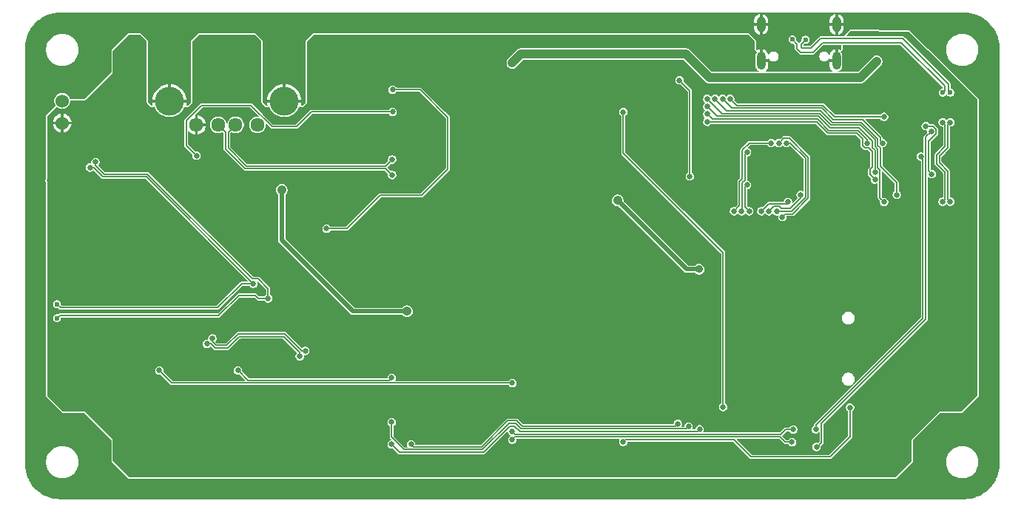
<source format=gbr>
%TF.GenerationSoftware,KiCad,Pcbnew,9.0.2*%
%TF.CreationDate,2025-06-01T02:46:12+05:30*%
%TF.ProjectId,TechLab,54656368-4c61-4622-9e6b-696361645f70,rev?*%
%TF.SameCoordinates,Original*%
%TF.FileFunction,Copper,L2,Bot*%
%TF.FilePolarity,Positive*%
%FSLAX46Y46*%
G04 Gerber Fmt 4.6, Leading zero omitted, Abs format (unit mm)*
G04 Created by KiCad (PCBNEW 9.0.2) date 2025-06-01 02:46:12*
%MOMM*%
%LPD*%
G01*
G04 APERTURE LIST*
%TA.AperFunction,ComponentPad*%
%ADD10C,1.524000*%
%TD*%
%TA.AperFunction,ComponentPad*%
%ADD11C,1.609600*%
%TD*%
%TA.AperFunction,ComponentPad*%
%ADD12C,3.316000*%
%TD*%
%TA.AperFunction,HeatsinkPad*%
%ADD13O,1.000000X2.100000*%
%TD*%
%TA.AperFunction,HeatsinkPad*%
%ADD14O,1.000000X1.800000*%
%TD*%
%TA.AperFunction,ViaPad*%
%ADD15C,0.914400*%
%TD*%
%TA.AperFunction,ViaPad*%
%ADD16C,0.660400*%
%TD*%
%TA.AperFunction,ViaPad*%
%ADD17C,1.041400*%
%TD*%
%TA.AperFunction,ViaPad*%
%ADD18C,1.016000*%
%TD*%
%TA.AperFunction,ViaPad*%
%ADD19C,0.812800*%
%TD*%
%TA.AperFunction,ViaPad*%
%ADD20C,0.600000*%
%TD*%
%TA.AperFunction,ViaPad*%
%ADD21C,0.787400*%
%TD*%
%TA.AperFunction,Conductor*%
%ADD22C,0.152400*%
%TD*%
%TA.AperFunction,Conductor*%
%ADD23C,0.200000*%
%TD*%
%TA.AperFunction,Conductor*%
%ADD24C,0.406400*%
%TD*%
%TA.AperFunction,Conductor*%
%ADD25C,0.508000*%
%TD*%
%TA.AperFunction,Conductor*%
%ADD26C,1.016000*%
%TD*%
G04 APERTURE END LIST*
D10*
%TO.P,JMP1,1,1*%
%TO.N,Net-(U1-WP)*%
X152501100Y-59608600D03*
%TO.P,JMP1,2,2*%
%TO.N,GND*%
X152501100Y-62148600D03*
%TD*%
D11*
%TO.P,X1,1,VBUS*%
%TO.N,/Page1/USB.HOST.VOUT*%
X174844850Y-62368600D03*
%TO.P,X1,2,D-*%
%TO.N,USB1.D-*%
X172344850Y-62368600D03*
%TO.P,X1,3,D+*%
%TO.N,USB1.D+*%
X170344850Y-62368600D03*
%TO.P,X1,4,GND*%
%TO.N,GND*%
X167844850Y-62368600D03*
D12*
%TO.P,X1,C1,CG@6*%
%TO.N,CGND*%
X177914850Y-59658500D03*
%TO.P,X1,C2,CG@5*%
X164774850Y-59658500D03*
%TD*%
D13*
%TO.P,J2,S1,SHIELD*%
%TO.N,CGND*%
X241120000Y-55015000D03*
D14*
X241120000Y-50835000D03*
D13*
X232480000Y-55015000D03*
D14*
X232480000Y-50835000D03*
%TD*%
D15*
%TO.N,GND*%
X167876100Y-54316100D03*
D16*
X175151100Y-81066100D03*
D17*
X253688600Y-66316100D03*
D16*
X222813600Y-63066100D03*
D18*
X182876100Y-70393600D03*
D16*
X244501100Y-54816100D03*
D15*
X190313600Y-73568600D03*
D16*
X232200000Y-101000000D03*
D15*
X192313600Y-73568600D03*
D16*
X256188600Y-68128600D03*
X151063600Y-68691100D03*
D19*
X185188600Y-71028600D03*
D16*
X151751100Y-72066100D03*
D20*
X201590000Y-101140000D03*
D16*
X250188600Y-63066100D03*
D18*
X160001100Y-70393600D03*
D16*
X178126100Y-83941100D03*
X173376100Y-87253600D03*
D19*
X177626100Y-64566100D03*
X248812500Y-97900000D03*
D16*
X176001100Y-69816100D03*
X232126100Y-84878600D03*
X154813600Y-68676100D03*
D19*
X173876100Y-96441100D03*
D16*
X254663600Y-63378600D03*
X229188600Y-65566100D03*
D15*
X192313600Y-81188600D03*
X215813600Y-81188600D03*
D16*
X153251100Y-72066100D03*
D19*
X162376100Y-96441100D03*
D17*
X226313600Y-66316100D03*
D16*
X231438600Y-58378600D03*
D17*
X173876100Y-82753600D03*
D20*
X151300000Y-83730000D03*
D16*
X164376100Y-63628600D03*
X168938600Y-69816100D03*
D17*
X230188600Y-55003600D03*
D15*
X215813600Y-73568600D03*
D16*
X224600000Y-101650000D03*
D20*
X151250000Y-81250000D03*
D16*
X225376100Y-52378600D03*
X241876100Y-58378600D03*
%TO.N,/Page2/LDF1*%
X230876100Y-65491100D03*
X230251100Y-72253600D03*
%TO.N,/Page2/LDE1*%
X231126100Y-72253600D03*
X230876100Y-69241100D03*
%TO.N,/Page2/LDA1*%
X234501100Y-64441100D03*
X234907350Y-72909850D03*
%TO.N,/Page2/LDG1*%
X229376100Y-72253600D03*
X233626100Y-64441100D03*
%TO.N,/Page2/LDD1*%
X232501100Y-72253600D03*
X235551100Y-71191100D03*
%TO.N,/Page2/LDB1*%
X235376100Y-64441100D03*
X234251100Y-72253600D03*
%TO.N,/Page2/LDC1*%
X237001100Y-70378600D03*
X233376100Y-72253600D03*
%TO.N,/Page2/LDF2*%
X226313600Y-61128600D03*
X244626100Y-64441100D03*
%TO.N,/Page2/LDE2*%
X226313600Y-62003600D03*
X245501100Y-68628600D03*
%TO.N,/Page2/LDA2*%
X228938600Y-59378600D03*
X246551100Y-61441100D03*
%TO.N,/Page2/LDG2*%
X245501100Y-67753600D03*
X226313600Y-60253600D03*
%TO.N,/Page2/LDD2*%
X246551100Y-71191100D03*
X226313600Y-59378600D03*
%TO.N,/Page2/LDB2*%
X246376100Y-64441100D03*
X228063600Y-59378600D03*
%TO.N,/Page2/LDC2*%
X227188600Y-59378600D03*
X248001100Y-70378600D03*
%TO.N,RESET#*%
X223126100Y-57253600D03*
X224313600Y-68266100D03*
%TO.N,USB1.VBUS*%
X167876100Y-65878600D03*
X190313600Y-60868600D03*
D21*
%TO.N,CGND*%
X236398914Y-50665481D03*
D16*
%TO.N,USB1.D+*%
X190251100Y-68107600D03*
%TO.N,USB1.D-*%
X190251100Y-66329600D03*
D15*
%TO.N,VOUT*%
X225376100Y-78903600D03*
D17*
X191938600Y-83728600D03*
X177626100Y-69816100D03*
X216063600Y-71028600D03*
D15*
%TO.N,VIN*%
X245688600Y-55066100D03*
X204001100Y-55253600D03*
D20*
%TO.N,Net-(J2-D--PadA7)*%
X254113600Y-58652472D03*
X237550000Y-52600000D03*
%TO.N,Net-(J2-D+-PadA6)*%
X253263600Y-58652472D03*
X236050000Y-52550000D03*
D16*
%TO.N,/Page2/U6.2{slash}RX(USB->SERIAL)*%
X250751100Y-65991100D03*
X238750000Y-97250000D03*
%TO.N,/Page2/U6.15{slash}TX(USB->SERIAL)*%
X251938600Y-63128600D03*
X238813155Y-99264569D03*
%TO.N,Net-(U6-USB.D-)*%
X254126100Y-71159850D03*
X254126100Y-62066100D03*
%TO.N,Net-(U6-USB.D+)*%
X253251100Y-62066100D03*
X253251100Y-71159850D03*
%TO.N,Net-(U6-CBUS2)*%
X252001100Y-68003600D03*
X251313600Y-62503600D03*
%TO.N,USB1.DRVVBUS*%
X190313600Y-58328600D03*
X182751100Y-74253600D03*
%TO.N,P2.1{slash}PWM1A(RGB.G{slash}EXP1.16)*%
X228126100Y-94691100D03*
X216701100Y-60878600D03*
%TO.N,P2.33{slash}GPIO45(L.BTN)*%
X163626100Y-90503600D03*
X204001100Y-91941100D03*
%TO.N,P2.30{slash}PRU0.3(BUZZER)*%
X242650000Y-94750000D03*
X216701100Y-98691100D03*
%TO.N,P1.33{slash}PRU0.1(RGB.R)*%
X190188600Y-96428600D03*
X224188600Y-96941100D03*
%TO.N,P1.30{slash}UART0.TX(USB->SERIAL)*%
X236150000Y-97275000D03*
X204001100Y-97503600D03*
%TO.N,P1.29{slash}PRU0.7(R.BTN)*%
X190188600Y-91348600D03*
X172626100Y-90503600D03*
%TO.N,P1.36{slash}PWM0A(RGB.B)*%
X192438600Y-98968600D03*
X222938600Y-96628600D03*
%TO.N,P1.33{slash}PRU0.4(ACC.INT2)*%
X169063600Y-87441100D03*
X179688600Y-88878600D03*
D20*
%TO.N,P1.26(I2C2.SDA)*%
X151900000Y-82900000D03*
D16*
X174376100Y-80566100D03*
X155688600Y-67253600D03*
%TO.N,P1.34{slash}GPIO26(ACC.INT1)*%
X180313600Y-88253600D03*
X169688600Y-86816100D03*
%TO.N,P1.28(I2C2.SCL)*%
X176063600Y-82253600D03*
X156313600Y-66628600D03*
D20*
X151900000Y-84500000D03*
D16*
%TO.N,P1.35{slash}PRU1.10(RGB.G.ALT)*%
X225438600Y-97253600D03*
X190188600Y-98968600D03*
%TO.N,P1.32{slash}UART0.RX(USB->SERIAL)*%
X204001100Y-98441100D03*
X236012500Y-98712500D03*
%TD*%
D22*
%TO.N,P1.30{slash}UART0.TX(USB->SERIAL)*%
X236150000Y-97275000D02*
X235275000Y-97275000D01*
X235275000Y-97275000D02*
X234733900Y-97816100D01*
X234733900Y-97816100D02*
X204313600Y-97816100D01*
X204313600Y-97816100D02*
X204001100Y-97503600D01*
%TO.N,P1.32{slash}UART0.RX(USB->SERIAL)*%
X236012500Y-98712500D02*
X235242500Y-98712500D01*
X235242500Y-98712500D02*
X234658600Y-98128600D01*
X234658600Y-98128600D02*
X204313600Y-98128600D01*
X204313600Y-98128600D02*
X204001100Y-98441100D01*
%TO.N,GND*%
X231350000Y-101000000D02*
X230700000Y-101650000D01*
X232200000Y-101000000D02*
X231350000Y-101000000D01*
X230700000Y-101650000D02*
X224600000Y-101650000D01*
%TO.N,/Page2/LDF1*%
X230626100Y-65741100D02*
X230876100Y-65491100D01*
X230313600Y-69003600D02*
X230626100Y-68691100D01*
X230313600Y-69003600D02*
X230313600Y-72191100D01*
X230313600Y-72191100D02*
X230251100Y-72253600D01*
X230626100Y-68691100D02*
X230626100Y-65741100D01*
%TO.N,/Page2/LDE1*%
X230626100Y-71753600D02*
X230626100Y-69491100D01*
X231126100Y-72253600D02*
X230626100Y-71753600D01*
X230626100Y-69491100D02*
X230876100Y-69241100D01*
%TO.N,/Page2/LDA1*%
X235251100Y-72566100D02*
X236063600Y-72566100D01*
X237876100Y-66066100D02*
X237876100Y-70753600D01*
X235063600Y-63878600D02*
X234501100Y-64441100D01*
X235688600Y-63878600D02*
X237876100Y-66066100D01*
X237876100Y-70753600D02*
X236063600Y-72566100D01*
X235251100Y-72566100D02*
X234907350Y-72909850D01*
X235063600Y-63878600D02*
X235688600Y-63878600D01*
%TO.N,/Page2/LDG1*%
X230001100Y-68878600D02*
X230001100Y-71628600D01*
X230313600Y-65253600D02*
X231126100Y-64441100D01*
X230001100Y-71628600D02*
X229376100Y-72253600D01*
X231126100Y-64441100D02*
X233626100Y-64441100D01*
X230313600Y-68566100D02*
X230313600Y-65253600D01*
X230001100Y-68878600D02*
X230313600Y-68566100D01*
%TO.N,/Page2/LDD1*%
X235363600Y-71378600D02*
X235551100Y-71191100D01*
X233376100Y-71378600D02*
X235363600Y-71378600D01*
X232501100Y-72253600D02*
X233376100Y-71378600D01*
%TO.N,/Page2/LDB1*%
X235813600Y-64441100D02*
X235376100Y-64441100D01*
X237563600Y-66191100D02*
X235813600Y-64441100D01*
X237563600Y-70628600D02*
X237563600Y-66191100D01*
X235938600Y-72253600D02*
X237563600Y-70628600D01*
X234251100Y-72253600D02*
X235938600Y-72253600D01*
%TO.N,/Page2/LDC1*%
X234813600Y-71941100D02*
X235813600Y-71941100D01*
X237001100Y-70753600D02*
X235813600Y-71941100D01*
X233938600Y-71691100D02*
X234563600Y-71691100D01*
X233376100Y-72253600D02*
X233938600Y-71691100D01*
X234563600Y-71691100D02*
X234813600Y-71941100D01*
X237001100Y-70378600D02*
X237001100Y-70753600D01*
%TO.N,/Page2/LDF2*%
X240251100Y-63003600D02*
X243563600Y-63003600D01*
X243563600Y-63003600D02*
X244626100Y-64066100D01*
X226876100Y-61691100D02*
X238938600Y-61691100D01*
X244626100Y-64066100D02*
X244626100Y-64441100D01*
X226313600Y-61128600D02*
X226876100Y-61691100D01*
X238938600Y-61691100D02*
X240251100Y-63003600D01*
%TO.N,/Page2/LDE2*%
X226313600Y-62003600D02*
X238813600Y-62003600D01*
X244063600Y-64691100D02*
X244063600Y-63941100D01*
X244376100Y-65003600D02*
X244063600Y-64691100D01*
X245188600Y-67222350D02*
X245188600Y-65409850D01*
X244938600Y-68066100D02*
X244938600Y-67472350D01*
X244938600Y-67472350D02*
X245188600Y-67222350D01*
X238813600Y-62003600D02*
X240126100Y-63316100D01*
X245188600Y-65409850D02*
X244782350Y-65003600D01*
X244938600Y-68066100D02*
X245501100Y-68628600D01*
X244063600Y-63941100D02*
X243438600Y-63316100D01*
X240126100Y-63316100D02*
X243438600Y-63316100D01*
X244782350Y-65003600D02*
X244376100Y-65003600D01*
%TO.N,/Page2/LDA2*%
X228938600Y-59378600D02*
X229688600Y-60128600D01*
X229688600Y-60128600D02*
X239563600Y-60128600D01*
X246551100Y-61441100D02*
X240876100Y-61441100D01*
X239563600Y-60128600D02*
X240876100Y-61441100D01*
%TO.N,/Page2/LDG2*%
X226313600Y-60253600D02*
X227438600Y-61378600D01*
X227438600Y-61378600D02*
X239063600Y-61378600D01*
X245188600Y-64941100D02*
X245501100Y-65253600D01*
X240376100Y-62691100D02*
X243688600Y-62691100D01*
X239063600Y-61378600D02*
X240376100Y-62691100D01*
X245188600Y-64191100D02*
X245188600Y-64941100D01*
X245501100Y-65253600D02*
X245501100Y-67753600D01*
X243688600Y-62691100D02*
X245188600Y-64191100D01*
%TO.N,/Page2/LDD2*%
X245501100Y-64066100D02*
X243813600Y-62378600D01*
X226313600Y-59378600D02*
X228001100Y-61066100D01*
X246063600Y-67503600D02*
X246063600Y-70703600D01*
X245501100Y-64816100D02*
X245813600Y-65128600D01*
X245501100Y-64066100D02*
X245501100Y-64816100D01*
X239188600Y-61066100D02*
X240501100Y-62378600D01*
X243813600Y-62378600D02*
X240501100Y-62378600D01*
X246063600Y-70703600D02*
X246551100Y-71191100D01*
X245813600Y-65128600D02*
X245813600Y-67253600D01*
X228001100Y-61066100D02*
X239188600Y-61066100D01*
X245813600Y-67253600D02*
X246063600Y-67503600D01*
%TO.N,/Page2/LDB2*%
X239438600Y-60441100D02*
X240751100Y-61753600D01*
X246126100Y-63816100D02*
X244063600Y-61753600D01*
X229126100Y-60441100D02*
X239438600Y-60441100D01*
X240751100Y-61753600D02*
X244063600Y-61753600D01*
X246376100Y-64441100D02*
X246126100Y-64191100D01*
X228063600Y-59378600D02*
X229126100Y-60441100D01*
X246126100Y-64191100D02*
X246126100Y-63816100D01*
%TO.N,/Page2/LDC2*%
X227188600Y-59378600D02*
X228563600Y-60753600D01*
X248001100Y-69003600D02*
X248001100Y-70378600D01*
X245813600Y-64691100D02*
X246126100Y-65003600D01*
X246126100Y-67128600D02*
X248001100Y-69003600D01*
X246126100Y-65003600D02*
X246126100Y-67128600D01*
X245813600Y-63941100D02*
X243938600Y-62066100D01*
X239313600Y-60753600D02*
X240626100Y-62066100D01*
X245813600Y-63941100D02*
X245813600Y-64691100D01*
X243938600Y-62066100D02*
X240626100Y-62066100D01*
X228563600Y-60753600D02*
X239313600Y-60753600D01*
%TO.N,RESET#*%
X224313600Y-58441100D02*
X223126100Y-57253600D01*
X224313600Y-68266100D02*
X224313600Y-58441100D01*
%TO.N,USB1.VBUS*%
X168438600Y-60128600D02*
X166688600Y-61878600D01*
X181011100Y-60868600D02*
X179313600Y-62566100D01*
X166688600Y-61878600D02*
X166688600Y-64691100D01*
X190313600Y-60868600D02*
X181011100Y-60868600D01*
X179313600Y-62566100D02*
X176563600Y-62566100D01*
X166688600Y-64691100D02*
X167876100Y-65878600D01*
X174126100Y-60128600D02*
X168438600Y-60128600D01*
X176563600Y-62566100D02*
X174126100Y-60128600D01*
D23*
%TO.N,CGND*%
X232480000Y-50835000D02*
X241120000Y-50835000D01*
X232480000Y-55015000D02*
X232480000Y-50835000D01*
D24*
X149438600Y-77253600D02*
X149438600Y-77441100D01*
D22*
%TO.N,USB1.D+*%
X171183718Y-63207466D02*
X171183718Y-65115141D01*
X170344850Y-62368600D02*
X171183718Y-63207466D01*
X171183718Y-65115141D02*
X173439578Y-67371000D01*
X189514500Y-67371000D02*
X173439578Y-67371000D01*
X189514500Y-67371000D02*
X190251100Y-68107600D01*
%TO.N,USB1.D-*%
X189514500Y-67066200D02*
X190251100Y-66329600D01*
X172344850Y-62368600D02*
X171505984Y-63207466D01*
X171505984Y-63207466D02*
X171505984Y-64972350D01*
X189514500Y-67066200D02*
X173599834Y-67066200D01*
X173599834Y-67066200D02*
X171505984Y-64972350D01*
D25*
%TO.N,VOUT*%
X177626100Y-69816100D02*
X177626100Y-75566100D01*
X185788600Y-83728600D02*
X191938600Y-83728600D01*
X223938600Y-78903600D02*
X225376100Y-78903600D01*
X177626100Y-75566100D02*
X185788600Y-83728600D01*
X216063600Y-71028600D02*
X223938600Y-78903600D01*
D26*
%TO.N,VIN*%
X205001100Y-54253600D02*
X223876100Y-54253600D01*
X204001100Y-55253600D02*
X205001100Y-54253600D01*
X226563600Y-56941100D02*
X243813600Y-56941100D01*
X223876100Y-54253600D02*
X226563600Y-56941100D01*
X243813600Y-56941100D02*
X245688600Y-55066100D01*
D23*
%TO.N,Net-(J2-D--PadA7)*%
X238206802Y-53575000D02*
X239306802Y-52475000D01*
X253913601Y-58452473D02*
X254113600Y-58652472D01*
X237050001Y-53099999D02*
X237050001Y-53431803D01*
X248693198Y-52475000D02*
X253913601Y-57695403D01*
X237050001Y-53431803D02*
X237193198Y-53575000D01*
X237550000Y-52600000D02*
X237050001Y-53099999D01*
X237193198Y-53575000D02*
X238206802Y-53575000D01*
X239306802Y-52475000D02*
X248693198Y-52475000D01*
X253913601Y-57695403D02*
X253913601Y-58452473D01*
%TO.N,Net-(J2-D+-PadA6)*%
X239493198Y-52925000D02*
X248506802Y-52925000D01*
X237006802Y-54025000D02*
X238393198Y-54025000D01*
X236050000Y-52550000D02*
X236599999Y-53099999D01*
X253463599Y-58452473D02*
X253263600Y-58652472D01*
X248506802Y-52925000D02*
X253463599Y-57881797D01*
X238393198Y-54025000D02*
X239493198Y-52925000D01*
X236599999Y-53099999D02*
X236599999Y-53618197D01*
X236599999Y-53618197D02*
X237006802Y-54025000D01*
X253463599Y-57881797D02*
X253463599Y-58452473D01*
D22*
%TO.N,/Page2/U6.2{slash}RX(USB->SERIAL)*%
X250751100Y-65991100D02*
X251001100Y-66241100D01*
X251001100Y-66241100D02*
X251001100Y-84516434D01*
X238750000Y-96767534D02*
X238750000Y-97250000D01*
X251001100Y-84516434D02*
X238750000Y-96767534D01*
%TO.N,/Page2/U6.15{slash}TX(USB->SERIAL)*%
X238813155Y-99264569D02*
X238910431Y-99264569D01*
X238910431Y-99264569D02*
X239400000Y-98775000D01*
X251313600Y-84636400D02*
X251313600Y-63753600D01*
X239400000Y-98775000D02*
X239400000Y-96550000D01*
X251313600Y-63753600D02*
X251938600Y-63128600D01*
X239400000Y-96550000D02*
X251313600Y-84636400D01*
%TO.N,Net-(U6-USB.D-)*%
X253844850Y-62347350D02*
X253844850Y-64972350D01*
X252876100Y-65941100D02*
X252876100Y-66691100D01*
X254126100Y-71159850D02*
X253844850Y-70878600D01*
X254126100Y-62066100D02*
X253844850Y-62347350D01*
X252876100Y-66691100D02*
X253844850Y-67659850D01*
X253844850Y-64972350D02*
X252876100Y-65941100D01*
X253844850Y-70878600D02*
X253844850Y-67659850D01*
%TO.N,Net-(U6-USB.D+)*%
X253532350Y-70878600D02*
X253532350Y-67784850D01*
X252563600Y-66816100D02*
X252563600Y-65816100D01*
X253532350Y-62347350D02*
X253532350Y-64847350D01*
X253532350Y-67784850D02*
X252563600Y-66816100D01*
X253532350Y-70878600D02*
X253251100Y-71159850D01*
X252563600Y-65816100D02*
X253532350Y-64847350D01*
X253251100Y-62066100D02*
X253532350Y-62347350D01*
%TO.N,Net-(U6-CBUS2)*%
X252501100Y-62878600D02*
X252126100Y-62503600D01*
X251626100Y-67628600D02*
X251626100Y-64253600D01*
X252126100Y-62503600D02*
X251313600Y-62503600D01*
X252501100Y-63378600D02*
X252501100Y-62878600D01*
X251626100Y-64253600D02*
X252501100Y-63378600D01*
X252001100Y-68003600D02*
X251626100Y-67628600D01*
%TO.N,USB1.DRVVBUS*%
X188876100Y-70441100D02*
X185063600Y-74253600D01*
X196626100Y-61503600D02*
X196626100Y-67441100D01*
X196626100Y-67441100D02*
X193626100Y-70441100D01*
X190313600Y-58328600D02*
X193451100Y-58328600D01*
X193626100Y-70441100D02*
X188876100Y-70441100D01*
X193451100Y-58328600D02*
X196626100Y-61503600D01*
X185063600Y-74253600D02*
X182751100Y-74253600D01*
%TO.N,P2.1{slash}PWM1A(RGB.G{slash}EXP1.16)*%
X228126100Y-94691100D02*
X228126100Y-77003600D01*
X216701100Y-65578600D02*
X216701100Y-60878600D01*
X228126100Y-77003600D02*
X216701100Y-65578600D01*
%TO.N,P2.33{slash}GPIO45(L.BTN)*%
X204001100Y-91941100D02*
X165063600Y-91941100D01*
X165063600Y-91941100D02*
X163626100Y-90503600D01*
%TO.N,P2.30{slash}PRU0.3(BUZZER)*%
X231350000Y-100400000D02*
X229391100Y-98441100D01*
X240350000Y-100400000D02*
X231350000Y-100400000D01*
X229391100Y-98441100D02*
X216951100Y-98441100D01*
X242650000Y-94750000D02*
X242650000Y-98100000D01*
X242650000Y-98100000D02*
X240350000Y-100400000D01*
X216951100Y-98441100D02*
X216701100Y-98691100D01*
%TO.N,P1.33{slash}PRU0.1(RGB.R)*%
X223938600Y-97191100D02*
X205001100Y-97191100D01*
X190188600Y-98128600D02*
X190188600Y-96428600D01*
X200626100Y-99566100D02*
X191626100Y-99566100D01*
X204376100Y-96566100D02*
X203626100Y-96566100D01*
X191626100Y-99566100D02*
X190188600Y-98128600D01*
X205001100Y-97191100D02*
X204376100Y-96566100D01*
X203626100Y-96566100D02*
X200626100Y-99566100D01*
X224188600Y-96941100D02*
X223938600Y-97191100D01*
%TO.N,P1.29{slash}PRU0.7(R.BTN)*%
X190188600Y-91348600D02*
X189908600Y-91628600D01*
X189908600Y-91628600D02*
X173751100Y-91628600D01*
X173751100Y-91628600D02*
X172626100Y-90503600D01*
%TO.N,P1.36{slash}PWM0A(RGB.B)*%
X203501100Y-96253600D02*
X200501100Y-99253600D01*
X222688600Y-96878600D02*
X205126100Y-96878600D01*
X204501100Y-96253600D02*
X203501100Y-96253600D01*
X205126100Y-96878600D02*
X204501100Y-96253600D01*
X200501100Y-99253600D02*
X192723600Y-99253600D01*
X222938600Y-96628600D02*
X222688600Y-96878600D01*
X192723600Y-99253600D02*
X192438600Y-98968600D01*
%TO.N,P1.33{slash}PRU0.4(ACC.INT2)*%
X170001100Y-87941100D02*
X171438600Y-87941100D01*
X169501100Y-87441100D02*
X170001100Y-87941100D01*
X177876100Y-86628600D02*
X179688600Y-88441100D01*
X179688600Y-88441100D02*
X179688600Y-88878600D01*
X172751100Y-86628600D02*
X177876100Y-86628600D01*
X169063600Y-87441100D02*
X169501100Y-87441100D01*
X171438600Y-87941100D02*
X172751100Y-86628600D01*
%TO.N,P1.26(I2C2.SDA)*%
X152300000Y-83300000D02*
X170300000Y-83300000D01*
X157188600Y-68316100D02*
X162126100Y-68316100D01*
X173033900Y-80566100D02*
X174376100Y-80566100D01*
X156126100Y-67253600D02*
X157188600Y-68316100D01*
X151900000Y-82900000D02*
X152300000Y-83300000D01*
X170300000Y-83300000D02*
X173033900Y-80566100D01*
X155688600Y-67253600D02*
X156126100Y-67253600D01*
X174376100Y-80566100D02*
X162126100Y-68316100D01*
%TO.N,P1.34{slash}GPIO26(ACC.INT1)*%
X172626100Y-86316100D02*
X171313600Y-87628600D01*
X178001100Y-86316100D02*
X172626100Y-86316100D01*
X169688600Y-86816100D02*
X169688600Y-87191100D01*
X179938600Y-88253600D02*
X178001100Y-86316100D01*
X170126100Y-87628600D02*
X171313600Y-87628600D01*
X180313600Y-88253600D02*
X179938600Y-88253600D01*
X169688600Y-87191100D02*
X170126100Y-87628600D01*
%TO.N,P1.28(I2C2.SCL)*%
X156313600Y-66628600D02*
X156313600Y-67003600D01*
X170400000Y-84200000D02*
X172700000Y-81900000D01*
X174938600Y-80003600D02*
X174251100Y-80003600D01*
X172700000Y-81900000D02*
X174600000Y-81900000D01*
X151900000Y-84500000D02*
X152200000Y-84200000D01*
X176063600Y-81128600D02*
X174938600Y-80003600D01*
X174953600Y-82253600D02*
X176063600Y-82253600D01*
X174251100Y-80003600D02*
X162251100Y-68003600D01*
X176063600Y-82253600D02*
X176063600Y-81128600D01*
X174600000Y-81900000D02*
X174953600Y-82253600D01*
X157313600Y-68003600D02*
X162251100Y-68003600D01*
X152200000Y-84200000D02*
X170400000Y-84200000D01*
X156313600Y-67003600D02*
X157313600Y-68003600D01*
%TO.N,P1.35{slash}PRU1.10(RGB.G.ALT)*%
X191098600Y-99878600D02*
X200751100Y-99878600D01*
X225188600Y-97503600D02*
X204876100Y-97503600D01*
X203751100Y-96878600D02*
X200751100Y-99878600D01*
X204251100Y-96878600D02*
X203751100Y-96878600D01*
X191098600Y-99878600D02*
X190188600Y-98968600D01*
X225438600Y-97253600D02*
X225188600Y-97503600D01*
X204876100Y-97503600D02*
X204251100Y-96878600D01*
%TD*%
%TA.AperFunction,Conductor*%
%TO.N,CGND*%
G36*
X150628100Y-93450994D02*
G01*
X152553706Y-95376600D01*
X155027817Y-95376600D01*
X155072011Y-95394906D01*
X158109794Y-98432689D01*
X158128100Y-98476883D01*
X158128100Y-100950994D01*
X160053706Y-102876600D01*
X247948494Y-102876600D01*
X249874100Y-100950994D01*
X249874100Y-100882307D01*
X253650600Y-100882307D01*
X253650600Y-101124892D01*
X253682262Y-101365392D01*
X253682262Y-101365393D01*
X253745040Y-101599683D01*
X253745044Y-101599694D01*
X253745046Y-101599700D01*
X253772268Y-101665419D01*
X253837874Y-101823808D01*
X253837875Y-101823811D01*
X253956902Y-102029971D01*
X253959164Y-102033889D01*
X254106835Y-102226338D01*
X254278362Y-102397865D01*
X254470811Y-102545536D01*
X254680888Y-102666824D01*
X254905000Y-102759654D01*
X254905008Y-102759656D01*
X254905016Y-102759659D01*
X255139307Y-102822437D01*
X255139311Y-102822438D01*
X255379812Y-102854100D01*
X255379818Y-102854100D01*
X255622382Y-102854100D01*
X255622388Y-102854100D01*
X255862889Y-102822438D01*
X255862893Y-102822437D01*
X256097183Y-102759659D01*
X256097187Y-102759657D01*
X256097200Y-102759654D01*
X256321312Y-102666824D01*
X256531389Y-102545536D01*
X256723838Y-102397865D01*
X256895365Y-102226338D01*
X257043036Y-102033889D01*
X257164324Y-101823812D01*
X257257154Y-101599700D01*
X257258977Y-101592900D01*
X257319937Y-101365393D01*
X257319937Y-101365392D01*
X257319938Y-101365389D01*
X257351600Y-101124888D01*
X257351600Y-100882312D01*
X257319938Y-100641811D01*
X257312332Y-100613424D01*
X257257159Y-100407516D01*
X257257155Y-100407505D01*
X257257154Y-100407500D01*
X257164324Y-100183388D01*
X257043036Y-99973311D01*
X256895365Y-99780862D01*
X256723838Y-99609335D01*
X256723834Y-99609332D01*
X256723832Y-99609330D01*
X256531386Y-99461662D01*
X256321311Y-99340375D01*
X256321308Y-99340374D01*
X256139895Y-99265231D01*
X256097200Y-99247546D01*
X256097196Y-99247545D01*
X256097194Y-99247544D01*
X256097183Y-99247540D01*
X255862892Y-99184762D01*
X255622392Y-99153100D01*
X255622388Y-99153100D01*
X255379812Y-99153100D01*
X255379807Y-99153100D01*
X255139307Y-99184762D01*
X255139306Y-99184762D01*
X254905016Y-99247540D01*
X254905005Y-99247544D01*
X254680891Y-99340374D01*
X254680888Y-99340375D01*
X254470813Y-99461662D01*
X254278367Y-99609330D01*
X254278357Y-99609339D01*
X254106839Y-99780857D01*
X254106830Y-99780867D01*
X253959162Y-99973313D01*
X253837875Y-100183388D01*
X253837874Y-100183391D01*
X253745044Y-100407505D01*
X253745040Y-100407516D01*
X253682262Y-100641806D01*
X253682262Y-100641807D01*
X253650600Y-100882307D01*
X249874100Y-100882307D01*
X249874100Y-98476883D01*
X249892406Y-98432689D01*
X252930189Y-95394906D01*
X252974383Y-95376600D01*
X255448494Y-95376600D01*
X257374100Y-93450994D01*
X257374100Y-77251600D01*
X259749500Y-77251600D01*
X259749500Y-101248562D01*
X259749433Y-101251449D01*
X259734151Y-101581973D01*
X259733917Y-101585211D01*
X259733917Y-101585212D01*
X259726264Y-101662910D01*
X259725966Y-101665419D01*
X259685578Y-101954950D01*
X259684976Y-101958507D01*
X259670762Y-102029971D01*
X259670303Y-102032089D01*
X259601996Y-102322510D01*
X259600965Y-102326343D01*
X259582670Y-102386653D01*
X259582121Y-102388372D01*
X259483980Y-102681188D01*
X259482462Y-102685244D01*
X259464963Y-102727490D01*
X259464396Y-102728817D01*
X259332454Y-103027637D01*
X259330399Y-103031854D01*
X259323660Y-103044462D01*
X259323141Y-103045413D01*
X259151848Y-103352941D01*
X259148809Y-103357849D01*
X258943303Y-103657852D01*
X258939824Y-103662459D01*
X258707511Y-103942223D01*
X258703622Y-103946489D01*
X258446489Y-104203622D01*
X258442223Y-104207511D01*
X258162459Y-104439824D01*
X258157852Y-104443303D01*
X257857849Y-104648809D01*
X257852941Y-104651848D01*
X257545413Y-104823141D01*
X257544462Y-104823660D01*
X257531854Y-104830399D01*
X257527637Y-104832454D01*
X257228817Y-104964396D01*
X257227490Y-104964963D01*
X257185244Y-104982462D01*
X257181188Y-104983980D01*
X256888372Y-105082121D01*
X256886653Y-105082670D01*
X256826343Y-105100965D01*
X256822510Y-105101996D01*
X256532089Y-105170303D01*
X256529971Y-105170762D01*
X256458507Y-105184976D01*
X256454950Y-105185578D01*
X256165419Y-105225966D01*
X256162910Y-105226264D01*
X256085212Y-105233917D01*
X256081973Y-105234151D01*
X255751449Y-105249433D01*
X255748562Y-105249500D01*
X152251438Y-105249500D01*
X152248551Y-105249433D01*
X151918025Y-105234151D01*
X151914786Y-105233917D01*
X151837088Y-105226264D01*
X151834579Y-105225966D01*
X151545048Y-105185578D01*
X151541491Y-105184976D01*
X151470027Y-105170762D01*
X151467909Y-105170303D01*
X151177488Y-105101996D01*
X151173655Y-105100965D01*
X151113345Y-105082670D01*
X151111626Y-105082121D01*
X150818810Y-104983980D01*
X150814754Y-104982462D01*
X150772508Y-104964963D01*
X150771181Y-104964396D01*
X150472361Y-104832454D01*
X150468144Y-104830399D01*
X150455536Y-104823660D01*
X150454585Y-104823141D01*
X150147058Y-104651848D01*
X150142150Y-104648809D01*
X149842147Y-104443303D01*
X149837540Y-104439824D01*
X149557776Y-104207511D01*
X149553510Y-104203622D01*
X149296377Y-103946489D01*
X149292488Y-103942223D01*
X149060175Y-103662459D01*
X149056696Y-103657852D01*
X148851190Y-103357849D01*
X148848151Y-103352941D01*
X148762261Y-103198740D01*
X148676811Y-103045330D01*
X148676380Y-103044540D01*
X148669591Y-103031838D01*
X148667552Y-103027654D01*
X148535568Y-102728738D01*
X148535035Y-102727490D01*
X148517536Y-102685244D01*
X148516031Y-102681224D01*
X148417869Y-102388347D01*
X148417328Y-102386653D01*
X148399033Y-102326343D01*
X148398002Y-102322510D01*
X148329679Y-102032016D01*
X148329251Y-102030044D01*
X148315020Y-101958497D01*
X148314420Y-101954950D01*
X148313260Y-101946631D01*
X148274029Y-101665398D01*
X148273734Y-101662910D01*
X148267508Y-101599694D01*
X148266078Y-101585181D01*
X148265849Y-101582002D01*
X148250567Y-101251449D01*
X148250500Y-101248563D01*
X148250500Y-100882307D01*
X150650600Y-100882307D01*
X150650600Y-101124892D01*
X150682262Y-101365392D01*
X150682262Y-101365393D01*
X150745040Y-101599683D01*
X150745044Y-101599694D01*
X150745046Y-101599700D01*
X150772268Y-101665419D01*
X150837874Y-101823808D01*
X150837875Y-101823811D01*
X150956902Y-102029971D01*
X150959164Y-102033889D01*
X151106835Y-102226338D01*
X151278362Y-102397865D01*
X151470811Y-102545536D01*
X151680888Y-102666824D01*
X151905000Y-102759654D01*
X151905008Y-102759656D01*
X151905016Y-102759659D01*
X152139307Y-102822437D01*
X152139311Y-102822438D01*
X152379812Y-102854100D01*
X152379818Y-102854100D01*
X152622382Y-102854100D01*
X152622388Y-102854100D01*
X152862889Y-102822438D01*
X152862893Y-102822437D01*
X153097183Y-102759659D01*
X153097187Y-102759657D01*
X153097200Y-102759654D01*
X153321312Y-102666824D01*
X153531389Y-102545536D01*
X153723838Y-102397865D01*
X153895365Y-102226338D01*
X154043036Y-102033889D01*
X154164324Y-101823812D01*
X154257154Y-101599700D01*
X154258977Y-101592900D01*
X154319937Y-101365393D01*
X154319937Y-101365392D01*
X154319938Y-101365389D01*
X154351600Y-101124888D01*
X154351600Y-100882312D01*
X154319938Y-100641811D01*
X154312332Y-100613424D01*
X154257159Y-100407516D01*
X154257155Y-100407505D01*
X154257154Y-100407500D01*
X154164324Y-100183388D01*
X154043036Y-99973311D01*
X153895365Y-99780862D01*
X153723838Y-99609335D01*
X153723834Y-99609332D01*
X153723832Y-99609330D01*
X153531386Y-99461662D01*
X153321311Y-99340375D01*
X153321308Y-99340374D01*
X153139895Y-99265231D01*
X153097200Y-99247546D01*
X153097196Y-99247545D01*
X153097194Y-99247544D01*
X153097183Y-99247540D01*
X152862892Y-99184762D01*
X152622392Y-99153100D01*
X152622388Y-99153100D01*
X152379812Y-99153100D01*
X152379807Y-99153100D01*
X152139307Y-99184762D01*
X152139306Y-99184762D01*
X151905016Y-99247540D01*
X151905005Y-99247544D01*
X151680891Y-99340374D01*
X151680888Y-99340375D01*
X151470813Y-99461662D01*
X151278367Y-99609330D01*
X151278357Y-99609339D01*
X151106839Y-99780857D01*
X151106830Y-99780867D01*
X150959162Y-99973313D01*
X150837875Y-100183388D01*
X150837874Y-100183391D01*
X150745044Y-100407505D01*
X150745040Y-100407516D01*
X150682262Y-100641806D01*
X150682262Y-100641807D01*
X150650600Y-100882307D01*
X148250500Y-100882307D01*
X148250500Y-77251600D01*
X150628100Y-77251600D01*
X150628100Y-93450994D01*
G37*
%TD.AperFunction*%
%TD*%
%TA.AperFunction,Conductor*%
%TO.N,GND*%
G36*
X249295084Y-51649600D02*
G01*
X249338674Y-51667552D01*
X251345731Y-53642654D01*
X251449581Y-53744851D01*
X257222192Y-59425556D01*
X257240852Y-59469600D01*
X257240848Y-59470943D01*
X257216220Y-61301929D01*
X257216221Y-61301930D01*
X257216220Y-61302035D01*
X257216210Y-61303033D01*
X257216204Y-61303874D01*
X257216204Y-61303959D01*
X257216200Y-61305121D01*
X257216200Y-93359702D01*
X257197894Y-93403896D01*
X255401396Y-95200394D01*
X255357202Y-95218700D01*
X252974383Y-95218700D01*
X252964358Y-95220694D01*
X252913957Y-95230719D01*
X252869765Y-95249025D01*
X252869761Y-95249027D01*
X252818537Y-95283253D01*
X249780753Y-98321037D01*
X249746527Y-98372261D01*
X249746525Y-98372265D01*
X249728219Y-98416457D01*
X249716200Y-98476883D01*
X249716200Y-100859702D01*
X249697894Y-100903896D01*
X247901396Y-102700394D01*
X247857202Y-102718700D01*
X160144998Y-102718700D01*
X160100804Y-102700394D01*
X158304306Y-100903896D01*
X158286000Y-100859702D01*
X158286000Y-98476883D01*
X158273980Y-98416457D01*
X158257843Y-98377500D01*
X158255674Y-98372263D01*
X158221446Y-98321037D01*
X156265409Y-96365000D01*
X189705500Y-96365000D01*
X189705500Y-96492199D01*
X189705501Y-96492207D01*
X189738420Y-96615066D01*
X189738424Y-96615075D01*
X189802021Y-96725227D01*
X189802028Y-96725236D01*
X189891966Y-96815174D01*
X189891968Y-96815175D01*
X189891969Y-96815176D01*
X189928251Y-96836123D01*
X189957370Y-96874072D01*
X189959500Y-96890249D01*
X189959500Y-98083029D01*
X189959500Y-98083030D01*
X189959500Y-98174170D01*
X189982377Y-98229401D01*
X189994378Y-98258375D01*
X190124562Y-98388559D01*
X190142868Y-98432753D01*
X190124562Y-98476947D01*
X190096545Y-98493123D01*
X190002132Y-98518421D01*
X190002124Y-98518424D01*
X189891972Y-98582021D01*
X189891963Y-98582028D01*
X189802028Y-98671963D01*
X189802021Y-98671972D01*
X189738424Y-98782124D01*
X189738420Y-98782133D01*
X189705501Y-98904992D01*
X189705500Y-98905000D01*
X189705500Y-99032199D01*
X189705501Y-99032207D01*
X189738420Y-99155066D01*
X189738424Y-99155075D01*
X189802021Y-99265227D01*
X189802028Y-99265236D01*
X189891963Y-99355171D01*
X189891972Y-99355178D01*
X190002124Y-99418775D01*
X190002127Y-99418776D01*
X190002130Y-99418778D01*
X190002131Y-99418778D01*
X190002133Y-99418779D01*
X190049677Y-99431518D01*
X190124999Y-99451700D01*
X190125000Y-99451700D01*
X190252200Y-99451700D01*
X190252201Y-99451700D01*
X190292666Y-99440857D01*
X190340091Y-99447100D01*
X190353036Y-99457033D01*
X190904379Y-100008375D01*
X190968825Y-100072821D01*
X190968826Y-100072821D01*
X190968828Y-100072823D01*
X191053026Y-100107699D01*
X191053029Y-100107700D01*
X200796671Y-100107700D01*
X200821331Y-100097485D01*
X200821333Y-100097484D01*
X200880875Y-100072822D01*
X203413663Y-97540031D01*
X203457856Y-97521726D01*
X203502050Y-97540032D01*
X203518226Y-97568050D01*
X203550920Y-97690065D01*
X203550924Y-97690075D01*
X203614521Y-97800227D01*
X203614528Y-97800236D01*
X203704463Y-97890171D01*
X203704472Y-97890178D01*
X203753048Y-97918224D01*
X203782168Y-97956174D01*
X203775924Y-98003600D01*
X203753048Y-98026476D01*
X203704472Y-98054521D01*
X203704463Y-98054528D01*
X203614528Y-98144463D01*
X203614521Y-98144472D01*
X203550924Y-98254624D01*
X203550920Y-98254633D01*
X203518001Y-98377492D01*
X203518000Y-98377500D01*
X203518000Y-98504699D01*
X203518001Y-98504707D01*
X203550920Y-98627566D01*
X203550924Y-98627575D01*
X203614521Y-98737727D01*
X203614528Y-98737736D01*
X203704463Y-98827671D01*
X203704472Y-98827678D01*
X203814624Y-98891275D01*
X203814627Y-98891276D01*
X203814630Y-98891278D01*
X203814631Y-98891278D01*
X203814633Y-98891279D01*
X203843356Y-98898975D01*
X203937499Y-98924200D01*
X203937500Y-98924200D01*
X204064700Y-98924200D01*
X204064701Y-98924200D01*
X204187570Y-98891278D01*
X204297731Y-98827676D01*
X204387676Y-98737731D01*
X204451278Y-98627570D01*
X204484200Y-98504701D01*
X204484200Y-98420200D01*
X204502506Y-98376006D01*
X204546700Y-98357700D01*
X216227499Y-98357700D01*
X216271693Y-98376006D01*
X216289999Y-98420200D01*
X216281626Y-98451450D01*
X216250921Y-98504630D01*
X216250920Y-98504633D01*
X216218001Y-98627492D01*
X216218000Y-98627500D01*
X216218000Y-98754699D01*
X216218001Y-98754707D01*
X216250920Y-98877566D01*
X216250924Y-98877575D01*
X216314521Y-98987727D01*
X216314528Y-98987736D01*
X216404463Y-99077671D01*
X216404472Y-99077678D01*
X216514624Y-99141275D01*
X216514627Y-99141276D01*
X216514630Y-99141278D01*
X216514631Y-99141278D01*
X216514633Y-99141279D01*
X216566103Y-99155070D01*
X216637499Y-99174200D01*
X216637500Y-99174200D01*
X216764700Y-99174200D01*
X216764701Y-99174200D01*
X216887570Y-99141278D01*
X216997731Y-99077676D01*
X217087676Y-98987731D01*
X217151278Y-98877570D01*
X217184200Y-98754701D01*
X217184200Y-98732700D01*
X217202506Y-98688506D01*
X217246700Y-98670200D01*
X229270315Y-98670200D01*
X229314509Y-98688506D01*
X231220225Y-100594222D01*
X231279766Y-100618884D01*
X231304429Y-100629100D01*
X231304430Y-100629100D01*
X240395571Y-100629100D01*
X240420231Y-100618885D01*
X240420233Y-100618884D01*
X240420235Y-100618883D01*
X240479775Y-100594222D01*
X242844222Y-98229775D01*
X242879100Y-98145570D01*
X242879100Y-98054430D01*
X242879100Y-95211649D01*
X242897406Y-95167455D01*
X242910345Y-95157525D01*
X242946631Y-95136576D01*
X243036576Y-95046631D01*
X243100178Y-94936470D01*
X243133100Y-94813601D01*
X243133100Y-94686399D01*
X243100178Y-94563530D01*
X243066168Y-94504624D01*
X243036578Y-94453372D01*
X243036571Y-94453363D01*
X242946636Y-94363428D01*
X242946627Y-94363421D01*
X242836475Y-94299824D01*
X242836466Y-94299820D01*
X242713607Y-94266901D01*
X242713602Y-94266900D01*
X242713601Y-94266900D01*
X242586399Y-94266900D01*
X242586398Y-94266900D01*
X242586392Y-94266901D01*
X242463533Y-94299820D01*
X242463524Y-94299824D01*
X242353372Y-94363421D01*
X242353363Y-94363428D01*
X242263428Y-94453363D01*
X242263421Y-94453372D01*
X242199824Y-94563524D01*
X242199820Y-94563533D01*
X242166901Y-94686392D01*
X242166900Y-94686400D01*
X242166900Y-94813599D01*
X242166901Y-94813607D01*
X242199820Y-94936466D01*
X242199824Y-94936475D01*
X242263421Y-95046627D01*
X242263428Y-95046636D01*
X242353366Y-95136574D01*
X242353368Y-95136575D01*
X242353369Y-95136576D01*
X242389651Y-95157523D01*
X242418770Y-95195472D01*
X242420900Y-95211649D01*
X242420900Y-97979215D01*
X242402594Y-98023409D01*
X240273409Y-100152594D01*
X240229215Y-100170900D01*
X231470785Y-100170900D01*
X231426591Y-100152594D01*
X229738391Y-98464394D01*
X229720085Y-98420200D01*
X229738391Y-98376006D01*
X229782585Y-98357700D01*
X234537815Y-98357700D01*
X234582009Y-98376006D01*
X235112725Y-98906722D01*
X235154922Y-98924200D01*
X235196929Y-98941600D01*
X235196930Y-98941600D01*
X235288070Y-98941600D01*
X235550850Y-98941600D01*
X235595044Y-98959906D01*
X235604976Y-98972849D01*
X235625923Y-99009130D01*
X235625928Y-99009136D01*
X235715863Y-99099071D01*
X235715872Y-99099078D01*
X235826024Y-99162675D01*
X235826027Y-99162676D01*
X235826030Y-99162678D01*
X235826031Y-99162678D01*
X235826033Y-99162679D01*
X235901216Y-99182823D01*
X235948899Y-99195600D01*
X235948900Y-99195600D01*
X236076100Y-99195600D01*
X236076101Y-99195600D01*
X236198970Y-99162678D01*
X236309131Y-99099076D01*
X236399076Y-99009131D01*
X236462678Y-98898970D01*
X236495600Y-98776101D01*
X236495600Y-98648899D01*
X236462678Y-98526030D01*
X236458285Y-98518422D01*
X236399078Y-98415872D01*
X236399071Y-98415863D01*
X236309136Y-98325928D01*
X236309127Y-98325921D01*
X236198975Y-98262324D01*
X236198966Y-98262320D01*
X236076107Y-98229401D01*
X236076102Y-98229400D01*
X236076101Y-98229400D01*
X235948899Y-98229400D01*
X235948898Y-98229400D01*
X235948892Y-98229401D01*
X235826033Y-98262320D01*
X235826024Y-98262324D01*
X235715872Y-98325921D01*
X235715863Y-98325928D01*
X235625928Y-98415863D01*
X235625923Y-98415869D01*
X235604976Y-98452151D01*
X235567025Y-98481271D01*
X235550850Y-98483400D01*
X235363285Y-98483400D01*
X235319091Y-98465094D01*
X234908191Y-98054194D01*
X234889885Y-98010000D01*
X234908191Y-97965806D01*
X235351591Y-97522406D01*
X235395785Y-97504100D01*
X235688350Y-97504100D01*
X235732544Y-97522406D01*
X235742476Y-97535349D01*
X235763423Y-97571630D01*
X235763428Y-97571636D01*
X235853363Y-97661571D01*
X235853372Y-97661578D01*
X235963524Y-97725175D01*
X235963527Y-97725176D01*
X235963530Y-97725178D01*
X235963531Y-97725178D01*
X235963533Y-97725179D01*
X236038716Y-97745323D01*
X236086399Y-97758100D01*
X236086400Y-97758100D01*
X236213600Y-97758100D01*
X236213601Y-97758100D01*
X236336470Y-97725178D01*
X236446631Y-97661576D01*
X236536576Y-97571631D01*
X236600178Y-97461470D01*
X236633100Y-97338601D01*
X236633100Y-97211399D01*
X236629638Y-97198478D01*
X236629638Y-97198476D01*
X236626402Y-97186400D01*
X238266900Y-97186400D01*
X238266900Y-97313599D01*
X238266901Y-97313607D01*
X238299820Y-97436466D01*
X238299824Y-97436475D01*
X238363421Y-97546627D01*
X238363428Y-97546636D01*
X238453363Y-97636571D01*
X238453372Y-97636578D01*
X238563524Y-97700175D01*
X238563527Y-97700176D01*
X238563530Y-97700178D01*
X238563531Y-97700178D01*
X238563533Y-97700179D01*
X238638716Y-97720323D01*
X238686399Y-97733100D01*
X238686400Y-97733100D01*
X238813600Y-97733100D01*
X238813601Y-97733100D01*
X238936470Y-97700178D01*
X239046631Y-97636576D01*
X239046636Y-97636571D01*
X239064206Y-97619002D01*
X239108400Y-97600696D01*
X239152594Y-97619002D01*
X239170900Y-97663196D01*
X239170900Y-98654214D01*
X239152594Y-98698408D01*
X239054310Y-98796691D01*
X239010116Y-98814997D01*
X238993940Y-98812867D01*
X238876762Y-98781470D01*
X238876757Y-98781469D01*
X238876756Y-98781469D01*
X238749554Y-98781469D01*
X238749553Y-98781469D01*
X238749547Y-98781470D01*
X238626688Y-98814389D01*
X238626679Y-98814393D01*
X238516527Y-98877990D01*
X238516518Y-98877997D01*
X238426583Y-98967932D01*
X238426576Y-98967941D01*
X238362979Y-99078093D01*
X238362975Y-99078102D01*
X238330056Y-99200961D01*
X238330055Y-99200969D01*
X238330055Y-99328168D01*
X238330056Y-99328176D01*
X238362975Y-99451035D01*
X238362979Y-99451044D01*
X238426576Y-99561196D01*
X238426583Y-99561205D01*
X238516518Y-99651140D01*
X238516527Y-99651147D01*
X238626679Y-99714744D01*
X238626682Y-99714745D01*
X238626685Y-99714747D01*
X238626686Y-99714747D01*
X238626688Y-99714748D01*
X238701871Y-99734892D01*
X238749554Y-99747669D01*
X238749555Y-99747669D01*
X238876755Y-99747669D01*
X238876756Y-99747669D01*
X238999625Y-99714747D01*
X239109786Y-99651145D01*
X239199731Y-99561200D01*
X239263333Y-99451039D01*
X239296255Y-99328170D01*
X239296255Y-99228630D01*
X239314561Y-99184436D01*
X239438345Y-99060652D01*
X239594222Y-98904775D01*
X239629100Y-98820570D01*
X239629100Y-98729430D01*
X239629100Y-96670784D01*
X239647406Y-96626590D01*
X245520896Y-90753100D01*
X251507822Y-84766174D01*
X251528252Y-84716849D01*
X251542700Y-84681971D01*
X251542700Y-68379296D01*
X251561006Y-68335102D01*
X251605200Y-68316796D01*
X251649394Y-68335102D01*
X251704463Y-68390171D01*
X251704472Y-68390178D01*
X251814624Y-68453775D01*
X251814627Y-68453776D01*
X251814630Y-68453778D01*
X251814631Y-68453778D01*
X251814633Y-68453779D01*
X251847051Y-68462465D01*
X251937499Y-68486700D01*
X251937500Y-68486700D01*
X252064700Y-68486700D01*
X252064701Y-68486700D01*
X252187570Y-68453778D01*
X252297731Y-68390176D01*
X252387676Y-68300231D01*
X252451278Y-68190070D01*
X252484200Y-68067201D01*
X252484200Y-67939999D01*
X252457549Y-67840534D01*
X252451279Y-67817133D01*
X252451275Y-67817124D01*
X252387678Y-67706972D01*
X252387671Y-67706963D01*
X252297736Y-67617028D01*
X252297727Y-67617021D01*
X252187575Y-67553424D01*
X252187566Y-67553420D01*
X252064707Y-67520501D01*
X252064702Y-67520500D01*
X252064701Y-67520500D01*
X251937499Y-67520500D01*
X251937498Y-67520500D01*
X251937487Y-67520501D01*
X251933868Y-67521471D01*
X251886443Y-67515222D01*
X251857328Y-67477267D01*
X251855200Y-67461099D01*
X251855200Y-65770529D01*
X252334500Y-65770529D01*
X252334500Y-66861671D01*
X252336719Y-66867028D01*
X252340476Y-66876097D01*
X252340477Y-66876100D01*
X252369378Y-66945875D01*
X253284944Y-67861440D01*
X253303250Y-67905634D01*
X253303250Y-70614250D01*
X253284944Y-70658444D01*
X253240750Y-70676750D01*
X253187499Y-70676750D01*
X253187498Y-70676750D01*
X253187492Y-70676751D01*
X253064633Y-70709670D01*
X253064624Y-70709674D01*
X252954472Y-70773271D01*
X252954463Y-70773278D01*
X252864528Y-70863213D01*
X252864521Y-70863222D01*
X252800924Y-70973374D01*
X252800920Y-70973383D01*
X252768001Y-71096242D01*
X252768000Y-71096250D01*
X252768000Y-71223449D01*
X252768001Y-71223457D01*
X252800920Y-71346316D01*
X252800924Y-71346325D01*
X252864521Y-71456477D01*
X252864528Y-71456486D01*
X252954463Y-71546421D01*
X252954472Y-71546428D01*
X253064624Y-71610025D01*
X253064627Y-71610026D01*
X253064630Y-71610028D01*
X253064631Y-71610028D01*
X253064633Y-71610029D01*
X253139816Y-71630173D01*
X253187499Y-71642950D01*
X253187500Y-71642950D01*
X253314700Y-71642950D01*
X253314701Y-71642950D01*
X253437570Y-71610028D01*
X253547731Y-71546426D01*
X253637676Y-71456481D01*
X253637677Y-71456478D01*
X253639013Y-71454739D01*
X253639973Y-71454184D01*
X253640573Y-71453585D01*
X253640733Y-71453745D01*
X253680438Y-71430818D01*
X253726644Y-71443196D01*
X253738187Y-71454739D01*
X253739525Y-71456483D01*
X253829463Y-71546421D01*
X253829472Y-71546428D01*
X253939624Y-71610025D01*
X253939627Y-71610026D01*
X253939630Y-71610028D01*
X253939631Y-71610028D01*
X253939633Y-71610029D01*
X254014816Y-71630173D01*
X254062499Y-71642950D01*
X254062500Y-71642950D01*
X254189700Y-71642950D01*
X254189701Y-71642950D01*
X254312570Y-71610028D01*
X254422731Y-71546426D01*
X254512676Y-71456481D01*
X254576278Y-71346320D01*
X254609200Y-71223451D01*
X254609200Y-71096249D01*
X254576278Y-70973380D01*
X254542567Y-70914992D01*
X254512678Y-70863222D01*
X254512671Y-70863213D01*
X254422736Y-70773278D01*
X254422727Y-70773271D01*
X254312575Y-70709674D01*
X254312566Y-70709670D01*
X254189707Y-70676751D01*
X254189702Y-70676750D01*
X254189701Y-70676750D01*
X254189700Y-70676750D01*
X254136450Y-70676750D01*
X254092256Y-70658444D01*
X254073950Y-70614250D01*
X254073950Y-67614279D01*
X254073949Y-67614276D01*
X254039073Y-67530078D01*
X254039069Y-67530073D01*
X253974625Y-67465629D01*
X253123506Y-66614509D01*
X253105200Y-66570315D01*
X253105200Y-66061884D01*
X253123506Y-66017690D01*
X253579503Y-65561693D01*
X254039071Y-65102125D01*
X254073950Y-65017921D01*
X254073950Y-62611700D01*
X254092256Y-62567506D01*
X254136450Y-62549200D01*
X254189700Y-62549200D01*
X254189701Y-62549200D01*
X254312570Y-62516278D01*
X254422731Y-62452676D01*
X254512676Y-62362731D01*
X254576278Y-62252570D01*
X254609200Y-62129701D01*
X254609200Y-62002499D01*
X254596423Y-61954816D01*
X254576279Y-61879633D01*
X254576275Y-61879624D01*
X254512678Y-61769472D01*
X254512671Y-61769463D01*
X254422736Y-61679528D01*
X254422727Y-61679521D01*
X254312575Y-61615924D01*
X254312566Y-61615920D01*
X254189707Y-61583001D01*
X254189702Y-61583000D01*
X254189701Y-61583000D01*
X254062499Y-61583000D01*
X254062498Y-61583000D01*
X254062492Y-61583001D01*
X253939633Y-61615920D01*
X253939624Y-61615924D01*
X253829472Y-61679521D01*
X253829463Y-61679528D01*
X253739526Y-61769465D01*
X253738184Y-61771215D01*
X253737221Y-61771770D01*
X253736627Y-61772365D01*
X253736467Y-61772205D01*
X253696756Y-61795132D01*
X253650551Y-61782750D01*
X253639016Y-61771215D01*
X253637673Y-61769465D01*
X253547736Y-61679528D01*
X253547727Y-61679521D01*
X253437575Y-61615924D01*
X253437566Y-61615920D01*
X253314707Y-61583001D01*
X253314702Y-61583000D01*
X253314701Y-61583000D01*
X253187499Y-61583000D01*
X253187498Y-61583000D01*
X253187492Y-61583001D01*
X253064633Y-61615920D01*
X253064624Y-61615924D01*
X252954472Y-61679521D01*
X252954463Y-61679528D01*
X252864528Y-61769463D01*
X252864521Y-61769472D01*
X252800924Y-61879624D01*
X252800920Y-61879633D01*
X252768001Y-62002492D01*
X252768000Y-62002500D01*
X252768000Y-62129699D01*
X252768001Y-62129707D01*
X252800920Y-62252566D01*
X252800924Y-62252575D01*
X252864521Y-62362727D01*
X252864528Y-62362736D01*
X252954463Y-62452671D01*
X252954472Y-62452678D01*
X253064624Y-62516275D01*
X253064627Y-62516276D01*
X253064630Y-62516278D01*
X253064631Y-62516278D01*
X253064633Y-62516279D01*
X253080760Y-62520600D01*
X253187499Y-62549200D01*
X253240750Y-62549200D01*
X253284944Y-62567506D01*
X253303250Y-62611700D01*
X253303250Y-64726565D01*
X253284944Y-64770759D01*
X252369379Y-65686323D01*
X252369378Y-65686324D01*
X252360245Y-65708375D01*
X252354233Y-65722890D01*
X252334500Y-65770529D01*
X251855200Y-65770529D01*
X251855200Y-64374385D01*
X251873506Y-64330191D01*
X252264003Y-63939694D01*
X252695322Y-63508375D01*
X252730200Y-63424170D01*
X252730200Y-63333030D01*
X252730200Y-62833029D01*
X252718869Y-62805675D01*
X252695322Y-62748825D01*
X252255875Y-62309378D01*
X252196333Y-62284715D01*
X252196332Y-62284714D01*
X252171672Y-62274500D01*
X252171671Y-62274500D01*
X251775250Y-62274500D01*
X251731056Y-62256194D01*
X251721124Y-62243251D01*
X251700176Y-62206969D01*
X251700171Y-62206963D01*
X251610236Y-62117028D01*
X251610227Y-62117021D01*
X251500075Y-62053424D01*
X251500066Y-62053420D01*
X251377207Y-62020501D01*
X251377202Y-62020500D01*
X251377201Y-62020500D01*
X251249999Y-62020500D01*
X251249998Y-62020500D01*
X251249992Y-62020501D01*
X251127133Y-62053420D01*
X251127124Y-62053424D01*
X251016972Y-62117021D01*
X251016963Y-62117028D01*
X250927028Y-62206963D01*
X250927021Y-62206972D01*
X250863424Y-62317124D01*
X250863420Y-62317133D01*
X250830501Y-62439992D01*
X250830500Y-62440000D01*
X250830500Y-62567199D01*
X250830501Y-62567207D01*
X250863420Y-62690066D01*
X250863424Y-62690075D01*
X250927021Y-62800227D01*
X250927028Y-62800236D01*
X251016963Y-62890171D01*
X251016972Y-62890178D01*
X251127124Y-62953775D01*
X251127127Y-62953776D01*
X251127130Y-62953778D01*
X251127131Y-62953778D01*
X251127133Y-62953779D01*
X251202316Y-62973923D01*
X251249999Y-62986700D01*
X251250000Y-62986700D01*
X251377200Y-62986700D01*
X251377201Y-62986700D01*
X251379589Y-62986060D01*
X251380826Y-62986222D01*
X251381265Y-62986165D01*
X251381280Y-62986282D01*
X251427016Y-62992300D01*
X251456139Y-63030248D01*
X251456142Y-63062599D01*
X251455501Y-63064991D01*
X251455500Y-63065000D01*
X251455500Y-63192202D01*
X251466342Y-63232667D01*
X251460097Y-63280093D01*
X251450165Y-63293036D01*
X251119379Y-63623823D01*
X251119375Y-63623828D01*
X251094715Y-63683363D01*
X251094715Y-63683366D01*
X251093490Y-63686325D01*
X251084500Y-63708030D01*
X251084500Y-65517499D01*
X251066194Y-65561693D01*
X251022000Y-65579999D01*
X250990750Y-65571626D01*
X250937569Y-65540921D01*
X250937566Y-65540920D01*
X250814707Y-65508001D01*
X250814702Y-65508000D01*
X250814701Y-65508000D01*
X250687499Y-65508000D01*
X250687498Y-65508000D01*
X250687492Y-65508001D01*
X250564633Y-65540920D01*
X250564624Y-65540924D01*
X250454472Y-65604521D01*
X250454463Y-65604528D01*
X250364528Y-65694463D01*
X250364521Y-65694472D01*
X250300924Y-65804624D01*
X250300920Y-65804633D01*
X250268001Y-65927492D01*
X250268000Y-65927500D01*
X250268000Y-66054699D01*
X250268001Y-66054707D01*
X250300920Y-66177566D01*
X250300924Y-66177575D01*
X250364521Y-66287727D01*
X250364528Y-66287736D01*
X250454463Y-66377671D01*
X250454472Y-66377678D01*
X250564624Y-66441275D01*
X250564627Y-66441276D01*
X250564630Y-66441278D01*
X250564631Y-66441278D01*
X250564633Y-66441279D01*
X250639816Y-66461423D01*
X250687499Y-66474200D01*
X250709500Y-66474200D01*
X250753694Y-66492506D01*
X250772000Y-66536700D01*
X250772000Y-84395649D01*
X250753694Y-84439843D01*
X238555779Y-96637757D01*
X238555778Y-96637758D01*
X238538375Y-96679775D01*
X238538374Y-96679776D01*
X238520900Y-96721960D01*
X238520900Y-96788350D01*
X238502594Y-96832544D01*
X238489651Y-96842476D01*
X238453369Y-96863423D01*
X238453363Y-96863428D01*
X238363428Y-96953363D01*
X238363421Y-96953372D01*
X238299824Y-97063524D01*
X238299820Y-97063533D01*
X238266901Y-97186392D01*
X238266900Y-97186400D01*
X236626402Y-97186400D01*
X236600179Y-97088533D01*
X236600175Y-97088524D01*
X236536578Y-96978372D01*
X236536571Y-96978363D01*
X236446636Y-96888428D01*
X236446627Y-96888421D01*
X236336475Y-96824824D01*
X236336466Y-96824820D01*
X236213607Y-96791901D01*
X236213602Y-96791900D01*
X236213601Y-96791900D01*
X236086399Y-96791900D01*
X236086398Y-96791900D01*
X236086392Y-96791901D01*
X235963533Y-96824820D01*
X235963524Y-96824824D01*
X235853372Y-96888421D01*
X235853363Y-96888428D01*
X235763428Y-96978363D01*
X235763423Y-96978369D01*
X235742476Y-97014651D01*
X235704525Y-97043771D01*
X235688350Y-97045900D01*
X235229426Y-97045900D01*
X235211271Y-97053421D01*
X235211270Y-97053422D01*
X235145224Y-97080778D01*
X235145223Y-97080779D01*
X234657309Y-97568694D01*
X234613115Y-97587000D01*
X225912201Y-97587000D01*
X225868007Y-97568694D01*
X225849701Y-97524500D01*
X225858074Y-97493250D01*
X225861579Y-97487180D01*
X225888778Y-97440070D01*
X225921700Y-97317201D01*
X225921700Y-97189999D01*
X225894512Y-97088530D01*
X225888779Y-97067133D01*
X225888775Y-97067124D01*
X225825178Y-96956972D01*
X225825171Y-96956963D01*
X225735236Y-96867028D01*
X225735227Y-96867021D01*
X225625075Y-96803424D01*
X225625066Y-96803420D01*
X225502207Y-96770501D01*
X225502202Y-96770500D01*
X225502201Y-96770500D01*
X225374999Y-96770500D01*
X225374998Y-96770500D01*
X225374992Y-96770501D01*
X225252133Y-96803420D01*
X225252124Y-96803424D01*
X225141972Y-96867021D01*
X225141963Y-96867028D01*
X225052028Y-96956963D01*
X225052021Y-96956972D01*
X224988424Y-97067124D01*
X224988420Y-97067133D01*
X224955501Y-97189992D01*
X224955500Y-97190000D01*
X224955500Y-97212000D01*
X224937194Y-97256194D01*
X224893000Y-97274500D01*
X224662201Y-97274500D01*
X224618007Y-97256194D01*
X224599701Y-97212000D01*
X224608074Y-97180750D01*
X224638778Y-97127570D01*
X224671700Y-97004701D01*
X224671700Y-96877499D01*
X224638778Y-96754630D01*
X224621807Y-96725236D01*
X224575178Y-96644472D01*
X224575171Y-96644463D01*
X224485236Y-96554528D01*
X224485227Y-96554521D01*
X224375075Y-96490924D01*
X224375066Y-96490920D01*
X224252207Y-96458001D01*
X224252202Y-96458000D01*
X224252201Y-96458000D01*
X224124999Y-96458000D01*
X224124998Y-96458000D01*
X224124992Y-96458001D01*
X224002133Y-96490920D01*
X224002124Y-96490924D01*
X223891972Y-96554521D01*
X223891963Y-96554528D01*
X223802028Y-96644463D01*
X223802021Y-96644472D01*
X223738424Y-96754624D01*
X223738420Y-96754633D01*
X223705501Y-96877492D01*
X223705500Y-96877500D01*
X223705500Y-96899500D01*
X223687194Y-96943694D01*
X223643000Y-96962000D01*
X223412201Y-96962000D01*
X223368007Y-96943694D01*
X223349701Y-96899500D01*
X223358074Y-96868250D01*
X223360858Y-96863428D01*
X223388778Y-96815070D01*
X223421700Y-96692201D01*
X223421700Y-96564999D01*
X223388778Y-96442130D01*
X223325176Y-96331969D01*
X223325174Y-96331967D01*
X223325171Y-96331963D01*
X223235236Y-96242028D01*
X223235227Y-96242021D01*
X223125075Y-96178424D01*
X223125066Y-96178420D01*
X223002207Y-96145501D01*
X223002202Y-96145500D01*
X223002201Y-96145500D01*
X222874999Y-96145500D01*
X222874998Y-96145500D01*
X222874992Y-96145501D01*
X222752133Y-96178420D01*
X222752124Y-96178424D01*
X222641972Y-96242021D01*
X222641963Y-96242028D01*
X222552028Y-96331963D01*
X222552021Y-96331972D01*
X222488424Y-96442124D01*
X222488420Y-96442133D01*
X222455501Y-96564992D01*
X222455500Y-96565000D01*
X222455500Y-96587000D01*
X222437194Y-96631194D01*
X222393000Y-96649500D01*
X205246884Y-96649500D01*
X205202690Y-96631194D01*
X204630875Y-96059378D01*
X204588988Y-96042028D01*
X204571333Y-96034715D01*
X204571332Y-96034714D01*
X204546672Y-96024500D01*
X204546671Y-96024500D01*
X203455529Y-96024500D01*
X203420650Y-96038947D01*
X203420649Y-96038946D01*
X203371329Y-96059375D01*
X203371324Y-96059379D01*
X200424509Y-99006194D01*
X200380315Y-99024500D01*
X192984200Y-99024500D01*
X192940006Y-99006194D01*
X192921700Y-98962000D01*
X192921700Y-98905000D01*
X192921698Y-98904992D01*
X192920084Y-98898970D01*
X192900982Y-98827676D01*
X192888779Y-98782133D01*
X192888775Y-98782124D01*
X192825178Y-98671972D01*
X192825171Y-98671963D01*
X192735236Y-98582028D01*
X192735227Y-98582021D01*
X192625075Y-98518424D01*
X192625066Y-98518420D01*
X192502207Y-98485501D01*
X192502202Y-98485500D01*
X192502201Y-98485500D01*
X192374999Y-98485500D01*
X192374998Y-98485500D01*
X192374992Y-98485501D01*
X192252133Y-98518420D01*
X192252124Y-98518424D01*
X192141972Y-98582021D01*
X192141963Y-98582028D01*
X192052028Y-98671963D01*
X192052021Y-98671972D01*
X191988424Y-98782124D01*
X191988420Y-98782133D01*
X191955501Y-98904992D01*
X191955500Y-98905000D01*
X191955500Y-99032199D01*
X191955501Y-99032207D01*
X191988420Y-99155066D01*
X191988424Y-99155075D01*
X192039333Y-99243250D01*
X192045577Y-99290676D01*
X192016457Y-99328626D01*
X191985207Y-99337000D01*
X191746885Y-99337000D01*
X191702691Y-99318694D01*
X190436006Y-98052009D01*
X190417700Y-98007815D01*
X190417700Y-96890249D01*
X190436006Y-96846055D01*
X190448945Y-96836125D01*
X190485231Y-96815176D01*
X190575176Y-96725231D01*
X190638778Y-96615070D01*
X190671700Y-96492201D01*
X190671700Y-96364999D01*
X190638778Y-96242130D01*
X190638719Y-96242028D01*
X190575178Y-96131972D01*
X190575171Y-96131963D01*
X190485236Y-96042028D01*
X190485227Y-96042021D01*
X190375075Y-95978424D01*
X190375066Y-95978420D01*
X190252207Y-95945501D01*
X190252202Y-95945500D01*
X190252201Y-95945500D01*
X190124999Y-95945500D01*
X190124998Y-95945500D01*
X190124992Y-95945501D01*
X190002133Y-95978420D01*
X190002124Y-95978424D01*
X189891972Y-96042021D01*
X189891963Y-96042028D01*
X189802028Y-96131963D01*
X189802021Y-96131972D01*
X189738424Y-96242124D01*
X189738420Y-96242133D01*
X189705501Y-96364992D01*
X189705500Y-96365000D01*
X156265409Y-96365000D01*
X155183663Y-95283254D01*
X155132437Y-95249026D01*
X155119489Y-95243663D01*
X155088242Y-95230719D01*
X155039836Y-95221090D01*
X155027817Y-95218700D01*
X155027816Y-95218700D01*
X152644998Y-95218700D01*
X152600804Y-95200394D01*
X150804306Y-93403896D01*
X150786000Y-93359702D01*
X150786000Y-90440000D01*
X163143000Y-90440000D01*
X163143000Y-90567199D01*
X163143001Y-90567207D01*
X163175920Y-90690066D01*
X163175924Y-90690075D01*
X163239521Y-90800227D01*
X163239528Y-90800236D01*
X163329463Y-90890171D01*
X163329472Y-90890178D01*
X163439624Y-90953775D01*
X163439627Y-90953776D01*
X163439630Y-90953778D01*
X163439631Y-90953778D01*
X163439633Y-90953779D01*
X163470405Y-90962024D01*
X163562499Y-90986700D01*
X163562500Y-90986700D01*
X163689700Y-90986700D01*
X163689701Y-90986700D01*
X163730166Y-90975857D01*
X163777591Y-90982100D01*
X163790536Y-90992033D01*
X164933825Y-92135322D01*
X164993366Y-92159984D01*
X165018029Y-92170200D01*
X165018030Y-92170200D01*
X165109170Y-92170200D01*
X203539450Y-92170200D01*
X203583644Y-92188506D01*
X203593576Y-92201449D01*
X203614523Y-92237730D01*
X203614528Y-92237736D01*
X203704463Y-92327671D01*
X203704472Y-92327678D01*
X203814624Y-92391275D01*
X203814627Y-92391276D01*
X203814630Y-92391278D01*
X203814631Y-92391278D01*
X203814633Y-92391279D01*
X203889816Y-92411423D01*
X203937499Y-92424200D01*
X203937500Y-92424200D01*
X204064700Y-92424200D01*
X204064701Y-92424200D01*
X204187570Y-92391278D01*
X204297731Y-92327676D01*
X204387676Y-92237731D01*
X204451278Y-92127570D01*
X204484200Y-92004701D01*
X204484200Y-91877499D01*
X204451278Y-91754630D01*
X204426665Y-91712000D01*
X204387678Y-91644472D01*
X204387671Y-91644463D01*
X204297736Y-91554528D01*
X204297727Y-91554521D01*
X204187575Y-91490924D01*
X204187566Y-91490920D01*
X204064707Y-91458001D01*
X204064702Y-91458000D01*
X204064701Y-91458000D01*
X203937499Y-91458000D01*
X203937498Y-91458000D01*
X203937492Y-91458001D01*
X203814633Y-91490920D01*
X203814624Y-91490924D01*
X203704472Y-91554521D01*
X203704463Y-91554528D01*
X203614528Y-91644463D01*
X203614523Y-91644469D01*
X203593576Y-91680751D01*
X203555625Y-91709871D01*
X203539450Y-91712000D01*
X190644880Y-91712000D01*
X190600686Y-91693694D01*
X190582380Y-91649500D01*
X190590754Y-91618250D01*
X190638775Y-91535075D01*
X190638774Y-91535075D01*
X190638778Y-91535070D01*
X190671700Y-91412201D01*
X190671700Y-91284999D01*
X190638778Y-91162130D01*
X190575176Y-91051969D01*
X190575174Y-91051967D01*
X190575171Y-91051963D01*
X190485236Y-90962028D01*
X190485227Y-90962021D01*
X190375075Y-90898424D01*
X190375066Y-90898420D01*
X190252207Y-90865501D01*
X190252202Y-90865500D01*
X190252201Y-90865500D01*
X190124999Y-90865500D01*
X190124998Y-90865500D01*
X190124992Y-90865501D01*
X190002133Y-90898420D01*
X190002124Y-90898424D01*
X189891972Y-90962021D01*
X189891963Y-90962028D01*
X189802028Y-91051963D01*
X189802021Y-91051972D01*
X189738424Y-91162124D01*
X189738420Y-91162133D01*
X189705501Y-91284992D01*
X189705500Y-91285000D01*
X189705500Y-91337000D01*
X189687194Y-91381194D01*
X189643000Y-91399500D01*
X173871885Y-91399500D01*
X173827691Y-91381194D01*
X173114533Y-90668036D01*
X173096227Y-90623842D01*
X173098356Y-90607670D01*
X173109200Y-90567201D01*
X173109200Y-90439999D01*
X173076278Y-90317130D01*
X173012676Y-90206969D01*
X173012674Y-90206967D01*
X173012671Y-90206963D01*
X172922736Y-90117028D01*
X172922727Y-90117021D01*
X172812575Y-90053424D01*
X172812566Y-90053420D01*
X172689707Y-90020501D01*
X172689702Y-90020500D01*
X172689701Y-90020500D01*
X172562499Y-90020500D01*
X172562498Y-90020500D01*
X172562492Y-90020501D01*
X172439633Y-90053420D01*
X172439624Y-90053424D01*
X172329472Y-90117021D01*
X172329463Y-90117028D01*
X172239528Y-90206963D01*
X172239521Y-90206972D01*
X172175924Y-90317124D01*
X172175920Y-90317133D01*
X172143001Y-90439992D01*
X172143000Y-90440000D01*
X172143000Y-90567199D01*
X172143001Y-90567207D01*
X172175920Y-90690066D01*
X172175924Y-90690075D01*
X172239521Y-90800227D01*
X172239528Y-90800236D01*
X172329463Y-90890171D01*
X172329472Y-90890178D01*
X172439624Y-90953775D01*
X172439627Y-90953776D01*
X172439630Y-90953778D01*
X172439631Y-90953778D01*
X172439633Y-90953779D01*
X172470405Y-90962024D01*
X172562499Y-90986700D01*
X172562500Y-90986700D01*
X172689700Y-90986700D01*
X172689701Y-90986700D01*
X172730166Y-90975857D01*
X172777591Y-90982100D01*
X172790536Y-90992033D01*
X173403809Y-91605306D01*
X173422115Y-91649500D01*
X173403809Y-91693694D01*
X173359615Y-91712000D01*
X165184385Y-91712000D01*
X165140191Y-91693694D01*
X164114533Y-90668036D01*
X164096227Y-90623842D01*
X164098356Y-90607670D01*
X164109200Y-90567201D01*
X164109200Y-90439999D01*
X164076278Y-90317130D01*
X164012676Y-90206969D01*
X164012674Y-90206967D01*
X164012671Y-90206963D01*
X163922736Y-90117028D01*
X163922727Y-90117021D01*
X163812575Y-90053424D01*
X163812566Y-90053420D01*
X163689707Y-90020501D01*
X163689702Y-90020500D01*
X163689701Y-90020500D01*
X163562499Y-90020500D01*
X163562498Y-90020500D01*
X163562492Y-90020501D01*
X163439633Y-90053420D01*
X163439624Y-90053424D01*
X163329472Y-90117021D01*
X163329463Y-90117028D01*
X163239528Y-90206963D01*
X163239521Y-90206972D01*
X163175924Y-90317124D01*
X163175920Y-90317133D01*
X163143001Y-90439992D01*
X163143000Y-90440000D01*
X150786000Y-90440000D01*
X150786000Y-87377500D01*
X168580500Y-87377500D01*
X168580500Y-87504699D01*
X168580501Y-87504707D01*
X168613420Y-87627566D01*
X168613424Y-87627575D01*
X168677021Y-87737727D01*
X168677028Y-87737736D01*
X168766963Y-87827671D01*
X168766972Y-87827678D01*
X168877124Y-87891275D01*
X168877127Y-87891276D01*
X168877130Y-87891278D01*
X168877131Y-87891278D01*
X168877133Y-87891279D01*
X168952316Y-87911423D01*
X168999999Y-87924200D01*
X169000000Y-87924200D01*
X169127200Y-87924200D01*
X169127201Y-87924200D01*
X169250070Y-87891278D01*
X169360231Y-87827676D01*
X169417761Y-87770145D01*
X169461954Y-87751840D01*
X169506147Y-87770144D01*
X169506149Y-87770145D01*
X169506149Y-87770146D01*
X169692967Y-87956963D01*
X169871326Y-88135322D01*
X169920651Y-88155752D01*
X169920653Y-88155753D01*
X169955529Y-88170200D01*
X171484171Y-88170200D01*
X171508831Y-88159985D01*
X171508833Y-88159984D01*
X171519050Y-88155752D01*
X171568375Y-88135322D01*
X172827691Y-86876006D01*
X172871885Y-86857700D01*
X177755315Y-86857700D01*
X177799509Y-86876006D01*
X179359553Y-88436050D01*
X179377859Y-88480244D01*
X179359554Y-88524438D01*
X179302025Y-88581967D01*
X179302021Y-88581972D01*
X179238424Y-88692124D01*
X179238420Y-88692133D01*
X179205501Y-88814992D01*
X179205500Y-88815000D01*
X179205500Y-88942199D01*
X179205501Y-88942207D01*
X179238420Y-89065066D01*
X179238424Y-89065075D01*
X179302021Y-89175227D01*
X179302028Y-89175236D01*
X179391963Y-89265171D01*
X179391972Y-89265178D01*
X179502124Y-89328775D01*
X179502127Y-89328776D01*
X179502130Y-89328778D01*
X179502131Y-89328778D01*
X179502133Y-89328779D01*
X179577316Y-89348923D01*
X179624999Y-89361700D01*
X179625000Y-89361700D01*
X179752200Y-89361700D01*
X179752201Y-89361700D01*
X179875070Y-89328778D01*
X179985231Y-89265176D01*
X180075176Y-89175231D01*
X180138778Y-89065070D01*
X180171700Y-88942201D01*
X180171700Y-88814999D01*
X180171059Y-88812606D01*
X180171222Y-88811368D01*
X180171165Y-88810935D01*
X180171281Y-88810919D01*
X180177301Y-88765181D01*
X180215251Y-88736059D01*
X180247607Y-88736059D01*
X180249999Y-88736700D01*
X180250000Y-88736700D01*
X180377200Y-88736700D01*
X180377201Y-88736700D01*
X180500070Y-88703778D01*
X180610231Y-88640176D01*
X180700176Y-88550231D01*
X180763778Y-88440070D01*
X180796700Y-88317201D01*
X180796700Y-88189999D01*
X180763778Y-88067130D01*
X180700176Y-87956969D01*
X180700174Y-87956967D01*
X180700171Y-87956963D01*
X180610236Y-87867028D01*
X180610227Y-87867021D01*
X180500075Y-87803424D01*
X180500066Y-87803420D01*
X180377207Y-87770501D01*
X180377202Y-87770500D01*
X180377201Y-87770500D01*
X180249999Y-87770500D01*
X180249998Y-87770500D01*
X180249992Y-87770501D01*
X180127133Y-87803420D01*
X180127124Y-87803424D01*
X180016970Y-87867022D01*
X179990687Y-87893305D01*
X179946493Y-87911610D01*
X179902300Y-87893304D01*
X178130876Y-86121879D01*
X178130875Y-86121878D01*
X178130868Y-86121875D01*
X178071333Y-86097215D01*
X178071332Y-86097214D01*
X178046672Y-86087000D01*
X178046671Y-86087000D01*
X172580529Y-86087000D01*
X172555866Y-86097215D01*
X172555864Y-86097216D01*
X172555863Y-86097215D01*
X172496328Y-86121875D01*
X172496323Y-86121879D01*
X171237009Y-87381194D01*
X171192815Y-87399500D01*
X170246884Y-87399500D01*
X170202690Y-87381194D01*
X170048895Y-87227399D01*
X170030589Y-87183205D01*
X170048894Y-87139012D01*
X170075176Y-87112731D01*
X170138778Y-87002570D01*
X170171700Y-86879701D01*
X170171700Y-86752499D01*
X170138778Y-86629630D01*
X170075176Y-86519469D01*
X170075174Y-86519467D01*
X170075171Y-86519463D01*
X169985236Y-86429528D01*
X169985227Y-86429521D01*
X169875075Y-86365924D01*
X169875066Y-86365920D01*
X169752207Y-86333001D01*
X169752202Y-86333000D01*
X169752201Y-86333000D01*
X169624999Y-86333000D01*
X169624998Y-86333000D01*
X169624992Y-86333001D01*
X169502133Y-86365920D01*
X169502124Y-86365924D01*
X169391972Y-86429521D01*
X169391963Y-86429528D01*
X169302028Y-86519463D01*
X169302021Y-86519472D01*
X169238424Y-86629624D01*
X169238420Y-86629633D01*
X169205501Y-86752492D01*
X169205500Y-86752500D01*
X169205500Y-86879699D01*
X169205501Y-86879710D01*
X169206141Y-86882098D01*
X169205978Y-86883333D01*
X169206035Y-86883765D01*
X169205919Y-86883780D01*
X169199894Y-86929524D01*
X169161942Y-86958641D01*
X169129598Y-86958641D01*
X169127210Y-86958001D01*
X169127201Y-86958000D01*
X168999999Y-86958000D01*
X168999998Y-86958000D01*
X168999992Y-86958001D01*
X168877133Y-86990920D01*
X168877124Y-86990924D01*
X168766972Y-87054521D01*
X168766963Y-87054528D01*
X168677028Y-87144463D01*
X168677021Y-87144472D01*
X168613424Y-87254624D01*
X168613420Y-87254633D01*
X168580501Y-87377492D01*
X168580500Y-87377500D01*
X150786000Y-87377500D01*
X150786000Y-82840376D01*
X151447100Y-82840376D01*
X151447100Y-82959623D01*
X151447101Y-82959631D01*
X151477963Y-83074812D01*
X151477964Y-83074815D01*
X151537589Y-83178086D01*
X151537594Y-83178092D01*
X151621907Y-83262405D01*
X151621913Y-83262410D01*
X151725184Y-83322035D01*
X151725187Y-83322036D01*
X151840375Y-83352900D01*
X151840376Y-83352900D01*
X151959621Y-83352900D01*
X151959625Y-83352900D01*
X151979409Y-83347598D01*
X152026832Y-83353840D01*
X152039778Y-83363774D01*
X152105779Y-83429775D01*
X152170225Y-83494221D01*
X152170226Y-83494221D01*
X152170228Y-83494223D01*
X152254426Y-83529099D01*
X152254429Y-83529100D01*
X170345571Y-83529100D01*
X170370231Y-83518885D01*
X170370233Y-83518884D01*
X170429775Y-83494222D01*
X173110490Y-80813505D01*
X173154684Y-80795200D01*
X173914450Y-80795200D01*
X173958644Y-80813506D01*
X173968576Y-80826449D01*
X173989523Y-80862730D01*
X173989528Y-80862736D01*
X174079463Y-80952671D01*
X174079472Y-80952678D01*
X174189624Y-81016275D01*
X174189627Y-81016276D01*
X174189630Y-81016278D01*
X174189631Y-81016278D01*
X174189633Y-81016279D01*
X174264816Y-81036423D01*
X174312499Y-81049200D01*
X174312500Y-81049200D01*
X174439700Y-81049200D01*
X174439701Y-81049200D01*
X174562570Y-81016278D01*
X174672731Y-80952676D01*
X174762676Y-80862731D01*
X174826278Y-80752570D01*
X174859200Y-80629701D01*
X174859200Y-80502499D01*
X174826490Y-80380421D01*
X174832733Y-80332995D01*
X174870684Y-80303875D01*
X174918110Y-80310118D01*
X174931054Y-80320051D01*
X175816194Y-81205191D01*
X175834500Y-81249385D01*
X175834500Y-81791950D01*
X175816194Y-81836144D01*
X175803251Y-81846076D01*
X175766969Y-81867023D01*
X175766963Y-81867028D01*
X175677028Y-81956963D01*
X175677023Y-81956969D01*
X175656076Y-81993251D01*
X175618125Y-82022371D01*
X175601950Y-82024500D01*
X175074385Y-82024500D01*
X175030191Y-82006194D01*
X174729775Y-81705778D01*
X174729768Y-81705775D01*
X174670233Y-81681115D01*
X174670232Y-81681114D01*
X174645572Y-81670900D01*
X174645571Y-81670900D01*
X172654429Y-81670900D01*
X172629766Y-81681115D01*
X172629764Y-81681116D01*
X172629763Y-81681115D01*
X172570228Y-81705775D01*
X172570223Y-81705779D01*
X170323409Y-83952594D01*
X170279215Y-83970900D01*
X152154429Y-83970900D01*
X152136219Y-83978443D01*
X152070225Y-84005778D01*
X152070223Y-84005779D01*
X152039777Y-84036224D01*
X151995582Y-84054529D01*
X151979411Y-84052400D01*
X151959631Y-84047101D01*
X151959627Y-84047100D01*
X151959625Y-84047100D01*
X151840375Y-84047100D01*
X151840374Y-84047100D01*
X151840368Y-84047101D01*
X151725187Y-84077963D01*
X151725184Y-84077964D01*
X151621913Y-84137589D01*
X151621907Y-84137594D01*
X151537594Y-84221907D01*
X151537589Y-84221913D01*
X151477964Y-84325184D01*
X151477963Y-84325187D01*
X151447101Y-84440368D01*
X151447100Y-84440376D01*
X151447100Y-84559623D01*
X151447101Y-84559631D01*
X151477963Y-84674812D01*
X151477964Y-84674815D01*
X151537589Y-84778086D01*
X151537594Y-84778092D01*
X151621907Y-84862405D01*
X151621913Y-84862410D01*
X151725184Y-84922035D01*
X151725187Y-84922036D01*
X151840375Y-84952900D01*
X151840376Y-84952900D01*
X151959624Y-84952900D01*
X151959625Y-84952900D01*
X152074813Y-84922036D01*
X152178087Y-84862410D01*
X152262410Y-84778087D01*
X152322036Y-84674813D01*
X152352900Y-84559625D01*
X152352900Y-84491600D01*
X152371206Y-84447406D01*
X152415400Y-84429100D01*
X170445571Y-84429100D01*
X170470231Y-84418885D01*
X170470233Y-84418884D01*
X170529775Y-84394222D01*
X172776591Y-82147406D01*
X172820785Y-82129100D01*
X174479215Y-82129100D01*
X174523409Y-82147406D01*
X174823825Y-82447822D01*
X174883366Y-82472484D01*
X174908029Y-82482700D01*
X174908030Y-82482700D01*
X174999170Y-82482700D01*
X175601950Y-82482700D01*
X175646144Y-82501006D01*
X175656076Y-82513949D01*
X175677023Y-82550230D01*
X175677028Y-82550236D01*
X175766963Y-82640171D01*
X175766972Y-82640178D01*
X175877124Y-82703775D01*
X175877127Y-82703776D01*
X175877130Y-82703778D01*
X175877131Y-82703778D01*
X175877133Y-82703779D01*
X175952316Y-82723923D01*
X175999999Y-82736700D01*
X176000000Y-82736700D01*
X176127200Y-82736700D01*
X176127201Y-82736700D01*
X176250070Y-82703778D01*
X176360231Y-82640176D01*
X176450176Y-82550231D01*
X176513778Y-82440070D01*
X176546700Y-82317201D01*
X176546700Y-82189999D01*
X176533923Y-82142316D01*
X176513779Y-82067133D01*
X176513775Y-82067124D01*
X176450178Y-81956972D01*
X176450171Y-81956963D01*
X176360236Y-81867028D01*
X176360230Y-81867023D01*
X176323949Y-81846076D01*
X176294829Y-81808125D01*
X176292700Y-81791950D01*
X176292700Y-81083029D01*
X176292699Y-81083027D01*
X176278687Y-81049199D01*
X176278686Y-81049198D01*
X176265051Y-81016279D01*
X176257822Y-80998825D01*
X175068375Y-79809378D01*
X175008833Y-79784715D01*
X175008832Y-79784714D01*
X174984172Y-79774500D01*
X174984171Y-79774500D01*
X174371884Y-79774500D01*
X174327690Y-79756194D01*
X164362377Y-69790880D01*
X164321252Y-69749755D01*
X176952500Y-69749755D01*
X176952500Y-69882444D01*
X176978385Y-70012580D01*
X177029162Y-70135166D01*
X177029165Y-70135171D01*
X177102880Y-70245494D01*
X177102882Y-70245496D01*
X177198876Y-70341491D01*
X177198082Y-70342284D01*
X177218897Y-70381193D01*
X177219200Y-70387340D01*
X177219200Y-75619675D01*
X177246929Y-75723155D01*
X177246929Y-75723157D01*
X177246930Y-75723158D01*
X177300499Y-75815943D01*
X185538757Y-84054201D01*
X185631542Y-84107770D01*
X185663207Y-84116254D01*
X185735024Y-84135499D01*
X185735030Y-84135500D01*
X185735031Y-84135500D01*
X191367360Y-84135500D01*
X191411554Y-84153806D01*
X191415064Y-84157678D01*
X191415380Y-84157994D01*
X191415381Y-84157995D01*
X191509205Y-84251819D01*
X191619531Y-84325536D01*
X191742118Y-84376314D01*
X191872256Y-84402200D01*
X192004944Y-84402200D01*
X192135082Y-84376314D01*
X192257669Y-84325536D01*
X192367995Y-84251819D01*
X192461819Y-84157995D01*
X192535536Y-84047669D01*
X192586314Y-83925082D01*
X192612200Y-83794944D01*
X192612200Y-83662256D01*
X192586314Y-83532118D01*
X192550408Y-83445435D01*
X192535537Y-83409533D01*
X192535534Y-83409528D01*
X192461819Y-83299205D01*
X192367994Y-83205380D01*
X192257671Y-83131665D01*
X192257666Y-83131662D01*
X192135080Y-83080885D01*
X192004944Y-83055000D01*
X191872256Y-83055000D01*
X191742119Y-83080885D01*
X191619533Y-83131662D01*
X191619528Y-83131665D01*
X191509205Y-83205380D01*
X191509203Y-83205382D01*
X191413210Y-83301376D01*
X191412421Y-83300587D01*
X191373488Y-83321399D01*
X191367360Y-83321700D01*
X185983032Y-83321700D01*
X185938838Y-83303394D01*
X178051306Y-75415862D01*
X178033000Y-75371668D01*
X178033000Y-74190000D01*
X182268000Y-74190000D01*
X182268000Y-74317199D01*
X182268001Y-74317207D01*
X182300920Y-74440066D01*
X182300924Y-74440075D01*
X182364521Y-74550227D01*
X182364528Y-74550236D01*
X182454463Y-74640171D01*
X182454472Y-74640178D01*
X182564624Y-74703775D01*
X182564627Y-74703776D01*
X182564630Y-74703778D01*
X182564631Y-74703778D01*
X182564633Y-74703779D01*
X182639816Y-74723923D01*
X182687499Y-74736700D01*
X182687500Y-74736700D01*
X182814700Y-74736700D01*
X182814701Y-74736700D01*
X182937570Y-74703778D01*
X183047731Y-74640176D01*
X183137676Y-74550231D01*
X183147952Y-74532432D01*
X183158624Y-74513949D01*
X183196575Y-74484829D01*
X183212750Y-74482700D01*
X185109171Y-74482700D01*
X185133831Y-74472485D01*
X185133833Y-74472484D01*
X185193375Y-74447822D01*
X188678942Y-70962255D01*
X215390000Y-70962255D01*
X215390000Y-71094944D01*
X215415885Y-71225080D01*
X215466662Y-71347666D01*
X215466665Y-71347671D01*
X215540380Y-71457994D01*
X215634205Y-71551819D01*
X215672895Y-71577671D01*
X215744531Y-71625536D01*
X215867118Y-71676314D01*
X215997256Y-71702200D01*
X216133014Y-71702200D01*
X216133014Y-71703315D01*
X216175259Y-71716129D01*
X216179806Y-71720250D01*
X223688757Y-79229201D01*
X223781543Y-79282770D01*
X223817911Y-79292515D01*
X223885024Y-79310499D01*
X223885030Y-79310500D01*
X223885031Y-79310500D01*
X224894300Y-79310500D01*
X224938494Y-79328806D01*
X224987184Y-79377496D01*
X225087107Y-79444263D01*
X225087108Y-79444263D01*
X225087109Y-79444264D01*
X225198140Y-79490254D01*
X225316010Y-79513700D01*
X225436190Y-79513700D01*
X225554060Y-79490254D01*
X225665091Y-79444264D01*
X225765016Y-79377496D01*
X225849996Y-79292516D01*
X225916764Y-79192591D01*
X225962754Y-79081560D01*
X225986200Y-78963690D01*
X225986200Y-78843510D01*
X225962754Y-78725640D01*
X225916764Y-78614609D01*
X225849996Y-78514684D01*
X225765016Y-78429704D01*
X225765015Y-78429703D01*
X225665092Y-78362936D01*
X225554058Y-78316945D01*
X225436190Y-78293500D01*
X225316010Y-78293500D01*
X225198141Y-78316945D01*
X225087107Y-78362936D01*
X224987184Y-78429703D01*
X224987182Y-78429705D01*
X224938494Y-78478394D01*
X224894300Y-78496700D01*
X224133032Y-78496700D01*
X224088838Y-78478394D01*
X216755250Y-71144806D01*
X216736944Y-71100612D01*
X216737200Y-71095399D01*
X216737200Y-70962256D01*
X216711314Y-70832118D01*
X216660595Y-70709674D01*
X216660537Y-70709533D01*
X216660534Y-70709528D01*
X216586819Y-70599205D01*
X216492994Y-70505380D01*
X216382671Y-70431665D01*
X216382666Y-70431662D01*
X216260080Y-70380885D01*
X216129944Y-70355000D01*
X215997256Y-70355000D01*
X215867119Y-70380885D01*
X215744533Y-70431662D01*
X215744528Y-70431665D01*
X215634205Y-70505380D01*
X215540380Y-70599205D01*
X215466665Y-70709528D01*
X215466662Y-70709533D01*
X215415885Y-70832119D01*
X215390000Y-70962255D01*
X188678942Y-70962255D01*
X188952691Y-70688506D01*
X188996885Y-70670200D01*
X193671670Y-70670200D01*
X193671671Y-70670200D01*
X193701052Y-70658030D01*
X193755875Y-70635322D01*
X196820322Y-67570874D01*
X196849358Y-67500774D01*
X196855200Y-67486671D01*
X196855200Y-61458029D01*
X196843869Y-61430675D01*
X196820322Y-61373825D01*
X196261497Y-60815000D01*
X216218000Y-60815000D01*
X216218000Y-60942199D01*
X216218001Y-60942207D01*
X216250920Y-61065066D01*
X216250924Y-61065075D01*
X216314521Y-61175227D01*
X216314528Y-61175236D01*
X216404466Y-61265174D01*
X216404468Y-61265175D01*
X216404469Y-61265176D01*
X216440751Y-61286123D01*
X216469870Y-61324072D01*
X216472000Y-61340249D01*
X216472000Y-65533030D01*
X216472000Y-65624170D01*
X216497745Y-65686325D01*
X216506878Y-65708375D01*
X227878694Y-77080191D01*
X227897000Y-77124385D01*
X227897000Y-94229450D01*
X227878694Y-94273644D01*
X227865751Y-94283576D01*
X227829469Y-94304523D01*
X227829463Y-94304528D01*
X227739528Y-94394463D01*
X227739521Y-94394472D01*
X227675924Y-94504624D01*
X227675920Y-94504633D01*
X227643001Y-94627492D01*
X227643000Y-94627500D01*
X227643000Y-94754699D01*
X227643001Y-94754707D01*
X227675920Y-94877566D01*
X227675924Y-94877575D01*
X227739521Y-94987727D01*
X227739528Y-94987736D01*
X227829463Y-95077671D01*
X227829472Y-95077678D01*
X227939624Y-95141275D01*
X227939627Y-95141276D01*
X227939630Y-95141278D01*
X227939631Y-95141278D01*
X227939633Y-95141279D01*
X228014816Y-95161423D01*
X228062499Y-95174200D01*
X228062500Y-95174200D01*
X228189700Y-95174200D01*
X228189701Y-95174200D01*
X228312570Y-95141278D01*
X228422731Y-95077676D01*
X228512676Y-94987731D01*
X228576278Y-94877570D01*
X228609200Y-94754701D01*
X228609200Y-94627499D01*
X228576278Y-94504630D01*
X228546682Y-94453369D01*
X228512678Y-94394472D01*
X228512671Y-94394463D01*
X228422736Y-94304528D01*
X228422730Y-94304523D01*
X228386449Y-94283576D01*
X228357329Y-94245625D01*
X228355200Y-94229450D01*
X228355200Y-91429680D01*
X241700600Y-91429680D01*
X241700600Y-91577519D01*
X241729441Y-91722511D01*
X241729441Y-91722512D01*
X241786016Y-91859095D01*
X241786017Y-91859097D01*
X241868148Y-91982015D01*
X241972684Y-92086551D01*
X242082584Y-92159984D01*
X242095605Y-92168684D01*
X242232187Y-92225258D01*
X242377182Y-92254100D01*
X242525018Y-92254100D01*
X242670013Y-92225258D01*
X242806595Y-92168684D01*
X242929516Y-92086551D01*
X243034051Y-91982016D01*
X243116184Y-91859095D01*
X243172758Y-91722513D01*
X243201600Y-91577518D01*
X243201600Y-91429682D01*
X243172758Y-91284687D01*
X243116184Y-91148105D01*
X243034051Y-91025184D01*
X242929516Y-90920649D01*
X242883910Y-90890176D01*
X242806597Y-90838517D01*
X242806595Y-90838516D01*
X242670011Y-90781941D01*
X242525019Y-90753100D01*
X242525018Y-90753100D01*
X242377182Y-90753100D01*
X242377180Y-90753100D01*
X242232188Y-90781941D01*
X242232187Y-90781941D01*
X242095604Y-90838516D01*
X242095602Y-90838517D01*
X241972684Y-90920648D01*
X241868148Y-91025184D01*
X241786017Y-91148102D01*
X241786016Y-91148104D01*
X241729441Y-91284687D01*
X241729441Y-91284688D01*
X241700600Y-91429680D01*
X228355200Y-91429680D01*
X228355200Y-84429680D01*
X241700600Y-84429680D01*
X241700600Y-84577519D01*
X241729441Y-84722511D01*
X241729441Y-84722512D01*
X241786016Y-84859095D01*
X241786017Y-84859097D01*
X241848693Y-84952898D01*
X241868149Y-84982016D01*
X241972684Y-85086551D01*
X242095605Y-85168684D01*
X242232187Y-85225258D01*
X242377182Y-85254100D01*
X242525018Y-85254100D01*
X242670013Y-85225258D01*
X242806595Y-85168684D01*
X242929516Y-85086551D01*
X243034051Y-84982016D01*
X243116184Y-84859095D01*
X243172758Y-84722513D01*
X243201600Y-84577518D01*
X243201600Y-84429682D01*
X243172758Y-84284687D01*
X243116184Y-84148105D01*
X243034051Y-84025184D01*
X242929516Y-83920649D01*
X242929515Y-83920648D01*
X242806597Y-83838517D01*
X242806595Y-83838516D01*
X242670011Y-83781941D01*
X242525019Y-83753100D01*
X242525018Y-83753100D01*
X242377182Y-83753100D01*
X242377180Y-83753100D01*
X242232188Y-83781941D01*
X242232187Y-83781941D01*
X242095604Y-83838516D01*
X242095602Y-83838517D01*
X241972684Y-83920648D01*
X241868148Y-84025184D01*
X241786017Y-84148102D01*
X241786016Y-84148104D01*
X241729441Y-84284687D01*
X241729441Y-84284688D01*
X241700600Y-84429680D01*
X228355200Y-84429680D01*
X228355200Y-76958029D01*
X228355199Y-76958027D01*
X228330128Y-76897501D01*
X228330128Y-76897500D01*
X228320322Y-76873825D01*
X223636497Y-72190000D01*
X228893000Y-72190000D01*
X228893000Y-72317199D01*
X228893001Y-72317207D01*
X228925920Y-72440066D01*
X228925924Y-72440075D01*
X228989521Y-72550227D01*
X228989528Y-72550236D01*
X229079463Y-72640171D01*
X229079472Y-72640178D01*
X229189624Y-72703775D01*
X229189627Y-72703776D01*
X229189630Y-72703778D01*
X229189631Y-72703778D01*
X229189633Y-72703779D01*
X229262787Y-72723380D01*
X229312499Y-72736700D01*
X229312500Y-72736700D01*
X229439700Y-72736700D01*
X229439701Y-72736700D01*
X229562570Y-72703778D01*
X229672731Y-72640176D01*
X229762676Y-72550231D01*
X229762677Y-72550228D01*
X229764013Y-72548489D01*
X229764973Y-72547934D01*
X229765573Y-72547335D01*
X229765733Y-72547495D01*
X229805438Y-72524568D01*
X229851644Y-72536946D01*
X229863187Y-72548489D01*
X229864525Y-72550233D01*
X229954463Y-72640171D01*
X229954472Y-72640178D01*
X230064624Y-72703775D01*
X230064627Y-72703776D01*
X230064630Y-72703778D01*
X230064631Y-72703778D01*
X230064633Y-72703779D01*
X230137787Y-72723380D01*
X230187499Y-72736700D01*
X230187500Y-72736700D01*
X230314700Y-72736700D01*
X230314701Y-72736700D01*
X230437570Y-72703778D01*
X230547731Y-72640176D01*
X230637676Y-72550231D01*
X230637677Y-72550228D01*
X230639013Y-72548489D01*
X230639973Y-72547934D01*
X230640573Y-72547335D01*
X230640733Y-72547495D01*
X230680438Y-72524568D01*
X230726644Y-72536946D01*
X230738187Y-72548489D01*
X230739525Y-72550233D01*
X230829463Y-72640171D01*
X230829472Y-72640178D01*
X230939624Y-72703775D01*
X230939627Y-72703776D01*
X230939630Y-72703778D01*
X230939631Y-72703778D01*
X230939633Y-72703779D01*
X231012787Y-72723380D01*
X231062499Y-72736700D01*
X231062500Y-72736700D01*
X231189700Y-72736700D01*
X231189701Y-72736700D01*
X231312570Y-72703778D01*
X231422731Y-72640176D01*
X231512676Y-72550231D01*
X231576278Y-72440070D01*
X231609200Y-72317201D01*
X231609200Y-72189999D01*
X231576278Y-72067130D01*
X231512676Y-71956969D01*
X231512674Y-71956967D01*
X231512671Y-71956963D01*
X231422736Y-71867028D01*
X231422727Y-71867021D01*
X231312575Y-71803424D01*
X231312566Y-71803420D01*
X231189707Y-71770501D01*
X231189702Y-71770500D01*
X231189701Y-71770500D01*
X231062499Y-71770500D01*
X231062494Y-71770500D01*
X231022030Y-71781342D01*
X231013657Y-71780239D01*
X231005856Y-71783471D01*
X230990782Y-71777227D01*
X230974604Y-71775097D01*
X230961662Y-71765165D01*
X230873506Y-71677009D01*
X230855200Y-71632815D01*
X230855200Y-69786700D01*
X230873506Y-69742506D01*
X230917700Y-69724200D01*
X230939700Y-69724200D01*
X230939701Y-69724200D01*
X231062570Y-69691278D01*
X231172731Y-69627676D01*
X231262676Y-69537731D01*
X231326278Y-69427570D01*
X231359200Y-69304701D01*
X231359200Y-69177499D01*
X231326278Y-69054630D01*
X231318887Y-69041829D01*
X231262678Y-68944472D01*
X231262671Y-68944463D01*
X231172736Y-68854528D01*
X231172727Y-68854521D01*
X231062575Y-68790924D01*
X231062566Y-68790920D01*
X230939707Y-68758001D01*
X230939702Y-68758000D01*
X230939701Y-68758000D01*
X230939700Y-68758000D01*
X230917700Y-68758000D01*
X230873506Y-68739694D01*
X230855200Y-68695500D01*
X230855200Y-66036700D01*
X230873506Y-65992506D01*
X230917700Y-65974200D01*
X230939700Y-65974200D01*
X230939701Y-65974200D01*
X231062570Y-65941278D01*
X231172731Y-65877676D01*
X231262676Y-65787731D01*
X231326278Y-65677570D01*
X231359200Y-65554701D01*
X231359200Y-65427499D01*
X231326278Y-65304630D01*
X231291802Y-65244917D01*
X231262678Y-65194472D01*
X231262671Y-65194463D01*
X231172736Y-65104528D01*
X231172727Y-65104521D01*
X231062575Y-65040924D01*
X231062566Y-65040920D01*
X230999701Y-65024076D01*
X230961750Y-64994956D01*
X230955507Y-64947530D01*
X230971681Y-64919514D01*
X231202690Y-64688506D01*
X231246884Y-64670200D01*
X233164450Y-64670200D01*
X233208644Y-64688506D01*
X233218576Y-64701449D01*
X233239523Y-64737730D01*
X233239528Y-64737736D01*
X233329463Y-64827671D01*
X233329472Y-64827678D01*
X233439624Y-64891275D01*
X233439627Y-64891276D01*
X233439630Y-64891278D01*
X233439631Y-64891278D01*
X233439633Y-64891279D01*
X233514816Y-64911423D01*
X233562499Y-64924200D01*
X233562500Y-64924200D01*
X233689700Y-64924200D01*
X233689701Y-64924200D01*
X233812570Y-64891278D01*
X233922731Y-64827676D01*
X234012676Y-64737731D01*
X234012677Y-64737728D01*
X234014013Y-64735989D01*
X234014973Y-64735434D01*
X234015573Y-64734835D01*
X234015733Y-64734995D01*
X234055438Y-64712068D01*
X234101644Y-64724446D01*
X234113187Y-64735989D01*
X234114525Y-64737733D01*
X234204463Y-64827671D01*
X234204472Y-64827678D01*
X234314624Y-64891275D01*
X234314627Y-64891276D01*
X234314630Y-64891278D01*
X234314631Y-64891278D01*
X234314633Y-64891279D01*
X234389816Y-64911423D01*
X234437499Y-64924200D01*
X234437500Y-64924200D01*
X234564700Y-64924200D01*
X234564701Y-64924200D01*
X234687570Y-64891278D01*
X234797731Y-64827676D01*
X234887676Y-64737731D01*
X234887677Y-64737728D01*
X234889013Y-64735989D01*
X234889973Y-64735434D01*
X234890573Y-64734835D01*
X234890733Y-64734995D01*
X234930438Y-64712068D01*
X234976644Y-64724446D01*
X234988187Y-64735989D01*
X234989525Y-64737733D01*
X235079463Y-64827671D01*
X235079472Y-64827678D01*
X235189624Y-64891275D01*
X235189627Y-64891276D01*
X235189630Y-64891278D01*
X235189631Y-64891278D01*
X235189633Y-64891279D01*
X235264816Y-64911423D01*
X235312499Y-64924200D01*
X235312500Y-64924200D01*
X235439700Y-64924200D01*
X235439701Y-64924200D01*
X235562570Y-64891278D01*
X235672731Y-64827676D01*
X235730261Y-64770145D01*
X235774454Y-64751840D01*
X235818647Y-64770144D01*
X235818649Y-64770145D01*
X235818649Y-64770146D01*
X237316194Y-66267690D01*
X237334500Y-66311884D01*
X237334500Y-69904999D01*
X237316194Y-69949193D01*
X237272000Y-69967499D01*
X237240750Y-69959126D01*
X237187569Y-69928421D01*
X237187566Y-69928420D01*
X237064707Y-69895501D01*
X237064702Y-69895500D01*
X237064701Y-69895500D01*
X236937499Y-69895500D01*
X236937498Y-69895500D01*
X236937492Y-69895501D01*
X236814633Y-69928420D01*
X236814624Y-69928424D01*
X236704472Y-69992021D01*
X236704463Y-69992028D01*
X236614528Y-70081963D01*
X236614521Y-70081972D01*
X236550924Y-70192124D01*
X236550920Y-70192133D01*
X236518001Y-70314992D01*
X236518000Y-70315000D01*
X236518000Y-70442199D01*
X236518001Y-70442207D01*
X236550920Y-70565066D01*
X236550924Y-70565075D01*
X236614521Y-70675227D01*
X236614528Y-70675236D01*
X236640803Y-70701511D01*
X236659109Y-70745705D01*
X236640803Y-70789899D01*
X236140894Y-71289809D01*
X236096700Y-71308115D01*
X236052506Y-71289809D01*
X236034200Y-71245615D01*
X236034200Y-71127500D01*
X236034198Y-71127494D01*
X236001278Y-71004630D01*
X235983237Y-70973383D01*
X235937678Y-70894472D01*
X235937671Y-70894463D01*
X235847736Y-70804528D01*
X235847727Y-70804521D01*
X235737575Y-70740924D01*
X235737566Y-70740920D01*
X235614707Y-70708001D01*
X235614702Y-70708000D01*
X235614701Y-70708000D01*
X235487499Y-70708000D01*
X235487498Y-70708000D01*
X235487492Y-70708001D01*
X235364633Y-70740920D01*
X235364624Y-70740924D01*
X235254472Y-70804521D01*
X235254463Y-70804528D01*
X235164528Y-70894463D01*
X235164521Y-70894472D01*
X235100924Y-71004624D01*
X235100920Y-71004633D01*
X235074517Y-71103176D01*
X235045397Y-71141126D01*
X235014147Y-71149500D01*
X233330529Y-71149500D01*
X233305866Y-71159715D01*
X233305864Y-71159716D01*
X233305863Y-71159715D01*
X233246328Y-71184375D01*
X233246323Y-71184379D01*
X232665536Y-71765165D01*
X232621342Y-71783471D01*
X232605167Y-71781342D01*
X232564702Y-71770500D01*
X232564701Y-71770500D01*
X232437499Y-71770500D01*
X232437498Y-71770500D01*
X232437492Y-71770501D01*
X232314633Y-71803420D01*
X232314624Y-71803424D01*
X232204472Y-71867021D01*
X232204463Y-71867028D01*
X232114528Y-71956963D01*
X232114521Y-71956972D01*
X232050924Y-72067124D01*
X232050920Y-72067133D01*
X232018001Y-72189992D01*
X232018000Y-72190000D01*
X232018000Y-72317199D01*
X232018001Y-72317207D01*
X232050920Y-72440066D01*
X232050924Y-72440075D01*
X232114521Y-72550227D01*
X232114528Y-72550236D01*
X232204463Y-72640171D01*
X232204472Y-72640178D01*
X232314624Y-72703775D01*
X232314627Y-72703776D01*
X232314630Y-72703778D01*
X232314631Y-72703778D01*
X232314633Y-72703779D01*
X232387787Y-72723380D01*
X232437499Y-72736700D01*
X232437500Y-72736700D01*
X232564700Y-72736700D01*
X232564701Y-72736700D01*
X232687570Y-72703778D01*
X232797731Y-72640176D01*
X232887676Y-72550231D01*
X232887677Y-72550228D01*
X232889013Y-72548489D01*
X232889973Y-72547934D01*
X232890573Y-72547335D01*
X232890733Y-72547495D01*
X232930438Y-72524568D01*
X232976644Y-72536946D01*
X232988187Y-72548489D01*
X232989525Y-72550233D01*
X233079463Y-72640171D01*
X233079472Y-72640178D01*
X233189624Y-72703775D01*
X233189627Y-72703776D01*
X233189630Y-72703778D01*
X233189631Y-72703778D01*
X233189633Y-72703779D01*
X233262787Y-72723380D01*
X233312499Y-72736700D01*
X233312500Y-72736700D01*
X233439700Y-72736700D01*
X233439701Y-72736700D01*
X233562570Y-72703778D01*
X233672731Y-72640176D01*
X233762676Y-72550231D01*
X233762677Y-72550228D01*
X233764013Y-72548489D01*
X233764973Y-72547934D01*
X233765573Y-72547335D01*
X233765733Y-72547495D01*
X233805438Y-72524568D01*
X233851644Y-72536946D01*
X233863187Y-72548489D01*
X233864525Y-72550233D01*
X233954463Y-72640171D01*
X233954472Y-72640178D01*
X234064624Y-72703775D01*
X234064627Y-72703776D01*
X234064630Y-72703778D01*
X234064631Y-72703778D01*
X234064633Y-72703779D01*
X234137787Y-72723380D01*
X234187499Y-72736700D01*
X234187500Y-72736700D01*
X234314700Y-72736700D01*
X234314701Y-72736700D01*
X234314709Y-72736698D01*
X234359781Y-72724621D01*
X234407208Y-72730864D01*
X234436328Y-72768814D01*
X234436329Y-72801166D01*
X234424250Y-72846247D01*
X234424250Y-72973449D01*
X234424251Y-72973457D01*
X234457170Y-73096316D01*
X234457174Y-73096325D01*
X234520771Y-73206477D01*
X234520778Y-73206486D01*
X234610713Y-73296421D01*
X234610722Y-73296428D01*
X234720874Y-73360025D01*
X234720877Y-73360026D01*
X234720880Y-73360028D01*
X234720881Y-73360028D01*
X234720883Y-73360029D01*
X234796066Y-73380173D01*
X234843749Y-73392950D01*
X234843750Y-73392950D01*
X234970950Y-73392950D01*
X234970951Y-73392950D01*
X235093820Y-73360028D01*
X235203981Y-73296426D01*
X235293926Y-73206481D01*
X235357528Y-73096320D01*
X235390450Y-72973451D01*
X235390450Y-72857700D01*
X235408756Y-72813506D01*
X235452950Y-72795200D01*
X236109171Y-72795200D01*
X236133831Y-72784985D01*
X236133833Y-72784984D01*
X236193375Y-72760322D01*
X238070322Y-70883375D01*
X238099223Y-70813600D01*
X238105200Y-70799171D01*
X238105200Y-66020529D01*
X238084353Y-65970200D01*
X238070322Y-65936325D01*
X235818375Y-63684378D01*
X235758833Y-63659715D01*
X235758832Y-63659714D01*
X235734172Y-63649500D01*
X235734171Y-63649500D01*
X235018029Y-63649500D01*
X234993366Y-63659715D01*
X234993364Y-63659716D01*
X234993363Y-63659715D01*
X234933828Y-63684375D01*
X234933823Y-63684379D01*
X234665536Y-63952665D01*
X234621342Y-63970971D01*
X234605167Y-63968842D01*
X234564702Y-63958000D01*
X234564701Y-63958000D01*
X234437499Y-63958000D01*
X234437498Y-63958000D01*
X234437492Y-63958001D01*
X234314633Y-63990920D01*
X234314624Y-63990924D01*
X234204472Y-64054521D01*
X234204463Y-64054528D01*
X234114526Y-64144465D01*
X234113184Y-64146215D01*
X234112221Y-64146770D01*
X234111627Y-64147365D01*
X234111467Y-64147205D01*
X234071756Y-64170132D01*
X234025551Y-64157750D01*
X234014016Y-64146215D01*
X234012673Y-64144465D01*
X233922736Y-64054528D01*
X233922727Y-64054521D01*
X233812575Y-63990924D01*
X233812566Y-63990920D01*
X233689707Y-63958001D01*
X233689702Y-63958000D01*
X233689701Y-63958000D01*
X233562499Y-63958000D01*
X233562498Y-63958000D01*
X233562492Y-63958001D01*
X233439633Y-63990920D01*
X233439624Y-63990924D01*
X233329472Y-64054521D01*
X233329463Y-64054528D01*
X233239528Y-64144463D01*
X233239523Y-64144469D01*
X233218576Y-64180751D01*
X233180625Y-64209871D01*
X233164450Y-64212000D01*
X231080529Y-64212000D01*
X231045650Y-64226447D01*
X231045649Y-64226446D01*
X230996329Y-64246875D01*
X230996324Y-64246879D01*
X230119375Y-65123828D01*
X230094715Y-65183363D01*
X230094715Y-65183366D01*
X230088729Y-65197820D01*
X230084500Y-65208030D01*
X230084500Y-68445315D01*
X230066194Y-68489509D01*
X229806879Y-68748823D01*
X229806875Y-68748828D01*
X229782215Y-68808363D01*
X229782215Y-68808366D01*
X229779439Y-68815070D01*
X229772000Y-68833030D01*
X229772000Y-71507814D01*
X229753694Y-71552008D01*
X229540536Y-71765165D01*
X229496342Y-71783471D01*
X229480167Y-71781342D01*
X229439702Y-71770500D01*
X229439701Y-71770500D01*
X229312499Y-71770500D01*
X229312498Y-71770500D01*
X229312492Y-71770501D01*
X229189633Y-71803420D01*
X229189624Y-71803424D01*
X229079472Y-71867021D01*
X229079463Y-71867028D01*
X228989528Y-71956963D01*
X228989521Y-71956972D01*
X228925924Y-72067124D01*
X228925920Y-72067133D01*
X228893001Y-72189992D01*
X228893000Y-72190000D01*
X223636497Y-72190000D01*
X216948506Y-65502009D01*
X216930200Y-65457815D01*
X216930200Y-61340249D01*
X216948506Y-61296055D01*
X216961445Y-61286125D01*
X216997731Y-61265176D01*
X217087676Y-61175231D01*
X217151278Y-61065070D01*
X217184200Y-60942201D01*
X217184200Y-60814999D01*
X217151278Y-60692130D01*
X217150683Y-60691100D01*
X217087678Y-60581972D01*
X217087671Y-60581963D01*
X216997736Y-60492028D01*
X216997727Y-60492021D01*
X216887575Y-60428424D01*
X216887566Y-60428420D01*
X216764707Y-60395501D01*
X216764702Y-60395500D01*
X216764701Y-60395500D01*
X216637499Y-60395500D01*
X216637498Y-60395500D01*
X216637492Y-60395501D01*
X216514633Y-60428420D01*
X216514624Y-60428424D01*
X216404472Y-60492021D01*
X216404463Y-60492028D01*
X216314528Y-60581963D01*
X216314521Y-60581972D01*
X216250924Y-60692124D01*
X216250920Y-60692133D01*
X216218001Y-60814992D01*
X216218000Y-60815000D01*
X196261497Y-60815000D01*
X193580875Y-58134378D01*
X193521333Y-58109715D01*
X193521332Y-58109714D01*
X193496672Y-58099500D01*
X193496671Y-58099500D01*
X190775250Y-58099500D01*
X190731056Y-58081194D01*
X190721124Y-58068251D01*
X190700176Y-58031969D01*
X190700171Y-58031963D01*
X190610236Y-57942028D01*
X190610227Y-57942021D01*
X190500075Y-57878424D01*
X190500066Y-57878420D01*
X190377207Y-57845501D01*
X190377202Y-57845500D01*
X190377201Y-57845500D01*
X190249999Y-57845500D01*
X190249998Y-57845500D01*
X190249992Y-57845501D01*
X190127133Y-57878420D01*
X190127124Y-57878424D01*
X190016972Y-57942021D01*
X190016963Y-57942028D01*
X189927028Y-58031963D01*
X189927021Y-58031972D01*
X189863424Y-58142124D01*
X189863420Y-58142133D01*
X189830501Y-58264992D01*
X189830500Y-58265000D01*
X189830500Y-58392199D01*
X189830501Y-58392207D01*
X189863420Y-58515066D01*
X189863424Y-58515075D01*
X189927021Y-58625227D01*
X189927028Y-58625236D01*
X190016963Y-58715171D01*
X190016972Y-58715178D01*
X190127124Y-58778775D01*
X190127127Y-58778776D01*
X190127130Y-58778778D01*
X190127131Y-58778778D01*
X190127133Y-58778779D01*
X190202316Y-58798923D01*
X190249999Y-58811700D01*
X190250000Y-58811700D01*
X190377200Y-58811700D01*
X190377201Y-58811700D01*
X190500070Y-58778778D01*
X190610231Y-58715176D01*
X190700176Y-58625231D01*
X190710452Y-58607432D01*
X190721124Y-58588949D01*
X190759075Y-58559829D01*
X190775250Y-58557700D01*
X193330315Y-58557700D01*
X193374509Y-58576006D01*
X196378694Y-61580191D01*
X196397000Y-61624385D01*
X196397000Y-67320315D01*
X196378694Y-67364509D01*
X193549509Y-70193694D01*
X193505315Y-70212000D01*
X188830529Y-70212000D01*
X188805866Y-70222215D01*
X188805864Y-70222216D01*
X188805863Y-70222215D01*
X188746328Y-70246875D01*
X188746323Y-70246879D01*
X184987009Y-74006194D01*
X184942815Y-74024500D01*
X183212750Y-74024500D01*
X183168556Y-74006194D01*
X183158624Y-73993251D01*
X183137676Y-73956969D01*
X183137671Y-73956963D01*
X183047736Y-73867028D01*
X183047727Y-73867021D01*
X182937575Y-73803424D01*
X182937566Y-73803420D01*
X182814707Y-73770501D01*
X182814702Y-73770500D01*
X182814701Y-73770500D01*
X182687499Y-73770500D01*
X182687498Y-73770500D01*
X182687492Y-73770501D01*
X182564633Y-73803420D01*
X182564624Y-73803424D01*
X182454472Y-73867021D01*
X182454463Y-73867028D01*
X182364528Y-73956963D01*
X182364521Y-73956972D01*
X182300924Y-74067124D01*
X182300920Y-74067133D01*
X182268001Y-74189992D01*
X182268000Y-74190000D01*
X178033000Y-74190000D01*
X178033000Y-70387340D01*
X178051306Y-70343146D01*
X178055165Y-70339649D01*
X178079822Y-70314992D01*
X178149319Y-70245495D01*
X178223036Y-70135169D01*
X178273814Y-70012582D01*
X178299700Y-69882444D01*
X178299700Y-69749756D01*
X178273814Y-69619618D01*
X178223036Y-69497031D01*
X178149319Y-69386705D01*
X178055495Y-69292881D01*
X178055494Y-69292880D01*
X177945171Y-69219165D01*
X177945166Y-69219162D01*
X177822580Y-69168385D01*
X177692444Y-69142500D01*
X177559756Y-69142500D01*
X177429619Y-69168385D01*
X177307033Y-69219162D01*
X177307028Y-69219165D01*
X177196705Y-69292880D01*
X177102880Y-69386705D01*
X177029165Y-69497028D01*
X177029162Y-69497033D01*
X176978385Y-69619619D01*
X176952500Y-69749755D01*
X164321252Y-69749755D01*
X162380875Y-67809378D01*
X162317191Y-67783000D01*
X162317190Y-67782999D01*
X162296673Y-67774500D01*
X162296671Y-67774500D01*
X157434384Y-67774500D01*
X157390190Y-67756194D01*
X156673895Y-67039899D01*
X156655589Y-66995705D01*
X156673894Y-66951512D01*
X156700176Y-66925231D01*
X156763778Y-66815070D01*
X156796700Y-66692201D01*
X156796700Y-66564999D01*
X156772371Y-66474200D01*
X156763779Y-66442133D01*
X156763775Y-66442124D01*
X156700178Y-66331972D01*
X156700171Y-66331963D01*
X156610236Y-66242028D01*
X156610227Y-66242021D01*
X156500075Y-66178424D01*
X156500066Y-66178420D01*
X156377207Y-66145501D01*
X156377202Y-66145500D01*
X156377201Y-66145500D01*
X156249999Y-66145500D01*
X156249998Y-66145500D01*
X156249992Y-66145501D01*
X156127133Y-66178420D01*
X156127124Y-66178424D01*
X156016972Y-66242021D01*
X156016963Y-66242028D01*
X155927028Y-66331963D01*
X155927021Y-66331972D01*
X155863424Y-66442124D01*
X155863420Y-66442133D01*
X155830501Y-66564992D01*
X155830500Y-66565000D01*
X155830500Y-66692199D01*
X155830501Y-66692210D01*
X155831141Y-66694598D01*
X155830978Y-66695833D01*
X155831035Y-66696265D01*
X155830919Y-66696280D01*
X155824894Y-66742024D01*
X155786942Y-66771141D01*
X155754598Y-66771141D01*
X155752210Y-66770501D01*
X155752201Y-66770500D01*
X155624999Y-66770500D01*
X155624998Y-66770500D01*
X155624992Y-66770501D01*
X155502133Y-66803420D01*
X155502124Y-66803424D01*
X155391972Y-66867021D01*
X155391963Y-66867028D01*
X155302028Y-66956963D01*
X155302021Y-66956972D01*
X155238424Y-67067124D01*
X155238420Y-67067133D01*
X155205501Y-67189992D01*
X155205500Y-67190000D01*
X155205500Y-67317199D01*
X155205501Y-67317207D01*
X155238420Y-67440066D01*
X155238424Y-67440075D01*
X155302021Y-67550227D01*
X155302028Y-67550236D01*
X155391963Y-67640171D01*
X155391972Y-67640178D01*
X155502124Y-67703775D01*
X155502127Y-67703776D01*
X155502130Y-67703778D01*
X155502131Y-67703778D01*
X155502133Y-67703779D01*
X155514039Y-67706969D01*
X155624999Y-67736700D01*
X155625000Y-67736700D01*
X155752200Y-67736700D01*
X155752201Y-67736700D01*
X155875070Y-67703778D01*
X155985231Y-67640176D01*
X156042761Y-67582645D01*
X156086954Y-67564340D01*
X156131147Y-67582644D01*
X157058825Y-68510322D01*
X157117369Y-68534571D01*
X157143029Y-68545200D01*
X157143030Y-68545200D01*
X157234170Y-68545200D01*
X162005315Y-68545200D01*
X162049509Y-68563506D01*
X173716309Y-80230306D01*
X173734615Y-80274500D01*
X173716309Y-80318694D01*
X173672115Y-80337000D01*
X172988326Y-80337000D01*
X172904128Y-80371876D01*
X172904123Y-80371880D01*
X170223409Y-83052594D01*
X170179215Y-83070900D01*
X152420784Y-83070900D01*
X152376590Y-83052594D01*
X152363774Y-83039778D01*
X152345468Y-82995584D01*
X152347596Y-82979417D01*
X152352900Y-82959625D01*
X152352900Y-82840375D01*
X152322036Y-82725187D01*
X152322035Y-82725184D01*
X152262410Y-82621913D01*
X152262405Y-82621907D01*
X152178092Y-82537594D01*
X152178086Y-82537589D01*
X152074815Y-82477964D01*
X152074812Y-82477963D01*
X151959631Y-82447101D01*
X151959626Y-82447100D01*
X151959625Y-82447100D01*
X151840375Y-82447100D01*
X151840374Y-82447100D01*
X151840368Y-82447101D01*
X151725187Y-82477963D01*
X151725184Y-82477964D01*
X151621913Y-82537589D01*
X151621907Y-82537594D01*
X151537594Y-82621907D01*
X151537589Y-82621913D01*
X151477964Y-82725184D01*
X151477963Y-82725187D01*
X151447101Y-82840368D01*
X151447100Y-82840376D01*
X150786000Y-82840376D01*
X150786000Y-68919742D01*
X150786000Y-68919739D01*
X150780618Y-68878867D01*
X150772243Y-68847615D01*
X150764245Y-68828307D01*
X150761616Y-68820563D01*
X150740529Y-68741860D01*
X150738400Y-68725685D01*
X150738400Y-68656513D01*
X150740529Y-68640338D01*
X150761617Y-68561632D01*
X150764248Y-68553884D01*
X150772247Y-68534575D01*
X150772249Y-68534571D01*
X150774939Y-68524530D01*
X150780621Y-68503323D01*
X150786000Y-68462459D01*
X150786000Y-61996599D01*
X151444450Y-61996599D01*
X151444451Y-61996600D01*
X152081648Y-61996600D01*
X152056600Y-62090080D01*
X152056600Y-62207120D01*
X152081648Y-62300600D01*
X151444451Y-62300600D01*
X151476065Y-62459539D01*
X151476066Y-62459542D01*
X151556423Y-62653540D01*
X151556424Y-62653542D01*
X151673083Y-62828134D01*
X151821565Y-62976616D01*
X151996157Y-63093275D01*
X151996159Y-63093276D01*
X152190157Y-63173633D01*
X152190160Y-63173634D01*
X152349099Y-63205249D01*
X152349100Y-63205248D01*
X152349100Y-62568052D01*
X152442580Y-62593100D01*
X152559620Y-62593100D01*
X152653100Y-62568052D01*
X152653100Y-63205249D01*
X152812039Y-63173634D01*
X152812042Y-63173633D01*
X153006040Y-63093276D01*
X153006042Y-63093275D01*
X153180634Y-62976616D01*
X153329116Y-62828134D01*
X153445775Y-62653542D01*
X153445776Y-62653540D01*
X153526133Y-62459542D01*
X153526134Y-62459539D01*
X153557749Y-62300600D01*
X152920552Y-62300600D01*
X152945600Y-62207120D01*
X152945600Y-62090080D01*
X152920552Y-61996600D01*
X153557749Y-61996600D01*
X153557749Y-61996599D01*
X153526414Y-61839070D01*
X153526414Y-61839069D01*
X153526133Y-61837657D01*
X153524216Y-61833029D01*
X166459500Y-61833029D01*
X166459500Y-64645530D01*
X166459500Y-64736670D01*
X166473366Y-64770146D01*
X166494378Y-64820875D01*
X167387665Y-65714162D01*
X167405971Y-65758356D01*
X167403842Y-65774530D01*
X167393000Y-65814994D01*
X167393000Y-65942199D01*
X167393001Y-65942207D01*
X167425920Y-66065066D01*
X167425924Y-66065075D01*
X167489521Y-66175227D01*
X167489528Y-66175236D01*
X167579463Y-66265171D01*
X167579472Y-66265178D01*
X167689624Y-66328775D01*
X167689627Y-66328776D01*
X167689630Y-66328778D01*
X167689631Y-66328778D01*
X167689633Y-66328779D01*
X167701539Y-66331969D01*
X167812499Y-66361700D01*
X167812500Y-66361700D01*
X167939700Y-66361700D01*
X167939701Y-66361700D01*
X168062570Y-66328778D01*
X168172731Y-66265176D01*
X168262676Y-66175231D01*
X168326278Y-66065070D01*
X168359200Y-65942201D01*
X168359200Y-65814999D01*
X168326278Y-65692130D01*
X168322926Y-65686325D01*
X168262678Y-65581972D01*
X168262671Y-65581963D01*
X168172736Y-65492028D01*
X168172727Y-65492021D01*
X168062575Y-65428424D01*
X168062566Y-65428420D01*
X167939707Y-65395501D01*
X167939702Y-65395500D01*
X167939701Y-65395500D01*
X167812499Y-65395500D01*
X167812494Y-65395500D01*
X167772030Y-65406342D01*
X167724604Y-65400097D01*
X167711662Y-65390165D01*
X166936006Y-64614509D01*
X166917700Y-64570315D01*
X166917700Y-63160420D01*
X166936006Y-63116226D01*
X166980200Y-63097920D01*
X167024394Y-63116226D01*
X167122507Y-63214339D01*
X167263714Y-63316932D01*
X167419214Y-63396164D01*
X167419216Y-63396165D01*
X167585201Y-63450096D01*
X167585210Y-63450098D01*
X167692849Y-63467147D01*
X167692850Y-63467147D01*
X167692850Y-62845509D01*
X167779024Y-62868600D01*
X167910676Y-62868600D01*
X167996850Y-62845509D01*
X167996850Y-63467147D01*
X168104489Y-63450098D01*
X168104498Y-63450096D01*
X168270483Y-63396165D01*
X168270485Y-63396164D01*
X168425985Y-63316932D01*
X168567192Y-63214339D01*
X168690589Y-63090942D01*
X168793182Y-62949735D01*
X168872414Y-62794235D01*
X168872415Y-62794233D01*
X168926346Y-62628248D01*
X168926348Y-62628239D01*
X168943397Y-62520600D01*
X168321759Y-62520600D01*
X168344850Y-62434426D01*
X168344850Y-62302774D01*
X168337213Y-62274274D01*
X169387150Y-62274274D01*
X169387150Y-62462925D01*
X169423953Y-62647949D01*
X169423953Y-62647950D01*
X169496147Y-62822241D01*
X169496148Y-62822243D01*
X169600955Y-62979097D01*
X169734352Y-63112494D01*
X169873167Y-63205248D01*
X169891209Y-63217303D01*
X170065499Y-63289496D01*
X170250525Y-63326300D01*
X170439175Y-63326300D01*
X170624201Y-63289496D01*
X170798491Y-63217303D01*
X170798501Y-63217296D01*
X170801199Y-63215855D01*
X170801651Y-63216702D01*
X170816312Y-63213780D01*
X170833166Y-63206800D01*
X170839071Y-63209246D01*
X170845340Y-63207997D01*
X170877359Y-63225104D01*
X170936312Y-63284056D01*
X170954618Y-63328249D01*
X170954618Y-65069571D01*
X170954618Y-65160711D01*
X170989496Y-65244916D01*
X173309803Y-67565222D01*
X173369344Y-67589884D01*
X173394007Y-67600100D01*
X173394008Y-67600100D01*
X173485148Y-67600100D01*
X189393715Y-67600100D01*
X189437909Y-67618406D01*
X189762665Y-67943162D01*
X189780971Y-67987356D01*
X189778842Y-68003530D01*
X189768000Y-68043994D01*
X189768000Y-68171199D01*
X189768001Y-68171207D01*
X189800920Y-68294066D01*
X189800924Y-68294075D01*
X189864521Y-68404227D01*
X189864528Y-68404236D01*
X189954463Y-68494171D01*
X189954472Y-68494178D01*
X190064624Y-68557775D01*
X190064627Y-68557776D01*
X190064630Y-68557778D01*
X190064631Y-68557778D01*
X190064633Y-68557779D01*
X190139816Y-68577923D01*
X190187499Y-68590700D01*
X190187500Y-68590700D01*
X190314700Y-68590700D01*
X190314701Y-68590700D01*
X190437570Y-68557778D01*
X190547731Y-68494176D01*
X190637676Y-68404231D01*
X190701278Y-68294070D01*
X190734200Y-68171201D01*
X190734200Y-68043999D01*
X190701278Y-67921130D01*
X190692331Y-67905634D01*
X190637678Y-67810972D01*
X190637671Y-67810963D01*
X190547736Y-67721028D01*
X190547727Y-67721021D01*
X190437575Y-67657424D01*
X190437566Y-67657420D01*
X190314707Y-67624501D01*
X190314702Y-67624500D01*
X190314701Y-67624500D01*
X190187499Y-67624500D01*
X190187494Y-67624500D01*
X190147030Y-67635342D01*
X190099604Y-67629097D01*
X190086662Y-67619165D01*
X189730290Y-67262793D01*
X189711984Y-67218599D01*
X189730289Y-67174406D01*
X190086663Y-66818032D01*
X190130856Y-66799727D01*
X190147030Y-66801856D01*
X190165170Y-66806717D01*
X190187494Y-66812699D01*
X190187497Y-66812699D01*
X190187499Y-66812700D01*
X190187500Y-66812700D01*
X190314700Y-66812700D01*
X190314701Y-66812700D01*
X190437570Y-66779778D01*
X190547731Y-66716176D01*
X190637676Y-66626231D01*
X190701278Y-66516070D01*
X190734200Y-66393201D01*
X190734200Y-66265999D01*
X190701278Y-66143130D01*
X190656207Y-66065066D01*
X190637678Y-66032972D01*
X190637671Y-66032963D01*
X190547736Y-65943028D01*
X190547727Y-65943021D01*
X190437575Y-65879424D01*
X190437566Y-65879420D01*
X190314707Y-65846501D01*
X190314702Y-65846500D01*
X190314701Y-65846500D01*
X190187499Y-65846500D01*
X190187498Y-65846500D01*
X190187492Y-65846501D01*
X190064633Y-65879420D01*
X190064624Y-65879424D01*
X189954472Y-65943021D01*
X189954463Y-65943028D01*
X189864528Y-66032963D01*
X189864521Y-66032972D01*
X189800924Y-66143124D01*
X189800920Y-66143133D01*
X189768001Y-66265992D01*
X189768000Y-66266000D01*
X189768000Y-66393202D01*
X189778842Y-66433667D01*
X189772597Y-66481093D01*
X189762665Y-66494036D01*
X189437909Y-66818794D01*
X189393715Y-66837100D01*
X173720619Y-66837100D01*
X173676425Y-66818794D01*
X171753390Y-64895759D01*
X171735084Y-64851565D01*
X171735084Y-63328250D01*
X171753388Y-63284057D01*
X171812340Y-63225105D01*
X171856531Y-63206801D01*
X171888206Y-63216408D01*
X171888502Y-63215856D01*
X171891205Y-63217300D01*
X171891209Y-63217303D01*
X172065499Y-63289496D01*
X172250525Y-63326300D01*
X172439175Y-63326300D01*
X172624201Y-63289496D01*
X172798491Y-63217303D01*
X172955348Y-63112494D01*
X173088744Y-62979098D01*
X173193553Y-62822241D01*
X173265746Y-62647951D01*
X173302550Y-62462925D01*
X173302550Y-62274275D01*
X173265746Y-62089249D01*
X173193553Y-61914959D01*
X173088744Y-61758102D01*
X172955348Y-61624706D01*
X172954868Y-61624385D01*
X172798493Y-61519898D01*
X172798491Y-61519897D01*
X172624199Y-61447703D01*
X172439175Y-61410900D01*
X172250525Y-61410900D01*
X172065500Y-61447703D01*
X172065499Y-61447703D01*
X171891208Y-61519897D01*
X171891206Y-61519898D01*
X171734352Y-61624705D01*
X171600955Y-61758102D01*
X171496148Y-61914956D01*
X171496147Y-61914958D01*
X171423953Y-62089249D01*
X171423953Y-62089250D01*
X171406149Y-62178760D01*
X171379573Y-62218534D01*
X171332657Y-62227866D01*
X171292883Y-62201290D01*
X171283551Y-62178760D01*
X171273792Y-62129699D01*
X171265746Y-62089249D01*
X171193553Y-61914959D01*
X171088744Y-61758102D01*
X170955348Y-61624706D01*
X170954868Y-61624385D01*
X170798493Y-61519898D01*
X170798491Y-61519897D01*
X170624199Y-61447703D01*
X170439175Y-61410900D01*
X170250525Y-61410900D01*
X170065500Y-61447703D01*
X170065499Y-61447703D01*
X169891208Y-61519897D01*
X169891206Y-61519898D01*
X169734352Y-61624705D01*
X169600955Y-61758102D01*
X169496148Y-61914956D01*
X169496147Y-61914958D01*
X169423953Y-62089249D01*
X169423953Y-62089250D01*
X169387150Y-62274274D01*
X168337213Y-62274274D01*
X168321759Y-62216600D01*
X168943397Y-62216600D01*
X168943397Y-62216599D01*
X168926348Y-62108960D01*
X168926346Y-62108951D01*
X168872415Y-61942966D01*
X168872414Y-61942964D01*
X168793182Y-61787464D01*
X168690589Y-61646257D01*
X168567192Y-61522860D01*
X168425985Y-61420267D01*
X168270485Y-61341035D01*
X168270483Y-61341034D01*
X168104493Y-61287101D01*
X168104494Y-61287101D01*
X167996850Y-61270051D01*
X167996850Y-61891690D01*
X167910676Y-61868600D01*
X167779024Y-61868600D01*
X167692850Y-61891690D01*
X167692850Y-61255934D01*
X167683870Y-61238311D01*
X167698650Y-61192816D01*
X167701958Y-61189237D01*
X168515190Y-60376006D01*
X168559384Y-60357700D01*
X174005315Y-60357700D01*
X174049509Y-60376006D01*
X174528579Y-60855076D01*
X174977710Y-61304206D01*
X174996016Y-61348400D01*
X174977710Y-61392594D01*
X174933516Y-61410900D01*
X174750525Y-61410900D01*
X174565500Y-61447703D01*
X174565499Y-61447703D01*
X174391208Y-61519897D01*
X174391206Y-61519898D01*
X174234352Y-61624705D01*
X174100955Y-61758102D01*
X173996148Y-61914956D01*
X173996147Y-61914958D01*
X173923953Y-62089249D01*
X173923953Y-62089250D01*
X173887150Y-62274274D01*
X173887150Y-62462925D01*
X173923953Y-62647949D01*
X173923953Y-62647950D01*
X173996147Y-62822241D01*
X173996148Y-62822243D01*
X174100955Y-62979097D01*
X174234352Y-63112494D01*
X174373167Y-63205248D01*
X174391209Y-63217303D01*
X174565499Y-63289496D01*
X174750525Y-63326300D01*
X174939175Y-63326300D01*
X175124201Y-63289496D01*
X175298491Y-63217303D01*
X175455348Y-63112494D01*
X175588744Y-62979098D01*
X175693553Y-62822241D01*
X175765746Y-62647951D01*
X175802550Y-62462925D01*
X175802550Y-62279934D01*
X175820856Y-62235740D01*
X175865050Y-62217434D01*
X175909244Y-62235740D01*
X176433826Y-62760322D01*
X176473671Y-62776826D01*
X176518029Y-62795200D01*
X179359171Y-62795200D01*
X179383831Y-62784985D01*
X179383833Y-62784984D01*
X179443375Y-62760322D01*
X181087690Y-61116005D01*
X181131884Y-61097700D01*
X189851950Y-61097700D01*
X189896144Y-61116006D01*
X189906076Y-61128949D01*
X189927023Y-61165230D01*
X189927028Y-61165236D01*
X190016963Y-61255171D01*
X190016972Y-61255178D01*
X190127124Y-61318775D01*
X190127127Y-61318776D01*
X190127130Y-61318778D01*
X190127131Y-61318778D01*
X190127133Y-61318779D01*
X190202316Y-61338923D01*
X190249999Y-61351700D01*
X190250000Y-61351700D01*
X190377200Y-61351700D01*
X190377201Y-61351700D01*
X190500070Y-61318778D01*
X190610231Y-61255176D01*
X190700176Y-61165231D01*
X190763778Y-61055070D01*
X190796700Y-60932201D01*
X190796700Y-60804999D01*
X190779467Y-60740684D01*
X190763779Y-60682133D01*
X190763775Y-60682124D01*
X190700178Y-60571972D01*
X190700171Y-60571963D01*
X190610236Y-60482028D01*
X190610227Y-60482021D01*
X190500075Y-60418424D01*
X190500066Y-60418420D01*
X190377207Y-60385501D01*
X190377202Y-60385500D01*
X190377201Y-60385500D01*
X190249999Y-60385500D01*
X190249998Y-60385500D01*
X190249992Y-60385501D01*
X190127133Y-60418420D01*
X190127124Y-60418424D01*
X190016972Y-60482021D01*
X190016963Y-60482028D01*
X189927028Y-60571963D01*
X189927023Y-60571969D01*
X189906076Y-60608251D01*
X189868125Y-60637371D01*
X189851950Y-60639500D01*
X180965529Y-60639500D01*
X180930650Y-60653947D01*
X180930649Y-60653946D01*
X180881329Y-60674375D01*
X180881324Y-60674379D01*
X179237009Y-62318694D01*
X179192815Y-62337000D01*
X176684384Y-62337000D01*
X176640190Y-62318694D01*
X175452690Y-61131194D01*
X174255875Y-59934378D01*
X174177286Y-59901826D01*
X174171671Y-59899500D01*
X168393029Y-59899500D01*
X168387414Y-59901826D01*
X168387414Y-59901825D01*
X168308829Y-59934375D01*
X168308824Y-59934379D01*
X166494379Y-61748824D01*
X166494378Y-61748824D01*
X166485829Y-61769465D01*
X166476133Y-61792874D01*
X166459500Y-61833029D01*
X153524216Y-61833029D01*
X153445776Y-61643659D01*
X153445775Y-61643657D01*
X153329116Y-61469065D01*
X153180634Y-61320583D01*
X153006042Y-61203924D01*
X153006040Y-61203923D01*
X152812039Y-61123565D01*
X152653100Y-61091950D01*
X152653100Y-61729147D01*
X152559620Y-61704100D01*
X152442580Y-61704100D01*
X152349100Y-61729147D01*
X152349100Y-61091950D01*
X152349099Y-61091950D01*
X152190160Y-61123565D01*
X152190159Y-61123565D01*
X151996159Y-61203923D01*
X151996157Y-61203924D01*
X151821565Y-61320583D01*
X151673083Y-61469065D01*
X151556424Y-61643657D01*
X151556423Y-61643659D01*
X151476066Y-61837657D01*
X151476065Y-61837660D01*
X151444450Y-61996599D01*
X150786000Y-61996599D01*
X150786000Y-61395896D01*
X150804306Y-61351702D01*
X151300942Y-60855066D01*
X151833272Y-60322735D01*
X151877465Y-60304430D01*
X151915097Y-60317893D01*
X151915332Y-60317543D01*
X151916732Y-60318478D01*
X151917113Y-60318615D01*
X151917881Y-60319245D01*
X151917885Y-60319249D01*
X152067732Y-60419374D01*
X152234233Y-60488341D01*
X152410990Y-60523500D01*
X152591210Y-60523500D01*
X152767967Y-60488341D01*
X152934468Y-60419374D01*
X153084315Y-60319249D01*
X153211749Y-60191815D01*
X153311874Y-60041968D01*
X153380841Y-59875467D01*
X153416000Y-59698710D01*
X153416000Y-59599400D01*
X153434306Y-59555206D01*
X153478500Y-59536900D01*
X155027816Y-59536900D01*
X155027817Y-59536900D01*
X155088243Y-59524880D01*
X155132437Y-59506574D01*
X155183663Y-59472346D01*
X158221446Y-56434563D01*
X158255674Y-56383337D01*
X158273980Y-56339143D01*
X158286000Y-56278717D01*
X158286000Y-53895898D01*
X158304306Y-53851704D01*
X160100804Y-52055206D01*
X160144998Y-52036900D01*
X161388452Y-52036900D01*
X161432646Y-52055206D01*
X162166644Y-52789204D01*
X162184950Y-52833398D01*
X162184950Y-59778716D01*
X162184949Y-59778716D01*
X162196969Y-59839142D01*
X162207964Y-59865684D01*
X162215276Y-59883337D01*
X162215277Y-59883338D01*
X162249379Y-59934377D01*
X162249504Y-59934563D01*
X162599787Y-60284846D01*
X162651013Y-60319074D01*
X162695207Y-60337380D01*
X162755633Y-60349400D01*
X162755634Y-60349400D01*
X162805004Y-60349400D01*
X162806355Y-60349311D01*
X162825617Y-60348049D01*
X162841793Y-60345919D01*
X162841795Y-60345918D01*
X162841799Y-60345915D01*
X162842368Y-60345742D01*
X162843838Y-60345072D01*
X162869118Y-60334599D01*
X162872139Y-60334598D01*
X162894541Y-60325320D01*
X162894542Y-60325321D01*
X162909616Y-60319078D01*
X162945336Y-60298453D01*
X162952789Y-60288735D01*
X162958186Y-60282582D01*
X162973411Y-60267359D01*
X163017605Y-60249057D01*
X163061798Y-60267366D01*
X163075343Y-60287639D01*
X163147215Y-60461153D01*
X163147217Y-60461156D01*
X163147218Y-60461159D01*
X163159267Y-60482028D01*
X163250573Y-60640176D01*
X163265911Y-60666741D01*
X163323679Y-60742026D01*
X163392696Y-60831972D01*
X163410422Y-60855072D01*
X163578278Y-61022928D01*
X163766609Y-61167439D01*
X163972191Y-61286132D01*
X164191506Y-61376976D01*
X164191510Y-61376977D01*
X164420798Y-61438414D01*
X164420800Y-61438414D01*
X164420803Y-61438415D01*
X164656157Y-61469400D01*
X164656163Y-61469400D01*
X164893537Y-61469400D01*
X164893543Y-61469400D01*
X165128897Y-61438415D01*
X165128901Y-61438414D01*
X165128902Y-61438414D01*
X165231586Y-61410900D01*
X165358194Y-61376976D01*
X165577509Y-61286132D01*
X165783091Y-61167439D01*
X165971422Y-61022928D01*
X166139278Y-60855072D01*
X166283789Y-60666741D01*
X166402482Y-60461159D01*
X166473411Y-60289921D01*
X166507233Y-60256101D01*
X166555069Y-60256100D01*
X166569616Y-60266523D01*
X166570349Y-60265569D01*
X166575230Y-60269314D01*
X166575232Y-60269317D01*
X166640077Y-60319074D01*
X166640078Y-60319074D01*
X166640079Y-60319075D01*
X166640499Y-60319249D01*
X166684271Y-60337380D01*
X166744697Y-60349400D01*
X166744698Y-60349400D01*
X166809066Y-60349400D01*
X166809067Y-60349400D01*
X166869493Y-60337380D01*
X166913687Y-60319074D01*
X166964913Y-60284846D01*
X167315196Y-59934563D01*
X167349424Y-59883337D01*
X167367730Y-59839143D01*
X167379750Y-59778717D01*
X167379750Y-52833398D01*
X167398056Y-52789204D01*
X168132054Y-52055206D01*
X168176248Y-52036900D01*
X174513452Y-52036900D01*
X174557646Y-52055206D01*
X175291644Y-52789204D01*
X175309950Y-52833398D01*
X175309950Y-59778716D01*
X175309949Y-59778716D01*
X175321969Y-59839142D01*
X175332964Y-59865684D01*
X175340276Y-59883337D01*
X175340277Y-59883338D01*
X175374379Y-59934377D01*
X175374504Y-59934563D01*
X175724787Y-60284846D01*
X175776013Y-60319074D01*
X175820207Y-60337380D01*
X175880633Y-60349400D01*
X175880634Y-60349400D01*
X175945004Y-60349400D01*
X175946355Y-60349311D01*
X175965617Y-60348049D01*
X175981793Y-60345919D01*
X175981795Y-60345918D01*
X175981799Y-60345915D01*
X175982368Y-60345742D01*
X175983838Y-60345072D01*
X176009118Y-60334599D01*
X176012139Y-60334598D01*
X176034541Y-60325320D01*
X176034542Y-60325321D01*
X176049616Y-60319078D01*
X176085336Y-60298453D01*
X176092789Y-60288735D01*
X176098186Y-60282582D01*
X176113411Y-60267359D01*
X176157605Y-60249057D01*
X176201798Y-60267366D01*
X176215343Y-60287639D01*
X176287215Y-60461153D01*
X176287217Y-60461156D01*
X176287218Y-60461159D01*
X176299267Y-60482028D01*
X176390573Y-60640176D01*
X176405911Y-60666741D01*
X176463679Y-60742026D01*
X176532696Y-60831972D01*
X176550422Y-60855072D01*
X176718278Y-61022928D01*
X176906609Y-61167439D01*
X177112191Y-61286132D01*
X177331506Y-61376976D01*
X177331510Y-61376977D01*
X177560798Y-61438414D01*
X177560800Y-61438414D01*
X177560803Y-61438415D01*
X177796157Y-61469400D01*
X177796163Y-61469400D01*
X178033537Y-61469400D01*
X178033543Y-61469400D01*
X178268897Y-61438415D01*
X178268901Y-61438414D01*
X178268902Y-61438414D01*
X178371586Y-61410900D01*
X178498194Y-61376976D01*
X178717509Y-61286132D01*
X178923091Y-61167439D01*
X179111422Y-61022928D01*
X179279278Y-60855072D01*
X179423789Y-60666741D01*
X179542482Y-60461159D01*
X179613411Y-60289921D01*
X179647233Y-60256101D01*
X179695069Y-60256100D01*
X179709616Y-60266523D01*
X179710349Y-60265569D01*
X179715230Y-60269314D01*
X179715232Y-60269317D01*
X179780077Y-60319074D01*
X179780078Y-60319074D01*
X179780079Y-60319075D01*
X179780499Y-60319249D01*
X179824271Y-60337380D01*
X179884697Y-60349400D01*
X179884698Y-60349400D01*
X179934066Y-60349400D01*
X179934067Y-60349400D01*
X179994493Y-60337380D01*
X180038687Y-60319074D01*
X180089913Y-60284846D01*
X180440196Y-59934563D01*
X180474424Y-59883337D01*
X180492730Y-59839143D01*
X180504750Y-59778717D01*
X180504750Y-57190000D01*
X222643000Y-57190000D01*
X222643000Y-57317199D01*
X222643001Y-57317207D01*
X222675920Y-57440066D01*
X222675924Y-57440075D01*
X222739521Y-57550227D01*
X222739528Y-57550236D01*
X222829463Y-57640171D01*
X222829472Y-57640178D01*
X222939624Y-57703775D01*
X222939627Y-57703776D01*
X222939630Y-57703778D01*
X222939631Y-57703778D01*
X222939633Y-57703779D01*
X222987177Y-57716518D01*
X223062499Y-57736700D01*
X223062500Y-57736700D01*
X223189700Y-57736700D01*
X223189701Y-57736700D01*
X223230166Y-57725857D01*
X223277591Y-57732100D01*
X223290536Y-57742033D01*
X224066194Y-58517690D01*
X224084500Y-58561884D01*
X224084500Y-67804450D01*
X224066194Y-67848644D01*
X224053251Y-67858576D01*
X224016969Y-67879523D01*
X224016963Y-67879528D01*
X223927028Y-67969463D01*
X223927021Y-67969472D01*
X223863424Y-68079624D01*
X223863420Y-68079633D01*
X223830501Y-68202492D01*
X223830500Y-68202500D01*
X223830500Y-68329699D01*
X223830501Y-68329707D01*
X223863420Y-68452566D01*
X223863424Y-68452575D01*
X223927021Y-68562727D01*
X223927028Y-68562736D01*
X224016963Y-68652671D01*
X224016972Y-68652678D01*
X224127124Y-68716275D01*
X224127127Y-68716276D01*
X224127130Y-68716278D01*
X224127131Y-68716278D01*
X224127133Y-68716279D01*
X224162238Y-68725685D01*
X224249999Y-68749200D01*
X224250000Y-68749200D01*
X224377200Y-68749200D01*
X224377201Y-68749200D01*
X224500070Y-68716278D01*
X224610231Y-68652676D01*
X224700176Y-68562731D01*
X224763778Y-68452570D01*
X224796700Y-68329701D01*
X224796700Y-68202499D01*
X224763778Y-68079630D01*
X224743206Y-68043999D01*
X224700178Y-67969472D01*
X224700171Y-67969463D01*
X224610236Y-67879528D01*
X224610230Y-67879523D01*
X224573949Y-67858576D01*
X224544829Y-67820625D01*
X224542700Y-67804450D01*
X224542700Y-59315000D01*
X225830500Y-59315000D01*
X225830500Y-59442199D01*
X225830501Y-59442207D01*
X225863420Y-59565066D01*
X225863424Y-59565075D01*
X225927021Y-59675227D01*
X225927028Y-59675236D01*
X226016965Y-59765173D01*
X226018715Y-59766516D01*
X226019270Y-59767478D01*
X226019865Y-59768073D01*
X226019705Y-59768232D01*
X226042632Y-59807944D01*
X226030250Y-59854149D01*
X226018715Y-59865684D01*
X226016965Y-59867026D01*
X225927028Y-59956963D01*
X225927021Y-59956972D01*
X225863424Y-60067124D01*
X225863420Y-60067133D01*
X225830501Y-60189992D01*
X225830500Y-60190000D01*
X225830500Y-60317199D01*
X225830501Y-60317207D01*
X225863420Y-60440066D01*
X225863424Y-60440075D01*
X225927021Y-60550227D01*
X225927028Y-60550236D01*
X226016965Y-60640173D01*
X226018715Y-60641516D01*
X226019270Y-60642478D01*
X226019865Y-60643073D01*
X226019705Y-60643232D01*
X226042632Y-60682944D01*
X226030250Y-60729149D01*
X226018715Y-60740684D01*
X226016965Y-60742026D01*
X225927028Y-60831963D01*
X225927021Y-60831972D01*
X225863424Y-60942124D01*
X225863420Y-60942133D01*
X225830501Y-61064992D01*
X225830500Y-61065000D01*
X225830500Y-61192199D01*
X225830501Y-61192207D01*
X225863420Y-61315066D01*
X225863424Y-61315075D01*
X225927021Y-61425227D01*
X225927028Y-61425236D01*
X226016965Y-61515173D01*
X226018715Y-61516516D01*
X226019270Y-61517478D01*
X226019865Y-61518073D01*
X226019705Y-61518232D01*
X226042632Y-61557944D01*
X226030250Y-61604149D01*
X226018715Y-61615684D01*
X226016965Y-61617026D01*
X225927028Y-61706963D01*
X225927021Y-61706972D01*
X225863424Y-61817124D01*
X225863420Y-61817133D01*
X225830501Y-61939992D01*
X225830500Y-61940000D01*
X225830500Y-62067199D01*
X225830501Y-62067207D01*
X225863420Y-62190066D01*
X225863424Y-62190075D01*
X225927021Y-62300227D01*
X225927028Y-62300236D01*
X226016963Y-62390171D01*
X226016972Y-62390178D01*
X226127124Y-62453775D01*
X226127127Y-62453776D01*
X226127130Y-62453778D01*
X226127131Y-62453778D01*
X226127133Y-62453779D01*
X226202316Y-62473923D01*
X226249999Y-62486700D01*
X226250000Y-62486700D01*
X226377200Y-62486700D01*
X226377201Y-62486700D01*
X226500070Y-62453778D01*
X226610231Y-62390176D01*
X226700176Y-62300231D01*
X226710452Y-62282432D01*
X226721124Y-62263949D01*
X226759075Y-62234829D01*
X226775250Y-62232700D01*
X238692815Y-62232700D01*
X238737009Y-62251006D01*
X239996325Y-63510322D01*
X240055866Y-63534984D01*
X240080529Y-63545200D01*
X240080530Y-63545200D01*
X240171670Y-63545200D01*
X243317815Y-63545200D01*
X243362009Y-63563506D01*
X243816194Y-64017690D01*
X243834500Y-64061884D01*
X243834500Y-64645530D01*
X243834500Y-64736670D01*
X243869378Y-64820875D01*
X244246326Y-65197822D01*
X244295651Y-65218252D01*
X244330529Y-65232700D01*
X244330530Y-65232700D01*
X244421670Y-65232700D01*
X244661565Y-65232700D01*
X244705759Y-65251006D01*
X244941194Y-65486441D01*
X244959500Y-65530635D01*
X244959500Y-67101565D01*
X244941194Y-67145759D01*
X244744379Y-67342573D01*
X244744377Y-67342576D01*
X244719836Y-67401826D01*
X244719836Y-67401827D01*
X244709500Y-67426780D01*
X244709500Y-68111670D01*
X244717547Y-68131097D01*
X244717548Y-68131100D01*
X244744378Y-68195875D01*
X245012665Y-68464162D01*
X245030971Y-68508356D01*
X245028842Y-68524530D01*
X245018000Y-68564994D01*
X245018000Y-68692199D01*
X245018001Y-68692207D01*
X245050920Y-68815066D01*
X245050924Y-68815075D01*
X245114521Y-68925227D01*
X245114528Y-68925236D01*
X245204463Y-69015171D01*
X245204472Y-69015178D01*
X245314624Y-69078775D01*
X245314627Y-69078776D01*
X245314630Y-69078778D01*
X245314631Y-69078778D01*
X245314633Y-69078779D01*
X245388220Y-69098496D01*
X245437499Y-69111700D01*
X245437500Y-69111700D01*
X245564700Y-69111700D01*
X245564701Y-69111700D01*
X245687570Y-69078778D01*
X245740750Y-69048073D01*
X245788175Y-69041829D01*
X245826126Y-69070949D01*
X245834500Y-69102200D01*
X245834500Y-70749173D01*
X245841128Y-70765172D01*
X245841128Y-70765176D01*
X245841130Y-70765176D01*
X245869378Y-70833375D01*
X246062665Y-71026662D01*
X246080971Y-71070856D01*
X246078842Y-71087030D01*
X246068000Y-71127494D01*
X246068000Y-71254699D01*
X246068001Y-71254707D01*
X246100920Y-71377566D01*
X246100924Y-71377575D01*
X246164521Y-71487727D01*
X246164528Y-71487736D01*
X246254463Y-71577671D01*
X246254472Y-71577678D01*
X246364624Y-71641275D01*
X246364627Y-71641276D01*
X246364630Y-71641278D01*
X246364631Y-71641278D01*
X246364633Y-71641279D01*
X246429662Y-71658703D01*
X246487499Y-71674200D01*
X246487500Y-71674200D01*
X246614700Y-71674200D01*
X246614701Y-71674200D01*
X246737570Y-71641278D01*
X246847731Y-71577676D01*
X246937676Y-71487731D01*
X247001278Y-71377570D01*
X247034200Y-71254701D01*
X247034200Y-71127499D01*
X247001278Y-71004630D01*
X246983237Y-70973383D01*
X246937678Y-70894472D01*
X246937671Y-70894463D01*
X246847736Y-70804528D01*
X246847727Y-70804521D01*
X246737575Y-70740924D01*
X246737566Y-70740920D01*
X246614707Y-70708001D01*
X246614702Y-70708000D01*
X246614701Y-70708000D01*
X246487499Y-70708000D01*
X246487494Y-70708000D01*
X246447030Y-70718842D01*
X246438657Y-70717739D01*
X246430856Y-70720971D01*
X246415782Y-70714727D01*
X246399604Y-70712597D01*
X246386662Y-70702665D01*
X246311006Y-70627009D01*
X246292700Y-70582815D01*
X246292700Y-67770084D01*
X246311006Y-67725890D01*
X246355200Y-67707584D01*
X246399394Y-67725890D01*
X247753694Y-69080190D01*
X247772000Y-69124384D01*
X247772000Y-69916950D01*
X247753694Y-69961144D01*
X247740751Y-69971076D01*
X247704469Y-69992023D01*
X247704463Y-69992028D01*
X247614528Y-70081963D01*
X247614521Y-70081972D01*
X247550924Y-70192124D01*
X247550920Y-70192133D01*
X247518001Y-70314992D01*
X247518000Y-70315000D01*
X247518000Y-70442199D01*
X247518001Y-70442207D01*
X247550920Y-70565066D01*
X247550924Y-70565075D01*
X247614521Y-70675227D01*
X247614528Y-70675236D01*
X247704463Y-70765171D01*
X247704472Y-70765178D01*
X247814624Y-70828775D01*
X247814627Y-70828776D01*
X247814630Y-70828778D01*
X247814631Y-70828778D01*
X247814633Y-70828779D01*
X247889816Y-70848923D01*
X247937499Y-70861700D01*
X247937500Y-70861700D01*
X248064700Y-70861700D01*
X248064701Y-70861700D01*
X248187570Y-70828778D01*
X248297731Y-70765176D01*
X248387676Y-70675231D01*
X248451278Y-70565070D01*
X248484200Y-70442201D01*
X248484200Y-70314999D01*
X248451278Y-70192130D01*
X248418392Y-70135171D01*
X248387678Y-70081972D01*
X248387671Y-70081963D01*
X248297736Y-69992028D01*
X248297730Y-69992023D01*
X248261449Y-69971076D01*
X248232329Y-69933125D01*
X248230200Y-69916950D01*
X248230200Y-68958029D01*
X248230199Y-68958026D01*
X248195323Y-68873828D01*
X248195319Y-68873823D01*
X248130875Y-68809379D01*
X246373506Y-67052009D01*
X246355200Y-67007815D01*
X246355200Y-64986700D01*
X246373506Y-64942506D01*
X246417700Y-64924200D01*
X246439700Y-64924200D01*
X246439701Y-64924200D01*
X246562570Y-64891278D01*
X246672731Y-64827676D01*
X246762676Y-64737731D01*
X246826278Y-64627570D01*
X246859200Y-64504701D01*
X246859200Y-64377499D01*
X246826278Y-64254630D01*
X246821802Y-64246878D01*
X246762678Y-64144472D01*
X246762671Y-64144463D01*
X246672736Y-64054528D01*
X246672727Y-64054521D01*
X246562575Y-63990924D01*
X246562566Y-63990920D01*
X246439707Y-63958001D01*
X246439702Y-63958000D01*
X246439701Y-63958000D01*
X246439700Y-63958000D01*
X246417700Y-63958000D01*
X246373506Y-63939694D01*
X246355200Y-63895500D01*
X246355200Y-63770529D01*
X246355199Y-63770526D01*
X246320323Y-63686328D01*
X246320319Y-63686323D01*
X246255875Y-63621879D01*
X244410891Y-61776894D01*
X244392585Y-61732700D01*
X244410891Y-61688506D01*
X244455085Y-61670200D01*
X246089450Y-61670200D01*
X246133644Y-61688506D01*
X246143576Y-61701449D01*
X246164523Y-61737730D01*
X246164528Y-61737736D01*
X246254463Y-61827671D01*
X246254472Y-61827678D01*
X246364624Y-61891275D01*
X246364627Y-61891276D01*
X246364630Y-61891278D01*
X246364631Y-61891278D01*
X246364633Y-61891279D01*
X246407165Y-61902675D01*
X246487499Y-61924200D01*
X246487500Y-61924200D01*
X246614700Y-61924200D01*
X246614701Y-61924200D01*
X246737570Y-61891278D01*
X246847731Y-61827676D01*
X246937676Y-61737731D01*
X247001278Y-61627570D01*
X247034200Y-61504701D01*
X247034200Y-61377499D01*
X247013952Y-61301930D01*
X247001279Y-61254633D01*
X247001275Y-61254624D01*
X246937678Y-61144472D01*
X246937671Y-61144463D01*
X246847736Y-61054528D01*
X246847727Y-61054521D01*
X246737575Y-60990924D01*
X246737566Y-60990920D01*
X246614707Y-60958001D01*
X246614702Y-60958000D01*
X246614701Y-60958000D01*
X246487499Y-60958000D01*
X246487498Y-60958000D01*
X246487492Y-60958001D01*
X246364633Y-60990920D01*
X246364624Y-60990924D01*
X246254472Y-61054521D01*
X246254463Y-61054528D01*
X246164528Y-61144463D01*
X246164523Y-61144469D01*
X246143576Y-61180751D01*
X246105625Y-61209871D01*
X246089450Y-61212000D01*
X240996885Y-61212000D01*
X240952691Y-61193694D01*
X239693376Y-59934379D01*
X239693375Y-59934378D01*
X239614786Y-59901826D01*
X239609171Y-59899500D01*
X229809385Y-59899500D01*
X229765191Y-59881194D01*
X229427033Y-59543036D01*
X229408727Y-59498842D01*
X229410856Y-59482670D01*
X229421700Y-59442201D01*
X229421700Y-59314999D01*
X229388778Y-59192130D01*
X229326504Y-59084270D01*
X229325178Y-59081972D01*
X229325171Y-59081963D01*
X229235236Y-58992028D01*
X229235227Y-58992021D01*
X229125075Y-58928424D01*
X229125066Y-58928420D01*
X229002207Y-58895501D01*
X229002202Y-58895500D01*
X229002201Y-58895500D01*
X228874999Y-58895500D01*
X228874998Y-58895500D01*
X228874992Y-58895501D01*
X228752133Y-58928420D01*
X228752124Y-58928424D01*
X228641972Y-58992021D01*
X228641963Y-58992028D01*
X228552026Y-59081965D01*
X228550684Y-59083715D01*
X228549721Y-59084270D01*
X228549127Y-59084865D01*
X228548967Y-59084705D01*
X228509256Y-59107632D01*
X228463051Y-59095250D01*
X228451516Y-59083715D01*
X228450173Y-59081965D01*
X228360236Y-58992028D01*
X228360227Y-58992021D01*
X228250075Y-58928424D01*
X228250066Y-58928420D01*
X228127207Y-58895501D01*
X228127202Y-58895500D01*
X228127201Y-58895500D01*
X227999999Y-58895500D01*
X227999998Y-58895500D01*
X227999992Y-58895501D01*
X227877133Y-58928420D01*
X227877124Y-58928424D01*
X227766972Y-58992021D01*
X227766963Y-58992028D01*
X227677026Y-59081965D01*
X227675684Y-59083715D01*
X227674721Y-59084270D01*
X227674127Y-59084865D01*
X227673967Y-59084705D01*
X227634256Y-59107632D01*
X227588051Y-59095250D01*
X227576516Y-59083715D01*
X227575173Y-59081965D01*
X227485236Y-58992028D01*
X227485227Y-58992021D01*
X227375075Y-58928424D01*
X227375066Y-58928420D01*
X227252207Y-58895501D01*
X227252202Y-58895500D01*
X227252201Y-58895500D01*
X227124999Y-58895500D01*
X227124998Y-58895500D01*
X227124992Y-58895501D01*
X227002133Y-58928420D01*
X227002124Y-58928424D01*
X226891972Y-58992021D01*
X226891963Y-58992028D01*
X226802026Y-59081965D01*
X226800684Y-59083715D01*
X226799721Y-59084270D01*
X226799127Y-59084865D01*
X226798967Y-59084705D01*
X226759256Y-59107632D01*
X226713051Y-59095250D01*
X226701516Y-59083715D01*
X226700173Y-59081965D01*
X226610236Y-58992028D01*
X226610227Y-58992021D01*
X226500075Y-58928424D01*
X226500066Y-58928420D01*
X226377207Y-58895501D01*
X226377202Y-58895500D01*
X226377201Y-58895500D01*
X226249999Y-58895500D01*
X226249998Y-58895500D01*
X226249992Y-58895501D01*
X226127133Y-58928420D01*
X226127124Y-58928424D01*
X226016972Y-58992021D01*
X226016963Y-58992028D01*
X225927028Y-59081963D01*
X225927021Y-59081972D01*
X225863424Y-59192124D01*
X225863420Y-59192133D01*
X225830501Y-59314992D01*
X225830500Y-59315000D01*
X224542700Y-59315000D01*
X224542700Y-58395529D01*
X224542699Y-58395527D01*
X224541321Y-58392201D01*
X224516382Y-58331992D01*
X224507822Y-58311326D01*
X223614533Y-57418036D01*
X223596227Y-57373842D01*
X223598356Y-57357670D01*
X223609200Y-57317201D01*
X223609200Y-57189999D01*
X223576278Y-57067130D01*
X223512676Y-56956969D01*
X223512674Y-56956967D01*
X223512671Y-56956963D01*
X223422736Y-56867028D01*
X223422727Y-56867021D01*
X223312575Y-56803424D01*
X223312566Y-56803420D01*
X223189707Y-56770501D01*
X223189702Y-56770500D01*
X223189701Y-56770500D01*
X223062499Y-56770500D01*
X223062498Y-56770500D01*
X223062492Y-56770501D01*
X222939633Y-56803420D01*
X222939624Y-56803424D01*
X222829472Y-56867021D01*
X222829463Y-56867028D01*
X222739528Y-56956963D01*
X222739521Y-56956972D01*
X222675924Y-57067124D01*
X222675920Y-57067133D01*
X222643001Y-57189992D01*
X222643000Y-57190000D01*
X180504750Y-57190000D01*
X180504750Y-52833398D01*
X180523056Y-52789204D01*
X181257054Y-52055206D01*
X181301248Y-52036900D01*
X230982202Y-52036900D01*
X231026396Y-52055206D01*
X231760394Y-52789204D01*
X231778700Y-52833398D01*
X231778700Y-53744196D01*
X231783090Y-53773795D01*
X231785498Y-53790028D01*
X231785500Y-53790037D01*
X231796030Y-53824751D01*
X231796031Y-53824755D01*
X231805516Y-53848754D01*
X231805516Y-53848755D01*
X231859407Y-53910208D01*
X231885973Y-53927958D01*
X231899180Y-53936783D01*
X231936150Y-53955015D01*
X231936152Y-53955015D01*
X231936191Y-53955026D01*
X231936225Y-53955052D01*
X231941671Y-53957738D01*
X231941136Y-53958821D01*
X231974140Y-53984149D01*
X231980382Y-54031575D01*
X231971979Y-54050119D01*
X231901409Y-54155733D01*
X231901408Y-54155735D01*
X231852190Y-54274557D01*
X231827100Y-54400694D01*
X231827100Y-55629305D01*
X231852190Y-55755442D01*
X231886918Y-55839282D01*
X231901408Y-55874264D01*
X231972860Y-55981199D01*
X232063801Y-56072140D01*
X232170736Y-56143592D01*
X232203767Y-56157274D01*
X232210247Y-56159958D01*
X232244072Y-56193783D01*
X232244071Y-56241618D01*
X232210246Y-56275443D01*
X232186329Y-56280200D01*
X226863242Y-56280200D01*
X226819048Y-56261894D01*
X224297398Y-53740244D01*
X224189155Y-53667918D01*
X224068875Y-53618097D01*
X223941193Y-53592700D01*
X205066194Y-53592700D01*
X204936007Y-53592700D01*
X204936006Y-53592700D01*
X204808324Y-53618096D01*
X204808321Y-53618097D01*
X204688048Y-53667916D01*
X204688044Y-53667919D01*
X204579801Y-53740244D01*
X203487744Y-54832301D01*
X203415418Y-54940544D01*
X203365597Y-55060824D01*
X203340200Y-55188506D01*
X203340200Y-55318693D01*
X203365597Y-55446375D01*
X203415418Y-55566655D01*
X203487744Y-55674898D01*
X203579801Y-55766955D01*
X203688044Y-55839281D01*
X203688045Y-55839281D01*
X203688046Y-55839282D01*
X203808323Y-55889102D01*
X203936007Y-55914500D01*
X204066193Y-55914500D01*
X204193877Y-55889102D01*
X204314154Y-55839282D01*
X204422399Y-55766955D01*
X205256548Y-54932806D01*
X205300742Y-54914500D01*
X223576458Y-54914500D01*
X223620652Y-54932806D01*
X226142301Y-57454455D01*
X226250544Y-57526781D01*
X226250545Y-57526781D01*
X226250546Y-57526782D01*
X226370823Y-57576602D01*
X226498507Y-57602000D01*
X243878693Y-57602000D01*
X244006377Y-57576602D01*
X244126654Y-57526782D01*
X244234899Y-57454455D01*
X246201954Y-55487399D01*
X246274281Y-55379154D01*
X246324102Y-55258877D01*
X246349500Y-55131194D01*
X246349500Y-55001007D01*
X246324102Y-54873323D01*
X246274281Y-54753046D01*
X246201954Y-54644801D01*
X246109899Y-54552746D01*
X246001654Y-54480419D01*
X246001653Y-54480418D01*
X246001651Y-54480417D01*
X245881375Y-54430597D01*
X245753693Y-54405200D01*
X245623506Y-54405200D01*
X245495824Y-54430597D01*
X245375548Y-54480417D01*
X245375544Y-54480420D01*
X245267301Y-54552745D01*
X243558152Y-56261894D01*
X243513958Y-56280200D01*
X241413671Y-56280200D01*
X241369477Y-56261894D01*
X241351171Y-56217700D01*
X241369477Y-56173506D01*
X241389753Y-56159958D01*
X241429264Y-56143592D01*
X241536199Y-56072140D01*
X241627140Y-55981199D01*
X241698592Y-55874264D01*
X241747809Y-55755444D01*
X241772900Y-55629305D01*
X241772900Y-54400695D01*
X241747809Y-54274556D01*
X241698592Y-54155736D01*
X241627140Y-54048801D01*
X241608234Y-54029895D01*
X241589928Y-53985701D01*
X241608234Y-53941507D01*
X241628504Y-53927962D01*
X241670220Y-53910683D01*
X241705917Y-53890074D01*
X241755674Y-53825229D01*
X241773980Y-53781035D01*
X241786000Y-53720609D01*
X241786000Y-53240400D01*
X241804306Y-53196206D01*
X241848500Y-53177900D01*
X248376160Y-53177900D01*
X248420354Y-53196206D01*
X253192393Y-57968245D01*
X253210699Y-58012439D01*
X253210699Y-58149812D01*
X253192393Y-58194006D01*
X253164375Y-58210182D01*
X253088787Y-58230435D01*
X253088784Y-58230436D01*
X252985513Y-58290061D01*
X252985507Y-58290066D01*
X252901194Y-58374379D01*
X252901189Y-58374385D01*
X252841564Y-58477656D01*
X252841563Y-58477659D01*
X252810701Y-58592840D01*
X252810700Y-58592848D01*
X252810700Y-58712095D01*
X252810701Y-58712103D01*
X252841563Y-58827284D01*
X252841564Y-58827287D01*
X252901189Y-58930558D01*
X252901194Y-58930564D01*
X252985507Y-59014877D01*
X252985513Y-59014882D01*
X253088784Y-59074507D01*
X253088787Y-59074508D01*
X253203975Y-59105372D01*
X253203976Y-59105372D01*
X253323224Y-59105372D01*
X253323225Y-59105372D01*
X253438413Y-59074508D01*
X253541687Y-59014882D01*
X253626010Y-58930559D01*
X253629172Y-58925081D01*
X253634474Y-58915900D01*
X253672424Y-58886780D01*
X253719850Y-58893024D01*
X253742726Y-58915900D01*
X253751187Y-58930555D01*
X253751194Y-58930564D01*
X253835507Y-59014877D01*
X253835513Y-59014882D01*
X253938784Y-59074507D01*
X253938787Y-59074508D01*
X254053975Y-59105372D01*
X254053976Y-59105372D01*
X254173224Y-59105372D01*
X254173225Y-59105372D01*
X254288413Y-59074508D01*
X254391687Y-59014882D01*
X254476010Y-58930559D01*
X254535636Y-58827285D01*
X254566500Y-58712097D01*
X254566500Y-58592847D01*
X254535636Y-58477659D01*
X254535635Y-58477656D01*
X254476010Y-58374385D01*
X254476005Y-58374379D01*
X254391692Y-58290066D01*
X254391686Y-58290061D01*
X254288415Y-58230436D01*
X254288412Y-58230435D01*
X254212825Y-58210182D01*
X254174874Y-58181062D01*
X254166501Y-58149812D01*
X254166501Y-57752989D01*
X254166502Y-57752980D01*
X254166502Y-57645098D01*
X254166501Y-57645095D01*
X254138130Y-57576602D01*
X254128000Y-57552146D01*
X254102635Y-57526781D01*
X254053303Y-57477448D01*
X254053288Y-57477435D01*
X248912746Y-52336894D01*
X248912738Y-52336884D01*
X248836455Y-52260601D01*
X248780900Y-52237590D01*
X248780899Y-52237589D01*
X248743504Y-52222099D01*
X248743503Y-52222099D01*
X248642893Y-52222099D01*
X248635620Y-52222099D01*
X248635612Y-52222100D01*
X242272298Y-52222100D01*
X242228104Y-52203794D01*
X242209798Y-52159600D01*
X242228104Y-52115406D01*
X242386107Y-51957402D01*
X242701411Y-51642096D01*
X242745604Y-51623791D01*
X242745702Y-51623791D01*
X249295084Y-51649600D01*
G37*
%TD.AperFunction*%
%TD*%
%TA.AperFunction,Conductor*%
%TO.N,CGND*%
G36*
X255751449Y-49500567D02*
G01*
X256082002Y-49515849D01*
X256085181Y-49516078D01*
X256162932Y-49523736D01*
X256165398Y-49524029D01*
X256454960Y-49564421D01*
X256458497Y-49565020D01*
X256530044Y-49579251D01*
X256532016Y-49579679D01*
X256822524Y-49648005D01*
X256826329Y-49649029D01*
X256886678Y-49667336D01*
X256888347Y-49667869D01*
X257181224Y-49766031D01*
X257185234Y-49767532D01*
X257227490Y-49785035D01*
X257228738Y-49785568D01*
X257527654Y-49917552D01*
X257531838Y-49919591D01*
X257544540Y-49926380D01*
X257545330Y-49926811D01*
X257852941Y-50098151D01*
X257857847Y-50101189D01*
X258157850Y-50306695D01*
X258157852Y-50306696D01*
X258162457Y-50310173D01*
X258217419Y-50355813D01*
X258442223Y-50542488D01*
X258446489Y-50546377D01*
X258703622Y-50803510D01*
X258707511Y-50807776D01*
X258939824Y-51087540D01*
X258943303Y-51092147D01*
X259148809Y-51392150D01*
X259151848Y-51397058D01*
X259323141Y-51704585D01*
X259323660Y-51705536D01*
X259330399Y-51718144D01*
X259332454Y-51722361D01*
X259464396Y-52021181D01*
X259464963Y-52022508D01*
X259482462Y-52064754D01*
X259483980Y-52068810D01*
X259582121Y-52361626D01*
X259582670Y-52363345D01*
X259600965Y-52423655D01*
X259601996Y-52427488D01*
X259670303Y-52717909D01*
X259670762Y-52720027D01*
X259684976Y-52791491D01*
X259685578Y-52795048D01*
X259725966Y-53084579D01*
X259726264Y-53087088D01*
X259733917Y-53164786D01*
X259734151Y-53168025D01*
X259749433Y-53498550D01*
X259749500Y-53501437D01*
X259749500Y-77504000D01*
X257374100Y-77504000D01*
X257374100Y-61305000D01*
X257374106Y-61304159D01*
X257400000Y-59379001D01*
X257399998Y-59378997D01*
X251603528Y-53674813D01*
X251560334Y-53632307D01*
X253650600Y-53632307D01*
X253650600Y-53874892D01*
X253682262Y-54115392D01*
X253682262Y-54115393D01*
X253745040Y-54349683D01*
X253745044Y-54349694D01*
X253745046Y-54349700D01*
X253768035Y-54405200D01*
X253837874Y-54573808D01*
X253837875Y-54573811D01*
X253959162Y-54783886D01*
X254106199Y-54975510D01*
X254106835Y-54976338D01*
X254278362Y-55147865D01*
X254470811Y-55295536D01*
X254680888Y-55416824D01*
X254905000Y-55509654D01*
X254905008Y-55509656D01*
X254905016Y-55509659D01*
X255117725Y-55566654D01*
X255139311Y-55572438D01*
X255379812Y-55604100D01*
X255379818Y-55604100D01*
X255622382Y-55604100D01*
X255622388Y-55604100D01*
X255862889Y-55572438D01*
X255862893Y-55572437D01*
X256097183Y-55509659D01*
X256097187Y-55509657D01*
X256097200Y-55509654D01*
X256321312Y-55416824D01*
X256531389Y-55295536D01*
X256723838Y-55147865D01*
X256895365Y-54976338D01*
X257043036Y-54783889D01*
X257164324Y-54573812D01*
X257257154Y-54349700D01*
X257265764Y-54317570D01*
X257319937Y-54115393D01*
X257319937Y-54115392D01*
X257319938Y-54115389D01*
X257351600Y-53874888D01*
X257351600Y-53632312D01*
X257319938Y-53391811D01*
X257284512Y-53259600D01*
X257257159Y-53157516D01*
X257257155Y-53157505D01*
X257257154Y-53157500D01*
X257164324Y-52933388D01*
X257043036Y-52723311D01*
X256895365Y-52530862D01*
X256723838Y-52359335D01*
X256723834Y-52359332D01*
X256723832Y-52359330D01*
X256595165Y-52260601D01*
X256531389Y-52211664D01*
X256517758Y-52203794D01*
X256321311Y-52090375D01*
X256321308Y-52090374D01*
X256228475Y-52051922D01*
X256097200Y-51997546D01*
X256097196Y-51997545D01*
X256097194Y-51997544D01*
X256097183Y-51997540D01*
X255862892Y-51934762D01*
X255622392Y-51903100D01*
X255622388Y-51903100D01*
X255379812Y-51903100D01*
X255379807Y-51903100D01*
X255139307Y-51934762D01*
X255139306Y-51934762D01*
X254905016Y-51997540D01*
X254905005Y-51997544D01*
X254680891Y-52090374D01*
X254680888Y-52090375D01*
X254470813Y-52211662D01*
X254278367Y-52359330D01*
X254278357Y-52359339D01*
X254106839Y-52530857D01*
X254106830Y-52530867D01*
X253959162Y-52723313D01*
X253837875Y-52933388D01*
X253837874Y-52933391D01*
X253745044Y-53157505D01*
X253745040Y-53157516D01*
X253682262Y-53391806D01*
X253682262Y-53391807D01*
X253650600Y-53632307D01*
X251560334Y-53632307D01*
X249385458Y-51492057D01*
X249385456Y-51492056D01*
X242654675Y-51465531D01*
X242654674Y-51465531D01*
X241916412Y-52203794D01*
X241872218Y-52222100D01*
X239364388Y-52222100D01*
X239364380Y-52222099D01*
X239357107Y-52222099D01*
X239256497Y-52222099D01*
X239256495Y-52222099D01*
X239219101Y-52237589D01*
X239219100Y-52237590D01*
X239163544Y-52260601D01*
X239163543Y-52260602D01*
X239090215Y-52333931D01*
X238120354Y-53303794D01*
X238076160Y-53322100D01*
X237365401Y-53322100D01*
X237321207Y-53303794D01*
X237302901Y-53259600D01*
X237302901Y-53230640D01*
X237321206Y-53186447D01*
X237437103Y-53070549D01*
X237481296Y-53052244D01*
X237489455Y-53052779D01*
X237490374Y-53052900D01*
X237490375Y-53052900D01*
X237609624Y-53052900D01*
X237609625Y-53052900D01*
X237724813Y-53022036D01*
X237828087Y-52962410D01*
X237912410Y-52878087D01*
X237972036Y-52774813D01*
X238002900Y-52659625D01*
X238002900Y-52540375D01*
X237972036Y-52425187D01*
X237972035Y-52425184D01*
X237912410Y-52321913D01*
X237912405Y-52321907D01*
X237828092Y-52237594D01*
X237828086Y-52237589D01*
X237724815Y-52177964D01*
X237724812Y-52177963D01*
X237609631Y-52147101D01*
X237609626Y-52147100D01*
X237609625Y-52147100D01*
X237490375Y-52147100D01*
X237490374Y-52147100D01*
X237490368Y-52147101D01*
X237375187Y-52177963D01*
X237375184Y-52177964D01*
X237271913Y-52237589D01*
X237271907Y-52237594D01*
X237187594Y-52321907D01*
X237187589Y-52321913D01*
X237127964Y-52425184D01*
X237127963Y-52425187D01*
X237097101Y-52540368D01*
X237097100Y-52540376D01*
X237097100Y-52659631D01*
X237097221Y-52660551D01*
X237097100Y-52661002D01*
X237097100Y-52663721D01*
X237096371Y-52663721D01*
X237084835Y-52706755D01*
X237079449Y-52712895D01*
X236908927Y-52883416D01*
X236908927Y-52883418D01*
X236906747Y-52885598D01*
X236906744Y-52885600D01*
X236879939Y-52912405D01*
X236869194Y-52923150D01*
X236824999Y-52941455D01*
X236780805Y-52923149D01*
X236780804Y-52923147D01*
X236739703Y-52882046D01*
X236739683Y-52882029D01*
X236520550Y-52662896D01*
X236502244Y-52618702D01*
X236502779Y-52610540D01*
X236502898Y-52609628D01*
X236502900Y-52609625D01*
X236502900Y-52490375D01*
X236472036Y-52375187D01*
X236472035Y-52375184D01*
X236412410Y-52271913D01*
X236412405Y-52271907D01*
X236328092Y-52187594D01*
X236328086Y-52187589D01*
X236224815Y-52127964D01*
X236224812Y-52127963D01*
X236109631Y-52097101D01*
X236109626Y-52097100D01*
X236109625Y-52097100D01*
X235990375Y-52097100D01*
X235990374Y-52097100D01*
X235990368Y-52097101D01*
X235875187Y-52127963D01*
X235875184Y-52127964D01*
X235771913Y-52187589D01*
X235771907Y-52187594D01*
X235687594Y-52271907D01*
X235687589Y-52271913D01*
X235627964Y-52375184D01*
X235627963Y-52375187D01*
X235597101Y-52490368D01*
X235597100Y-52490376D01*
X235597100Y-52609623D01*
X235597101Y-52609631D01*
X235627963Y-52724812D01*
X235627964Y-52724815D01*
X235687589Y-52828086D01*
X235687594Y-52828092D01*
X235771907Y-52912405D01*
X235771913Y-52912410D01*
X235875184Y-52972035D01*
X235875187Y-52972036D01*
X235990375Y-53002900D01*
X235990376Y-53002900D01*
X236109621Y-53002900D01*
X236109625Y-53002900D01*
X236109628Y-53002898D01*
X236110540Y-53002779D01*
X236110992Y-53002900D01*
X236113722Y-53002900D01*
X236113722Y-53003631D01*
X236156746Y-53015157D01*
X236162896Y-53020550D01*
X236328793Y-53186447D01*
X236347099Y-53230641D01*
X236347099Y-53562847D01*
X236347098Y-53562861D01*
X236347098Y-53567892D01*
X236347098Y-53668502D01*
X236349990Y-53675483D01*
X236362630Y-53705997D01*
X236362631Y-53706000D01*
X236385600Y-53761454D01*
X236461883Y-53837737D01*
X236461893Y-53837745D01*
X236788834Y-54164687D01*
X236788847Y-54164702D01*
X236849086Y-54224940D01*
X236863545Y-54239399D01*
X236903649Y-54256010D01*
X236956497Y-54277901D01*
X237064380Y-54277901D01*
X237064388Y-54277900D01*
X238335612Y-54277900D01*
X238335620Y-54277901D01*
X238342893Y-54277901D01*
X238443502Y-54277901D01*
X238443503Y-54277901D01*
X238496351Y-54256010D01*
X238536455Y-54239399D01*
X238607597Y-54168257D01*
X238607597Y-54168256D01*
X238613597Y-54162257D01*
X238613606Y-54162244D01*
X239579646Y-53196206D01*
X239623840Y-53177900D01*
X241565600Y-53177900D01*
X241609794Y-53196206D01*
X241628100Y-53240400D01*
X241628100Y-53720609D01*
X241609794Y-53764803D01*
X241565600Y-53783109D01*
X241530878Y-53772577D01*
X241500837Y-53752505D01*
X241500834Y-53752503D01*
X241354516Y-53691896D01*
X241272000Y-53675483D01*
X241272000Y-54206346D01*
X241235796Y-54185444D01*
X241159496Y-54165000D01*
X241080504Y-54165000D01*
X241004204Y-54185444D01*
X240968000Y-54206346D01*
X240968000Y-53675483D01*
X240967999Y-53675483D01*
X240885483Y-53691896D01*
X240739165Y-53752503D01*
X240739161Y-53752506D01*
X240607480Y-53840492D01*
X240495492Y-53952480D01*
X240407506Y-54084161D01*
X240407503Y-54084165D01*
X240346896Y-54230483D01*
X240339157Y-54269392D01*
X240312581Y-54309166D01*
X240265665Y-54318498D01*
X240225891Y-54291922D01*
X240223731Y-54288449D01*
X240217641Y-54277901D01*
X240150515Y-54161635D01*
X240150513Y-54161633D01*
X240150510Y-54161629D01*
X240043370Y-54054489D01*
X240043366Y-54054486D01*
X240043365Y-54054485D01*
X239977750Y-54016602D01*
X239912134Y-53978718D01*
X239912131Y-53978717D01*
X239765772Y-53939501D01*
X239765767Y-53939500D01*
X239765766Y-53939500D01*
X239614234Y-53939500D01*
X239614233Y-53939500D01*
X239614227Y-53939501D01*
X239467868Y-53978717D01*
X239467865Y-53978718D01*
X239336633Y-54054486D01*
X239336629Y-54054489D01*
X239229489Y-54161629D01*
X239229486Y-54161633D01*
X239153718Y-54292865D01*
X239153717Y-54292868D01*
X239114501Y-54439227D01*
X239114500Y-54439235D01*
X239114500Y-54590764D01*
X239114501Y-54590772D01*
X239153717Y-54737131D01*
X239153718Y-54737134D01*
X239184238Y-54789996D01*
X239208663Y-54832301D01*
X239229486Y-54868366D01*
X239229489Y-54868370D01*
X239336629Y-54975510D01*
X239336633Y-54975513D01*
X239336635Y-54975515D01*
X239405025Y-55015000D01*
X239467865Y-55051281D01*
X239467868Y-55051282D01*
X239537517Y-55069944D01*
X239614234Y-55090500D01*
X239614235Y-55090500D01*
X239765765Y-55090500D01*
X239765766Y-55090500D01*
X239912135Y-55051281D01*
X240043365Y-54975515D01*
X240150515Y-54868365D01*
X240199374Y-54783737D01*
X240237324Y-54754619D01*
X240284750Y-54760862D01*
X240313870Y-54798813D01*
X240316000Y-54814989D01*
X240316000Y-54863000D01*
X240820000Y-54863000D01*
X240820000Y-55167000D01*
X240316000Y-55167000D01*
X240316000Y-55644187D01*
X240346896Y-55799516D01*
X240407503Y-55945834D01*
X240407506Y-55945838D01*
X240495492Y-56077519D01*
X240591479Y-56173506D01*
X240609785Y-56217700D01*
X240591479Y-56261894D01*
X240547285Y-56280200D01*
X233052715Y-56280200D01*
X233008521Y-56261894D01*
X232990215Y-56217700D01*
X233008521Y-56173506D01*
X233104505Y-56077521D01*
X233104507Y-56077519D01*
X233192493Y-55945838D01*
X233192496Y-55945834D01*
X233253103Y-55799516D01*
X233283999Y-55644187D01*
X233284000Y-55644187D01*
X233284000Y-55167000D01*
X232780000Y-55167000D01*
X232780000Y-54863000D01*
X233284000Y-54863000D01*
X233284000Y-54814989D01*
X233302306Y-54770795D01*
X233346500Y-54752489D01*
X233390694Y-54770795D01*
X233400622Y-54783733D01*
X233446388Y-54863000D01*
X233449486Y-54868366D01*
X233449489Y-54868370D01*
X233556629Y-54975510D01*
X233556633Y-54975513D01*
X233556635Y-54975515D01*
X233625025Y-55015000D01*
X233687865Y-55051281D01*
X233687868Y-55051282D01*
X233757517Y-55069944D01*
X233834234Y-55090500D01*
X233834235Y-55090500D01*
X233985765Y-55090500D01*
X233985766Y-55090500D01*
X234132135Y-55051281D01*
X234263365Y-54975515D01*
X234370515Y-54868365D01*
X234446281Y-54737135D01*
X234485500Y-54590766D01*
X234485500Y-54439234D01*
X234446281Y-54292865D01*
X234370515Y-54161635D01*
X234370513Y-54161633D01*
X234370510Y-54161629D01*
X234263370Y-54054489D01*
X234263366Y-54054486D01*
X234263365Y-54054485D01*
X234197750Y-54016602D01*
X234132134Y-53978718D01*
X234132131Y-53978717D01*
X233985772Y-53939501D01*
X233985767Y-53939500D01*
X233985766Y-53939500D01*
X233834234Y-53939500D01*
X233834233Y-53939500D01*
X233834227Y-53939501D01*
X233687868Y-53978717D01*
X233687865Y-53978718D01*
X233556633Y-54054486D01*
X233556629Y-54054489D01*
X233449489Y-54161629D01*
X233449482Y-54161638D01*
X233376267Y-54288449D01*
X233338317Y-54317570D01*
X233290891Y-54311325D01*
X233261770Y-54273375D01*
X233260842Y-54269391D01*
X233253103Y-54230484D01*
X233253103Y-54230483D01*
X233192496Y-54084165D01*
X233192493Y-54084161D01*
X233104507Y-53952480D01*
X232992519Y-53840492D01*
X232860838Y-53752506D01*
X232860834Y-53752503D01*
X232714516Y-53691896D01*
X232632000Y-53675483D01*
X232632000Y-54206346D01*
X232595796Y-54185444D01*
X232519496Y-54165000D01*
X232440504Y-54165000D01*
X232364204Y-54185444D01*
X232328000Y-54206346D01*
X232328000Y-53675483D01*
X232327999Y-53675483D01*
X232245483Y-53691896D01*
X232099165Y-53752503D01*
X232099160Y-53752506D01*
X232033823Y-53796163D01*
X231986906Y-53805495D01*
X231947133Y-53778919D01*
X231936600Y-53744196D01*
X231936600Y-52742106D01*
X231073494Y-51879000D01*
X181209956Y-51879000D01*
X180346850Y-52742106D01*
X180346850Y-59778717D01*
X180328544Y-59822911D01*
X179978261Y-60173194D01*
X179934067Y-60191500D01*
X179884697Y-60191500D01*
X179840503Y-60173194D01*
X179822197Y-60129000D01*
X179824327Y-60112824D01*
X179843279Y-60042093D01*
X179843279Y-60042091D01*
X179873769Y-59810500D01*
X179055110Y-59810500D01*
X179064850Y-59749007D01*
X179064850Y-59567993D01*
X179055110Y-59506500D01*
X179873769Y-59506500D01*
X179873769Y-59506499D01*
X179843279Y-59274908D01*
X179843279Y-59274906D01*
X179776718Y-59026499D01*
X179776714Y-59026488D01*
X179678291Y-58788871D01*
X179678290Y-58788868D01*
X179549697Y-58566138D01*
X179393123Y-58362086D01*
X179211263Y-58180226D01*
X179007211Y-58023652D01*
X178784481Y-57895059D01*
X178784478Y-57895058D01*
X178546861Y-57796635D01*
X178546850Y-57796631D01*
X178298442Y-57730070D01*
X178066850Y-57699580D01*
X178066850Y-58518239D01*
X178005357Y-58508500D01*
X177824343Y-58508500D01*
X177762850Y-58518239D01*
X177762850Y-57699581D01*
X177762849Y-57699580D01*
X177531258Y-57730070D01*
X177531256Y-57730070D01*
X177282849Y-57796631D01*
X177282838Y-57796635D01*
X177045221Y-57895058D01*
X177045218Y-57895059D01*
X176822488Y-58023652D01*
X176618436Y-58180226D01*
X176436576Y-58362086D01*
X176280002Y-58566138D01*
X176151409Y-58788868D01*
X176151408Y-58788871D01*
X176052985Y-59026488D01*
X176052981Y-59026499D01*
X175986420Y-59274906D01*
X175986420Y-59274908D01*
X175955930Y-59506499D01*
X175955931Y-59506500D01*
X176774590Y-59506500D01*
X176764850Y-59567993D01*
X176764850Y-59749007D01*
X176774590Y-59810500D01*
X175955930Y-59810500D01*
X175986420Y-60042091D01*
X175986420Y-60042093D01*
X176005373Y-60112824D01*
X176004270Y-60121196D01*
X176007503Y-60129000D01*
X176001259Y-60144072D01*
X175999130Y-60160250D01*
X175992428Y-60165391D01*
X175989197Y-60173194D01*
X175974123Y-60179437D01*
X175961179Y-60189370D01*
X175945003Y-60191500D01*
X175880633Y-60191500D01*
X175836439Y-60173194D01*
X175486156Y-59822911D01*
X175467850Y-59778717D01*
X175467850Y-52742106D01*
X174604744Y-51879000D01*
X168084956Y-51879000D01*
X167221850Y-52742106D01*
X167221850Y-59778717D01*
X167203544Y-59822911D01*
X166853261Y-60173194D01*
X166809067Y-60191500D01*
X166744697Y-60191500D01*
X166700503Y-60173194D01*
X166682197Y-60129000D01*
X166684327Y-60112824D01*
X166703279Y-60042093D01*
X166703279Y-60042091D01*
X166733769Y-59810500D01*
X165915110Y-59810500D01*
X165924850Y-59749007D01*
X165924850Y-59567993D01*
X165915110Y-59506500D01*
X166733769Y-59506500D01*
X166733769Y-59506499D01*
X166703279Y-59274908D01*
X166703279Y-59274906D01*
X166636718Y-59026499D01*
X166636714Y-59026488D01*
X166538291Y-58788871D01*
X166538290Y-58788868D01*
X166409697Y-58566138D01*
X166253123Y-58362086D01*
X166071263Y-58180226D01*
X165867211Y-58023652D01*
X165644481Y-57895059D01*
X165644478Y-57895058D01*
X165406861Y-57796635D01*
X165406850Y-57796631D01*
X165158442Y-57730070D01*
X164926850Y-57699580D01*
X164926850Y-58518239D01*
X164865357Y-58508500D01*
X164684343Y-58508500D01*
X164622850Y-58518239D01*
X164622850Y-57699581D01*
X164622849Y-57699580D01*
X164391258Y-57730070D01*
X164391256Y-57730070D01*
X164142849Y-57796631D01*
X164142838Y-57796635D01*
X163905221Y-57895058D01*
X163905218Y-57895059D01*
X163682488Y-58023652D01*
X163478436Y-58180226D01*
X163296576Y-58362086D01*
X163140002Y-58566138D01*
X163011409Y-58788868D01*
X163011408Y-58788871D01*
X162912985Y-59026488D01*
X162912981Y-59026499D01*
X162846420Y-59274906D01*
X162846420Y-59274908D01*
X162815930Y-59506499D01*
X162815931Y-59506500D01*
X163634590Y-59506500D01*
X163624850Y-59567993D01*
X163624850Y-59749007D01*
X163634590Y-59810500D01*
X162815930Y-59810500D01*
X162846420Y-60042091D01*
X162846420Y-60042093D01*
X162865373Y-60112824D01*
X162864270Y-60121196D01*
X162867503Y-60129000D01*
X162861259Y-60144072D01*
X162859130Y-60160250D01*
X162852428Y-60165391D01*
X162849197Y-60173194D01*
X162834123Y-60179437D01*
X162821179Y-60189370D01*
X162805003Y-60191500D01*
X162755633Y-60191500D01*
X162711439Y-60173194D01*
X162361156Y-59822911D01*
X162342850Y-59778717D01*
X162342850Y-52742106D01*
X161479744Y-51879000D01*
X160053706Y-51879000D01*
X158128100Y-53804606D01*
X158128100Y-56278717D01*
X158109794Y-56322911D01*
X155072011Y-59360694D01*
X155027817Y-59379000D01*
X153438038Y-59379000D01*
X153393844Y-59360694D01*
X153380296Y-59340418D01*
X153353160Y-59274906D01*
X153311874Y-59175232D01*
X153211749Y-59025385D01*
X153084315Y-58897951D01*
X152980791Y-58828778D01*
X152934470Y-58797827D01*
X152934468Y-58797826D01*
X152767965Y-58728858D01*
X152591210Y-58693700D01*
X152410990Y-58693700D01*
X152234234Y-58728858D01*
X152234233Y-58728858D01*
X152067731Y-58797826D01*
X152067729Y-58797827D01*
X151917885Y-58897950D01*
X151790450Y-59025385D01*
X151690327Y-59175229D01*
X151690326Y-59175231D01*
X151621358Y-59341733D01*
X151621358Y-59341734D01*
X151586200Y-59518489D01*
X151586200Y-59698710D01*
X151621358Y-59875465D01*
X151621358Y-59875466D01*
X151690326Y-60041968D01*
X151690327Y-60041971D01*
X151742102Y-60119458D01*
X151751434Y-60166375D01*
X151734329Y-60198375D01*
X150628100Y-61304605D01*
X150628100Y-68462459D01*
X150619728Y-68493707D01*
X150613422Y-68504628D01*
X150613420Y-68504633D01*
X150580501Y-68627492D01*
X150580500Y-68627500D01*
X150580500Y-68754699D01*
X150580501Y-68754707D01*
X150613421Y-68877569D01*
X150613422Y-68877570D01*
X150619725Y-68888487D01*
X150628100Y-68919739D01*
X150628100Y-77504000D01*
X148250500Y-77504000D01*
X148250500Y-53632307D01*
X150650600Y-53632307D01*
X150650600Y-53874892D01*
X150682262Y-54115392D01*
X150682262Y-54115393D01*
X150745040Y-54349683D01*
X150745044Y-54349694D01*
X150745046Y-54349700D01*
X150768035Y-54405200D01*
X150837874Y-54573808D01*
X150837875Y-54573811D01*
X150959162Y-54783886D01*
X151106199Y-54975510D01*
X151106835Y-54976338D01*
X151278362Y-55147865D01*
X151470811Y-55295536D01*
X151680888Y-55416824D01*
X151905000Y-55509654D01*
X151905008Y-55509656D01*
X151905016Y-55509659D01*
X152117725Y-55566654D01*
X152139311Y-55572438D01*
X152379812Y-55604100D01*
X152379818Y-55604100D01*
X152622382Y-55604100D01*
X152622388Y-55604100D01*
X152862889Y-55572438D01*
X152862893Y-55572437D01*
X153097183Y-55509659D01*
X153097187Y-55509657D01*
X153097200Y-55509654D01*
X153321312Y-55416824D01*
X153531389Y-55295536D01*
X153723838Y-55147865D01*
X153895365Y-54976338D01*
X154043036Y-54783889D01*
X154164324Y-54573812D01*
X154257154Y-54349700D01*
X154265764Y-54317570D01*
X154319937Y-54115393D01*
X154319937Y-54115392D01*
X154319938Y-54115389D01*
X154351600Y-53874888D01*
X154351600Y-53632312D01*
X154319938Y-53391811D01*
X154284512Y-53259600D01*
X154257159Y-53157516D01*
X154257155Y-53157505D01*
X154257154Y-53157500D01*
X154164324Y-52933388D01*
X154043036Y-52723311D01*
X153895365Y-52530862D01*
X153723838Y-52359335D01*
X153723834Y-52359332D01*
X153723832Y-52359330D01*
X153595165Y-52260601D01*
X153531389Y-52211664D01*
X153517758Y-52203794D01*
X153321311Y-52090375D01*
X153321308Y-52090374D01*
X153228475Y-52051922D01*
X153097200Y-51997546D01*
X153097196Y-51997545D01*
X153097194Y-51997544D01*
X153097183Y-51997540D01*
X152862892Y-51934762D01*
X152622392Y-51903100D01*
X152622388Y-51903100D01*
X152379812Y-51903100D01*
X152379807Y-51903100D01*
X152139307Y-51934762D01*
X152139306Y-51934762D01*
X151905016Y-51997540D01*
X151905005Y-51997544D01*
X151680891Y-52090374D01*
X151680888Y-52090375D01*
X151470813Y-52211662D01*
X151278367Y-52359330D01*
X151278357Y-52359339D01*
X151106839Y-52530857D01*
X151106830Y-52530867D01*
X150959162Y-52723313D01*
X150837875Y-52933388D01*
X150837874Y-52933391D01*
X150745044Y-53157505D01*
X150745040Y-53157516D01*
X150682262Y-53391806D01*
X150682262Y-53391807D01*
X150650600Y-53632307D01*
X148250500Y-53632307D01*
X148250500Y-53501436D01*
X148250567Y-53498550D01*
X148255502Y-53391806D01*
X148265849Y-53167992D01*
X148266078Y-53164823D01*
X148273737Y-53087055D01*
X148274027Y-53084613D01*
X148314423Y-52795028D01*
X148315018Y-52791513D01*
X148329256Y-52719930D01*
X148329673Y-52718007D01*
X148398009Y-52427459D01*
X148399024Y-52423686D01*
X148417348Y-52363281D01*
X148417855Y-52361693D01*
X148516038Y-52068756D01*
X148517524Y-52064783D01*
X148535066Y-52022434D01*
X148535539Y-52021326D01*
X148667561Y-51722324D01*
X148669580Y-51718182D01*
X148676432Y-51705362D01*
X148676748Y-51704783D01*
X148848157Y-51397046D01*
X148851182Y-51392161D01*
X149056705Y-51092133D01*
X149060165Y-51087552D01*
X149292497Y-50807765D01*
X149296366Y-50803521D01*
X149553521Y-50546366D01*
X149557765Y-50542497D01*
X149782581Y-50355812D01*
X231676000Y-50355812D01*
X231676000Y-50683000D01*
X232180000Y-50683000D01*
X232180000Y-50987000D01*
X231676000Y-50987000D01*
X231676000Y-51314187D01*
X231706896Y-51469516D01*
X231767503Y-51615834D01*
X231767506Y-51615838D01*
X231855492Y-51747519D01*
X231967480Y-51859507D01*
X232099161Y-51947493D01*
X232099165Y-51947496D01*
X232245480Y-52008102D01*
X232245483Y-52008103D01*
X232327999Y-52024516D01*
X232328000Y-52024516D01*
X232328000Y-51493653D01*
X232364204Y-51514556D01*
X232440504Y-51535000D01*
X232519496Y-51535000D01*
X232595796Y-51514556D01*
X232632000Y-51493653D01*
X232632000Y-52024516D01*
X232714516Y-52008103D01*
X232714519Y-52008102D01*
X232860834Y-51947496D01*
X232860838Y-51947493D01*
X232992519Y-51859507D01*
X233104507Y-51747519D01*
X233192493Y-51615838D01*
X233192496Y-51615834D01*
X233253103Y-51469516D01*
X233283999Y-51314187D01*
X233284000Y-51314187D01*
X233284000Y-50987000D01*
X232780000Y-50987000D01*
X232780000Y-50683000D01*
X233284000Y-50683000D01*
X233284000Y-50355813D01*
X233283999Y-50355812D01*
X240316000Y-50355812D01*
X240316000Y-50683000D01*
X240820000Y-50683000D01*
X240820000Y-50987000D01*
X240316000Y-50987000D01*
X240316000Y-51314187D01*
X240346896Y-51469516D01*
X240407503Y-51615834D01*
X240407506Y-51615838D01*
X240495492Y-51747519D01*
X240607480Y-51859507D01*
X240739161Y-51947493D01*
X240739165Y-51947496D01*
X240885480Y-52008102D01*
X240885483Y-52008103D01*
X240967999Y-52024516D01*
X240968000Y-52024516D01*
X240968000Y-51493653D01*
X241004204Y-51514556D01*
X241080504Y-51535000D01*
X241159496Y-51535000D01*
X241235796Y-51514556D01*
X241272000Y-51493653D01*
X241272000Y-52024516D01*
X241354516Y-52008103D01*
X241354519Y-52008102D01*
X241500834Y-51947496D01*
X241500838Y-51947493D01*
X241632519Y-51859507D01*
X241744507Y-51747519D01*
X241832493Y-51615838D01*
X241832496Y-51615834D01*
X241893103Y-51469516D01*
X241923999Y-51314187D01*
X241924000Y-51314187D01*
X241924000Y-50987000D01*
X241420000Y-50987000D01*
X241420000Y-50683000D01*
X241924000Y-50683000D01*
X241924000Y-50355813D01*
X241923999Y-50355812D01*
X241893103Y-50200483D01*
X241832496Y-50054165D01*
X241832493Y-50054161D01*
X241744507Y-49922480D01*
X241632519Y-49810492D01*
X241500838Y-49722506D01*
X241500834Y-49722503D01*
X241354516Y-49661896D01*
X241272000Y-49645483D01*
X241272000Y-50176346D01*
X241235796Y-50155444D01*
X241159496Y-50135000D01*
X241080504Y-50135000D01*
X241004204Y-50155444D01*
X240968000Y-50176346D01*
X240968000Y-49645483D01*
X240967999Y-49645483D01*
X240885483Y-49661896D01*
X240739165Y-49722503D01*
X240739161Y-49722506D01*
X240607480Y-49810492D01*
X240495492Y-49922480D01*
X240407506Y-50054161D01*
X240407503Y-50054165D01*
X240346896Y-50200483D01*
X240316000Y-50355812D01*
X233283999Y-50355812D01*
X233253103Y-50200483D01*
X233192496Y-50054165D01*
X233192493Y-50054161D01*
X233104507Y-49922480D01*
X232992519Y-49810492D01*
X232860838Y-49722506D01*
X232860834Y-49722503D01*
X232714516Y-49661896D01*
X232632000Y-49645483D01*
X232632000Y-50176346D01*
X232595796Y-50155444D01*
X232519496Y-50135000D01*
X232440504Y-50135000D01*
X232364204Y-50155444D01*
X232328000Y-50176346D01*
X232328000Y-49645483D01*
X232327999Y-49645483D01*
X232245483Y-49661896D01*
X232099165Y-49722503D01*
X232099161Y-49722506D01*
X231967480Y-49810492D01*
X231855492Y-49922480D01*
X231767506Y-50054161D01*
X231767503Y-50054165D01*
X231706896Y-50200483D01*
X231676000Y-50355812D01*
X149782581Y-50355812D01*
X149837552Y-50310165D01*
X149842119Y-50306715D01*
X150142161Y-50101182D01*
X150147046Y-50098157D01*
X150454783Y-49926748D01*
X150455362Y-49926432D01*
X150468182Y-49919580D01*
X150472324Y-49917561D01*
X150771326Y-49785539D01*
X150772434Y-49785066D01*
X150814783Y-49767524D01*
X150818756Y-49766038D01*
X151111693Y-49667855D01*
X151113281Y-49667348D01*
X151173686Y-49649024D01*
X151177459Y-49648009D01*
X151468007Y-49579673D01*
X151469930Y-49579256D01*
X151541513Y-49565018D01*
X151545028Y-49564423D01*
X151834613Y-49524027D01*
X151837055Y-49523737D01*
X151914823Y-49516078D01*
X151917992Y-49515849D01*
X152248551Y-49500567D01*
X152251437Y-49500500D01*
X255748563Y-49500500D01*
X255751449Y-49500567D01*
G37*
%TD.AperFunction*%
%TD*%
M02*

</source>
